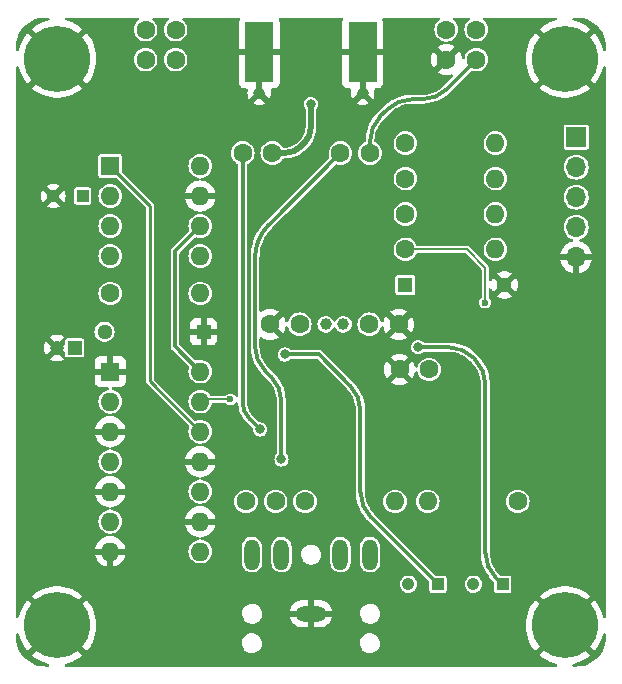
<source format=gbr>
%TF.GenerationSoftware,KiCad,Pcbnew,7.0.5-0*%
%TF.CreationDate,2023-08-23T15:17:08-05:00*%
%TF.ProjectId,4732_THT_V2,34373332-5f54-4485-945f-56322e6b6963,rev?*%
%TF.SameCoordinates,Original*%
%TF.FileFunction,Copper,L2,Bot*%
%TF.FilePolarity,Positive*%
%FSLAX46Y46*%
G04 Gerber Fmt 4.6, Leading zero omitted, Abs format (unit mm)*
G04 Created by KiCad (PCBNEW 7.0.5-0) date 2023-08-23 15:17:08*
%MOMM*%
%LPD*%
G01*
G04 APERTURE LIST*
%TA.AperFunction,ComponentPad*%
%ADD10C,5.600000*%
%TD*%
%TA.AperFunction,ComponentPad*%
%ADD11C,1.600000*%
%TD*%
%TA.AperFunction,ComponentPad*%
%ADD12O,1.600000X1.600000*%
%TD*%
%TA.AperFunction,ComponentPad*%
%ADD13R,1.600000X1.600000*%
%TD*%
%TA.AperFunction,ComponentPad*%
%ADD14R,1.295400X1.295400*%
%TD*%
%TA.AperFunction,ComponentPad*%
%ADD15C,1.295400*%
%TD*%
%TA.AperFunction,ComponentPad*%
%ADD16R,1.050000X1.050000*%
%TD*%
%TA.AperFunction,ComponentPad*%
%ADD17C,1.050000*%
%TD*%
%TA.AperFunction,SMDPad,CuDef*%
%ADD18R,2.420000X5.080000*%
%TD*%
%TA.AperFunction,SMDPad,CuDef*%
%ADD19R,0.460000X0.950000*%
%TD*%
%TA.AperFunction,ComponentPad*%
%ADD20C,0.970000*%
%TD*%
%TA.AperFunction,ComponentPad*%
%ADD21O,2.616000X1.308000*%
%TD*%
%TA.AperFunction,ComponentPad*%
%ADD22O,1.308000X2.616000*%
%TD*%
%TA.AperFunction,ComponentPad*%
%ADD23C,1.600200*%
%TD*%
%TA.AperFunction,ComponentPad*%
%ADD24R,1.700000X1.700000*%
%TD*%
%TA.AperFunction,ComponentPad*%
%ADD25O,1.700000X1.700000*%
%TD*%
%TA.AperFunction,ComponentPad*%
%ADD26C,1.000000*%
%TD*%
%TA.AperFunction,ComponentPad*%
%ADD27R,1.200000X1.200000*%
%TD*%
%TA.AperFunction,ComponentPad*%
%ADD28C,1.200000*%
%TD*%
%TA.AperFunction,ViaPad*%
%ADD29C,0.800000*%
%TD*%
%TA.AperFunction,ViaPad*%
%ADD30C,0.600000*%
%TD*%
%TA.AperFunction,Conductor*%
%ADD31C,0.500000*%
%TD*%
%TA.AperFunction,Conductor*%
%ADD32C,0.350000*%
%TD*%
%TA.AperFunction,Conductor*%
%ADD33C,0.200000*%
%TD*%
%TA.AperFunction,Conductor*%
%ADD34C,0.250000*%
%TD*%
G04 APERTURE END LIST*
D10*
%TO.P,REF\u002A\u002A,1*%
%TO.N,GND*%
X96500000Y-53500000D03*
%TD*%
D11*
%TO.P,R2,1*%
%TO.N,Net-(U2--VIN)*%
X58000000Y-73390000D03*
D12*
%TO.P,R2,2*%
%TO.N,Net-(J5-Pin_2)*%
X65620000Y-73390000D03*
%TD*%
D13*
%TO.P,U3,1*%
%TO.N,GND*%
X58000000Y-80000000D03*
D12*
%TO.P,U3,2*%
%TO.N,unconnected-(U3-Pad2)*%
X58000000Y-82540000D03*
%TO.P,U3,3*%
%TO.N,GND*%
X58000000Y-85080000D03*
%TO.P,U3,4*%
%TO.N,unconnected-(U3-Pad4)*%
X58000000Y-87620000D03*
%TO.P,U3,5*%
%TO.N,GND*%
X58000000Y-90160000D03*
%TO.P,U3,6*%
%TO.N,unconnected-(U3-Pad6)*%
X58000000Y-92700000D03*
%TO.P,U3,7,GND*%
%TO.N,GND*%
X58000000Y-95240000D03*
%TO.P,U3,8*%
%TO.N,unconnected-(U3-Pad8)*%
X65620000Y-95240000D03*
%TO.P,U3,9*%
%TO.N,GND*%
X65620000Y-92700000D03*
%TO.P,U3,10*%
%TO.N,unconnected-(U3-Pad10)*%
X65620000Y-90160000D03*
%TO.P,U3,11*%
%TO.N,GND*%
X65620000Y-87620000D03*
%TO.P,U3,12*%
%TO.N,Net-(U2-PD)*%
X65620000Y-85080000D03*
%TO.P,U3,13*%
%TO.N,Net-(U1-GPIO1)*%
X65620000Y-82540000D03*
%TO.P,U3,14,VCC*%
%TO.N,+3.3V*%
X65620000Y-80000000D03*
%TD*%
D14*
%TO.P,C3,1*%
%TO.N,GND*%
X65901000Y-76630000D03*
D15*
%TO.P,C3,2*%
%TO.N,Net-(U2-+VIN)*%
X57519000Y-76630000D03*
%TD*%
D16*
%TO.P,C11,1*%
%TO.N,Net-(U1-ROUT)*%
X91250000Y-98000000D03*
D17*
%TO.P,C11,2*%
%TO.N,Net-(C11-Pad2)*%
X88750000Y-98000000D03*
%TD*%
D11*
%TO.P,R16,1*%
%TO.N,Net-(U1-RST)*%
X83000000Y-69660000D03*
D12*
%TO.P,R16,2*%
%TO.N,Net-(J1-Pin_4)*%
X90620000Y-69660000D03*
%TD*%
D18*
%TO.P,J4,2,Ext*%
%TO.N,GND*%
X79380000Y-52980000D03*
X70620000Y-52980000D03*
D19*
X79380000Y-55970000D03*
X70620000Y-55970000D03*
D20*
X79380000Y-56420000D03*
X70620000Y-56420000D03*
%TD*%
D16*
%TO.P,C4,1*%
%TO.N,Net-(U2-VREF)*%
X55690000Y-65140000D03*
D17*
%TO.P,C4,2*%
%TO.N,GND*%
X53190000Y-65140000D03*
%TD*%
D10*
%TO.P,REF\u002A\u002A,1*%
%TO.N,GND*%
X96500000Y-101500000D03*
%TD*%
D11*
%TO.P,C1,1*%
%TO.N,Net-(U1-DCLK)*%
X74040000Y-76000000D03*
%TO.P,C1,2*%
%TO.N,GND*%
X71540000Y-76000000D03*
%TD*%
D21*
%TO.P,J2,1*%
%TO.N,GND*%
X75000000Y-100500000D03*
D22*
%TO.P,J2,2*%
%TO.N,Net-(C11-Pad2)*%
X80000000Y-95500000D03*
%TO.P,J2,3*%
%TO.N,Net-(C15-Pad2)*%
X70000000Y-95500000D03*
%TO.P,J2,10*%
%TO.N,Net-(J2-Pad10)*%
X77500000Y-95500000D03*
%TO.P,J2,11*%
%TO.N,Net-(J2-Pad11)*%
X72500000Y-95500000D03*
%TD*%
D11*
%TO.P,R5,1*%
%TO.N,Net-(J2-Pad10)*%
X92500000Y-91000000D03*
D12*
%TO.P,R5,2*%
%TO.N,Net-(C10-Pad1)*%
X84880000Y-91000000D03*
%TD*%
D11*
%TO.P,C5,1*%
%TO.N,+3.3V*%
X85000000Y-79825000D03*
%TO.P,C5,2*%
%TO.N,GND*%
X82500000Y-79825000D03*
%TD*%
%TO.P,C2,1*%
%TO.N,Net-(U1-RCLK)*%
X79940000Y-76000000D03*
%TO.P,C2,2*%
%TO.N,GND*%
X82440000Y-76000000D03*
%TD*%
D23*
%TO.P,J3,1,Pin_1*%
%TO.N,Net-(J3-Pin_1)*%
X89000000Y-53590000D03*
%TO.P,J3,2,Pin_2*%
%TO.N,GND*%
X86460000Y-53590000D03*
%TO.P,J3,3*%
%TO.N,N/C*%
X89000000Y-51050000D03*
%TO.P,J3,4*%
X86460000Y-51050000D03*
%TD*%
D16*
%TO.P,C15,1*%
%TO.N,Net-(U1-LOUT)*%
X85750000Y-98000000D03*
D17*
%TO.P,C15,2*%
%TO.N,Net-(C15-Pad2)*%
X83250000Y-98000000D03*
%TD*%
D24*
%TO.P,J1,1,Pin_1*%
%TO.N,+3.3V*%
X97460000Y-60160000D03*
D25*
%TO.P,J1,2,Pin_2*%
%TO.N,Net-(J1-Pin_2)*%
X97460000Y-62700000D03*
%TO.P,J1,3,Pin_3*%
%TO.N,Net-(J1-Pin_3)*%
X97460000Y-65240000D03*
%TO.P,J1,4,Pin_4*%
%TO.N,Net-(J1-Pin_4)*%
X97460000Y-67780000D03*
%TO.P,J1,5,Pin_5*%
%TO.N,GND*%
X97460000Y-70320000D03*
%TD*%
D10*
%TO.P,REF\u002A\u002A,1*%
%TO.N,GND*%
X53500000Y-101500000D03*
%TD*%
D26*
%TO.P,Y1,1,1*%
%TO.N,Net-(U1-DCLK)*%
X76250000Y-76000000D03*
%TO.P,Y1,2,2*%
%TO.N,Net-(U1-RCLK)*%
X77750000Y-76000000D03*
%TD*%
D27*
%TO.P,C8,1*%
%TO.N,+3.3V*%
X55000000Y-78000000D03*
D28*
%TO.P,C8,2*%
%TO.N,GND*%
X53500000Y-78000000D03*
%TD*%
D11*
%TO.P,C10,1*%
%TO.N,Net-(C10-Pad1)*%
X72000000Y-91000000D03*
%TO.P,C10,2*%
%TO.N,Net-(U2--VIN)*%
X69500000Y-91000000D03*
%TD*%
%TO.P,R4,1*%
%TO.N,+3.3V*%
X83000000Y-60660000D03*
D12*
%TO.P,R4,2*%
%TO.N,Net-(J1-Pin_2)*%
X90620000Y-60660000D03*
%TD*%
D13*
%TO.P,U2,1,PD*%
%TO.N,Net-(U2-PD)*%
X58000000Y-62600000D03*
D12*
%TO.P,U2,2,VREF*%
%TO.N,Net-(U2-VREF)*%
X58000000Y-65140000D03*
%TO.P,U2,3,+VIN*%
%TO.N,Net-(U2-+VIN)*%
X58000000Y-67680000D03*
%TO.P,U2,4,-VIN*%
%TO.N,Net-(U2--VIN)*%
X58000000Y-70220000D03*
%TO.P,U2,5,VO-*%
%TO.N,Net-(J5-Pin_2)*%
X65620000Y-70220000D03*
%TO.P,U2,6,VCC*%
%TO.N,+3.3V*%
X65620000Y-67680000D03*
%TO.P,U2,7,GND*%
%TO.N,GND*%
X65620000Y-65140000D03*
%TO.P,U2,8,VO+*%
%TO.N,Net-(J5-Pin_1)*%
X65620000Y-62600000D03*
%TD*%
D10*
%TO.P,REF\u002A\u002A,1*%
%TO.N,GND*%
X53500000Y-53500000D03*
%TD*%
D11*
%TO.P,C9,1*%
%TO.N,Net-(J3-Pin_1)*%
X80000000Y-61500000D03*
%TO.P,C9,2*%
%TO.N,Net-(U1-AMI)*%
X77500000Y-61500000D03*
%TD*%
%TO.P,R1,1*%
%TO.N,+3.3V*%
X83000000Y-63660000D03*
D12*
%TO.P,R1,2*%
%TO.N,Net-(J1-Pin_3)*%
X90620000Y-63660000D03*
%TD*%
D14*
%TO.P,C7,1*%
%TO.N,+3.3V*%
X83000000Y-72660000D03*
D15*
%TO.P,C7,2*%
%TO.N,GND*%
X91382000Y-72660000D03*
%TD*%
D11*
%TO.P,R3,1*%
%TO.N,+3.3V*%
X83000000Y-66660000D03*
D12*
%TO.P,R3,2*%
%TO.N,Net-(JP2-B)*%
X90620000Y-66660000D03*
%TD*%
D11*
%TO.P,C6,1*%
%TO.N,Net-(J4-In)*%
X71720000Y-61500000D03*
%TO.P,C6,2*%
%TO.N,Net-(U1-FMI)*%
X69220000Y-61500000D03*
%TD*%
D23*
%TO.P,J5,1,Pin_1*%
%TO.N,Net-(J5-Pin_1)*%
X63540000Y-53590000D03*
%TO.P,J5,2,Pin_2*%
%TO.N,Net-(J5-Pin_2)*%
X61000000Y-53590000D03*
%TO.P,J5,3*%
%TO.N,N/C*%
X63540000Y-51050000D03*
%TO.P,J5,4*%
X61000000Y-51050000D03*
%TD*%
D11*
%TO.P,R12,1*%
%TO.N,Net-(C10-Pad1)*%
X74500000Y-91000000D03*
D12*
%TO.P,R12,2*%
%TO.N,Net-(J2-Pad11)*%
X82120000Y-91000000D03*
%TD*%
D29*
%TO.N,GND*%
X76120000Y-86190000D03*
X95750000Y-76230000D03*
%TO.N,Net-(J4-In)*%
X75000000Y-57340000D03*
%TO.N,Net-(U1-ROUT)*%
X84070000Y-77930000D03*
D30*
%TO.N,Net-(U1-RST)*%
X89739500Y-74160000D03*
D29*
%TO.N,Net-(U1-FMI)*%
X70700000Y-84905000D03*
%TO.N,Net-(U1-AMI)*%
X72500000Y-87445000D03*
%TO.N,Net-(U1-LOUT)*%
X72785000Y-78555000D03*
D30*
%TO.N,Net-(U1-GPIO1)*%
X68184500Y-82365000D03*
%TD*%
D31*
%TO.N,GND*%
X70610000Y-53040000D02*
X70620000Y-53030000D01*
D32*
%TO.N,+3.3V*%
X65620000Y-67680000D02*
X63490000Y-69810000D01*
X63490000Y-69810000D02*
X63490000Y-77870000D01*
X63490000Y-77870000D02*
X65620000Y-80000000D01*
D31*
%TO.N,Net-(J4-In)*%
X75000000Y-57340000D02*
X75000000Y-59271573D01*
X72771573Y-61500000D02*
X71720000Y-61500000D01*
X74414213Y-60685787D02*
X74185786Y-60914214D01*
X72771573Y-61499980D02*
G75*
G03*
X74185785Y-60914213I27J1999980D01*
G01*
X74414227Y-60685801D02*
G75*
G03*
X75000000Y-59271573I-1414227J1414201D01*
G01*
D32*
%TO.N,Net-(J3-Pin_1)*%
X80878680Y-58381320D02*
X81441321Y-57818679D01*
X86528680Y-56061320D02*
X89000000Y-53590000D01*
X83562641Y-56940000D02*
X84407359Y-56940000D01*
X80000000Y-61500000D02*
X80000000Y-60502641D01*
X80878660Y-58381300D02*
G75*
G03*
X80000000Y-60502641I2121340J-2121300D01*
G01*
X83562641Y-56940029D02*
G75*
G03*
X81441321Y-57818679I-41J-2999971D01*
G01*
X84407359Y-56939971D02*
G75*
G03*
X86528680Y-56061320I41J2999971D01*
G01*
%TO.N,Net-(U1-ROUT)*%
X89770000Y-81092641D02*
X89770000Y-95347359D01*
X90648680Y-97468680D02*
X91180000Y-98000000D01*
X91180000Y-98000000D02*
X91250000Y-98000000D01*
X84070000Y-77930000D02*
X86607359Y-77930000D01*
X88728680Y-78808680D02*
X88891321Y-78971321D01*
X89769971Y-81092641D02*
G75*
G03*
X88891321Y-78971321I-2999971J41D01*
G01*
X89770029Y-95347359D02*
G75*
G03*
X90648680Y-97468680I2999971J-41D01*
G01*
X88728700Y-78808660D02*
G75*
G03*
X86607359Y-77930000I-2121300J-2121340D01*
G01*
D33*
%TO.N,Net-(U1-RST)*%
X89739500Y-71209500D02*
X88190000Y-69660000D01*
X89739500Y-74160000D02*
X89739500Y-71209500D01*
X88190000Y-69660000D02*
X83000000Y-69660000D01*
D32*
%TO.N,Net-(U1-FMI)*%
X69210000Y-61430000D02*
X69210000Y-82586573D01*
X69795787Y-84000787D02*
X70700000Y-84905000D01*
X69209978Y-82586573D02*
G75*
G03*
X69795787Y-84000787I2000122J73D01*
G01*
%TO.N,Net-(U1-AMI)*%
X70260000Y-77834718D02*
X70260000Y-70396854D01*
X71621321Y-80438680D02*
X71138680Y-79956039D01*
X72500000Y-87445000D02*
X72500000Y-82560000D01*
X71431573Y-67568427D02*
X77500000Y-61500000D01*
X72500000Y-82560000D02*
G75*
G03*
X71621321Y-80438680I-3000000J0D01*
G01*
X70260029Y-77834718D02*
G75*
G03*
X71138680Y-79956039I2999871J-82D01*
G01*
X71431596Y-67568450D02*
G75*
G03*
X70260000Y-70396854I2828404J-2828450D01*
G01*
D34*
%TO.N,Net-(U2-PD)*%
X61380000Y-80840000D02*
X65620000Y-85080000D01*
X61380000Y-65980000D02*
X61380000Y-80840000D01*
X58000000Y-62600000D02*
X61380000Y-65980000D01*
D32*
%TO.N,Net-(U1-LOUT)*%
X75672359Y-78555000D02*
X78311321Y-81193962D01*
X80068680Y-92318680D02*
X85750000Y-98000000D01*
X72785000Y-78555000D02*
X75672359Y-78555000D01*
X79190000Y-83315282D02*
X79190000Y-90197359D01*
X79190029Y-90197359D02*
G75*
G03*
X80068680Y-92318680I2999971J-41D01*
G01*
X79190012Y-83315282D02*
G75*
G03*
X78311320Y-81193963I-3000012J-18D01*
G01*
D33*
%TO.N,Net-(U1-GPIO1)*%
X65795000Y-82365000D02*
X65620000Y-82540000D01*
X68184500Y-82365000D02*
X65795000Y-82365000D01*
%TD*%
%TA.AperFunction,Conductor*%
%TO.N,GND*%
G36*
X50234012Y-102180592D02*
G01*
X50272396Y-102240318D01*
X50272907Y-102242107D01*
X50360559Y-102557801D01*
X50493326Y-102891021D01*
X50493330Y-102891030D01*
X50661350Y-103207952D01*
X50661352Y-103207956D01*
X50862654Y-103504854D01*
X50988167Y-103652621D01*
X52199994Y-102440794D01*
X52201570Y-102443365D01*
X52365130Y-102634870D01*
X52556635Y-102798430D01*
X52559204Y-102800004D01*
X51344502Y-104014706D01*
X51355299Y-104024932D01*
X51640861Y-104242013D01*
X51640867Y-104242017D01*
X51948227Y-104426949D01*
X51948234Y-104426953D01*
X52273766Y-104577561D01*
X52273785Y-104577569D01*
X52613706Y-104692101D01*
X52613723Y-104692106D01*
X52765185Y-104725446D01*
X52827414Y-104759624D01*
X52861285Y-104822020D01*
X52856046Y-104892823D01*
X52813359Y-104949554D01*
X52746778Y-104974201D01*
X52738099Y-104974500D01*
X52501903Y-104974500D01*
X52498099Y-104974385D01*
X52453724Y-104971700D01*
X52205539Y-104956688D01*
X52197980Y-104955770D01*
X52015862Y-104922396D01*
X51911562Y-104903283D01*
X51904172Y-104901461D01*
X51626167Y-104814831D01*
X51619048Y-104812131D01*
X51353525Y-104692628D01*
X51346783Y-104689089D01*
X51097588Y-104538447D01*
X51091325Y-104534124D01*
X50862100Y-104354538D01*
X50856409Y-104349496D01*
X50650502Y-104143589D01*
X50645461Y-104137899D01*
X50584721Y-104060370D01*
X50465872Y-103908671D01*
X50461552Y-103902411D01*
X50310910Y-103653216D01*
X50307371Y-103646474D01*
X50295948Y-103621093D01*
X50187864Y-103380941D01*
X50185168Y-103373832D01*
X50139997Y-103228875D01*
X50098536Y-103095822D01*
X50096719Y-103088449D01*
X50044228Y-102802012D01*
X50043312Y-102794470D01*
X50025614Y-102501900D01*
X50025500Y-102498097D01*
X50025500Y-102275816D01*
X50045502Y-102207695D01*
X50099158Y-102161202D01*
X50169432Y-102151098D01*
X50234012Y-102180592D01*
G37*
%TD.AperFunction*%
%TA.AperFunction,Conductor*%
G36*
X60387077Y-50045502D02*
G01*
X60433570Y-50099158D01*
X60443674Y-50169432D01*
X60414180Y-50234012D01*
X60398890Y-50248899D01*
X60289046Y-50339046D01*
X60164006Y-50491406D01*
X60071093Y-50665234D01*
X60071091Y-50665239D01*
X60013878Y-50853844D01*
X60013876Y-50853855D01*
X59994559Y-51049996D01*
X59994559Y-51050003D01*
X60013876Y-51246144D01*
X60013878Y-51246155D01*
X60071091Y-51434760D01*
X60071093Y-51434765D01*
X60103367Y-51495145D01*
X60164006Y-51608593D01*
X60289046Y-51760954D01*
X60441407Y-51885994D01*
X60605315Y-51973604D01*
X60615234Y-51978906D01*
X60615239Y-51978908D01*
X60803844Y-52036121D01*
X60803845Y-52036121D01*
X60803848Y-52036122D01*
X60803851Y-52036122D01*
X60803855Y-52036123D01*
X60999997Y-52055441D01*
X61000000Y-52055441D01*
X61000003Y-52055441D01*
X61196144Y-52036123D01*
X61196146Y-52036122D01*
X61196152Y-52036122D01*
X61259023Y-52017050D01*
X61384760Y-51978908D01*
X61384761Y-51978907D01*
X61384766Y-51978906D01*
X61558593Y-51885994D01*
X61710954Y-51760954D01*
X61835994Y-51608593D01*
X61928906Y-51434766D01*
X61986122Y-51246152D01*
X62001076Y-51094324D01*
X62005441Y-51050003D01*
X62005441Y-51049996D01*
X61986123Y-50853855D01*
X61986121Y-50853844D01*
X61928908Y-50665239D01*
X61928906Y-50665234D01*
X61879633Y-50573050D01*
X61835994Y-50491407D01*
X61710954Y-50339046D01*
X61601109Y-50248898D01*
X61561141Y-50190222D01*
X61559241Y-50119251D01*
X61596012Y-50058519D01*
X61659780Y-50027307D01*
X61681044Y-50025500D01*
X62858956Y-50025500D01*
X62927077Y-50045502D01*
X62973570Y-50099158D01*
X62983674Y-50169432D01*
X62954180Y-50234012D01*
X62938890Y-50248899D01*
X62829046Y-50339046D01*
X62704006Y-50491406D01*
X62611093Y-50665234D01*
X62611091Y-50665239D01*
X62553878Y-50853844D01*
X62553876Y-50853855D01*
X62534559Y-51049996D01*
X62534559Y-51050003D01*
X62553876Y-51246144D01*
X62553878Y-51246155D01*
X62611091Y-51434760D01*
X62611093Y-51434765D01*
X62643367Y-51495145D01*
X62704006Y-51608593D01*
X62829046Y-51760954D01*
X62981407Y-51885994D01*
X63145315Y-51973604D01*
X63155234Y-51978906D01*
X63155239Y-51978908D01*
X63343844Y-52036121D01*
X63343845Y-52036121D01*
X63343848Y-52036122D01*
X63343851Y-52036122D01*
X63343855Y-52036123D01*
X63539997Y-52055441D01*
X63540000Y-52055441D01*
X63540003Y-52055441D01*
X63736144Y-52036123D01*
X63736146Y-52036122D01*
X63736152Y-52036122D01*
X63799023Y-52017050D01*
X63924760Y-51978908D01*
X63924761Y-51978907D01*
X63924766Y-51978906D01*
X64098593Y-51885994D01*
X64250954Y-51760954D01*
X64375994Y-51608593D01*
X64468906Y-51434766D01*
X64526122Y-51246152D01*
X64541076Y-51094324D01*
X64545441Y-51050003D01*
X64545441Y-51049996D01*
X64526123Y-50853855D01*
X64526121Y-50853844D01*
X64468908Y-50665239D01*
X64468906Y-50665234D01*
X64419633Y-50573050D01*
X64375994Y-50491407D01*
X64250954Y-50339046D01*
X64141109Y-50248898D01*
X64101141Y-50190222D01*
X64099241Y-50119251D01*
X64136012Y-50058519D01*
X64199780Y-50027307D01*
X64221044Y-50025500D01*
X68840941Y-50025500D01*
X68909062Y-50045502D01*
X68955555Y-50099158D01*
X68965659Y-50169432D01*
X68958997Y-50195532D01*
X68908505Y-50330905D01*
X68902000Y-50391402D01*
X68902000Y-52726000D01*
X72338000Y-52726000D01*
X72338000Y-50391414D01*
X72337999Y-50391402D01*
X72331494Y-50330905D01*
X72281003Y-50195532D01*
X72275939Y-50124717D01*
X72309964Y-50062404D01*
X72372276Y-50028379D01*
X72399059Y-50025500D01*
X77600941Y-50025500D01*
X77669062Y-50045502D01*
X77715555Y-50099158D01*
X77725659Y-50169432D01*
X77718997Y-50195532D01*
X77668505Y-50330905D01*
X77662000Y-50391402D01*
X77662000Y-52726000D01*
X81098000Y-52726000D01*
X81098000Y-50391414D01*
X81097999Y-50391402D01*
X81091494Y-50330905D01*
X81041003Y-50195532D01*
X81035939Y-50124717D01*
X81069964Y-50062404D01*
X81132276Y-50028379D01*
X81159059Y-50025500D01*
X85778956Y-50025500D01*
X85847077Y-50045502D01*
X85893570Y-50099158D01*
X85903674Y-50169432D01*
X85874180Y-50234012D01*
X85858890Y-50248899D01*
X85749046Y-50339046D01*
X85624006Y-50491406D01*
X85531093Y-50665234D01*
X85531091Y-50665239D01*
X85473878Y-50853844D01*
X85473876Y-50853855D01*
X85454559Y-51049996D01*
X85454559Y-51050003D01*
X85473876Y-51246144D01*
X85473878Y-51246155D01*
X85531091Y-51434760D01*
X85531093Y-51434765D01*
X85563367Y-51495145D01*
X85624006Y-51608593D01*
X85749046Y-51760954D01*
X85901407Y-51885994D01*
X86065315Y-51973604D01*
X86075234Y-51978906D01*
X86075239Y-51978908D01*
X86234247Y-52027142D01*
X86263848Y-52036122D01*
X86302281Y-52039907D01*
X86368111Y-52066488D01*
X86409122Y-52124441D01*
X86412291Y-52195367D01*
X86376611Y-52256747D01*
X86313411Y-52289093D01*
X86300914Y-52290820D01*
X86231988Y-52296851D01*
X86231981Y-52296852D01*
X86010895Y-52356091D01*
X86010891Y-52356093D01*
X85803452Y-52452824D01*
X85732038Y-52502828D01*
X86295340Y-53066129D01*
X86173588Y-53119015D01*
X86057138Y-53213754D01*
X85970567Y-53336397D01*
X85938216Y-53427425D01*
X85372828Y-52862038D01*
X85322824Y-52933452D01*
X85226093Y-53140891D01*
X85226091Y-53140895D01*
X85166852Y-53361979D01*
X85146903Y-53589999D01*
X85166852Y-53818020D01*
X85226091Y-54039104D01*
X85226093Y-54039108D01*
X85322826Y-54246552D01*
X85372826Y-54317960D01*
X85372829Y-54317960D01*
X85936395Y-53754393D01*
X85940594Y-53774597D01*
X86009658Y-53907886D01*
X86112123Y-54017598D01*
X86240388Y-54095598D01*
X86297584Y-54111623D01*
X85732038Y-54677170D01*
X85803455Y-54727177D01*
X86010891Y-54823906D01*
X86010895Y-54823908D01*
X86231979Y-54883147D01*
X86460000Y-54903096D01*
X86688020Y-54883147D01*
X86900144Y-54826309D01*
X86971120Y-54827999D01*
X87029916Y-54867793D01*
X87057864Y-54933057D01*
X87046091Y-55003071D01*
X87021851Y-55037109D01*
X86554107Y-55504854D01*
X86264417Y-55794544D01*
X86261848Y-55796973D01*
X86046347Y-55989552D01*
X86040819Y-55993961D01*
X85806566Y-56160168D01*
X85800580Y-56163930D01*
X85549185Y-56302867D01*
X85542815Y-56305935D01*
X85277452Y-56415848D01*
X85270778Y-56418183D01*
X84994769Y-56497697D01*
X84987876Y-56499270D01*
X84704705Y-56547379D01*
X84697679Y-56548171D01*
X84408606Y-56564401D01*
X84405074Y-56564500D01*
X83529241Y-56564500D01*
X83528548Y-56564527D01*
X83396801Y-56564527D01*
X83066760Y-56597030D01*
X83066755Y-56597030D01*
X82741480Y-56661727D01*
X82424110Y-56757997D01*
X82424093Y-56758003D01*
X82117698Y-56884912D01*
X81825204Y-57041248D01*
X81825200Y-57041251D01*
X81549438Y-57225505D01*
X81549432Y-57225509D01*
X81293063Y-57435903D01*
X81293057Y-57435908D01*
X81220111Y-57508852D01*
X81175805Y-57553158D01*
X81144811Y-57584150D01*
X81144810Y-57584149D01*
X81144809Y-57584150D01*
X81144810Y-57584151D01*
X81137627Y-57591333D01*
X81137627Y-57591334D01*
X80650080Y-58078880D01*
X80649997Y-58078925D01*
X80495882Y-58233041D01*
X80495879Y-58233044D01*
X80285480Y-58489424D01*
X80101224Y-58765188D01*
X79944886Y-59057685D01*
X79817976Y-59364082D01*
X79817970Y-59364099D01*
X79721699Y-59681472D01*
X79721698Y-59681478D01*
X79657001Y-60006750D01*
X79657000Y-60006757D01*
X79624498Y-60336799D01*
X79624498Y-60336817D01*
X79624500Y-60463715D01*
X79624500Y-60490732D01*
X79604498Y-60558853D01*
X79557897Y-60601854D01*
X79441459Y-60664091D01*
X79289117Y-60789117D01*
X79164090Y-60941461D01*
X79071186Y-61115271D01*
X79013974Y-61303873D01*
X79013974Y-61303875D01*
X78994659Y-61499996D01*
X78994659Y-61500003D01*
X79013974Y-61696124D01*
X79013974Y-61696126D01*
X79071186Y-61884728D01*
X79106342Y-61950500D01*
X79164090Y-62058538D01*
X79289117Y-62210883D01*
X79441462Y-62335910D01*
X79615273Y-62428814D01*
X79803868Y-62486024D01*
X79803872Y-62486024D01*
X79803874Y-62486025D01*
X79999997Y-62505341D01*
X80000000Y-62505341D01*
X80000003Y-62505341D01*
X80196124Y-62486025D01*
X80196126Y-62486025D01*
X80196127Y-62486024D01*
X80196132Y-62486024D01*
X80384727Y-62428814D01*
X80558538Y-62335910D01*
X80710883Y-62210883D01*
X80835910Y-62058538D01*
X80928814Y-61884727D01*
X80986024Y-61696132D01*
X80990959Y-61646024D01*
X81005341Y-61500003D01*
X81005341Y-61499996D01*
X80986025Y-61303875D01*
X80986025Y-61303873D01*
X80986024Y-61303870D01*
X80986024Y-61303868D01*
X80928814Y-61115273D01*
X80835910Y-60941462D01*
X80710883Y-60789117D01*
X80558538Y-60664090D01*
X80550892Y-60660003D01*
X81994659Y-60660003D01*
X82013974Y-60856124D01*
X82013974Y-60856126D01*
X82071186Y-61044728D01*
X82129888Y-61154551D01*
X82164090Y-61218538D01*
X82289117Y-61370883D01*
X82441462Y-61495910D01*
X82615273Y-61588814D01*
X82803868Y-61646024D01*
X82803872Y-61646024D01*
X82803874Y-61646025D01*
X82999997Y-61665341D01*
X83000000Y-61665341D01*
X83000003Y-61665341D01*
X83196124Y-61646025D01*
X83196126Y-61646025D01*
X83196127Y-61646024D01*
X83196132Y-61646024D01*
X83384727Y-61588814D01*
X83558538Y-61495910D01*
X83710883Y-61370883D01*
X83835910Y-61218538D01*
X83928814Y-61044727D01*
X83986024Y-60856132D01*
X83987652Y-60839601D01*
X84005341Y-60660003D01*
X89614659Y-60660003D01*
X89633974Y-60856124D01*
X89633974Y-60856126D01*
X89691186Y-61044728D01*
X89749888Y-61154551D01*
X89784090Y-61218538D01*
X89909117Y-61370883D01*
X90061462Y-61495910D01*
X90235273Y-61588814D01*
X90423868Y-61646024D01*
X90423872Y-61646024D01*
X90423874Y-61646025D01*
X90619997Y-61665341D01*
X90620000Y-61665341D01*
X90620003Y-61665341D01*
X90816124Y-61646025D01*
X90816126Y-61646025D01*
X90816127Y-61646024D01*
X90816132Y-61646024D01*
X91004727Y-61588814D01*
X91178538Y-61495910D01*
X91330883Y-61370883D01*
X91455910Y-61218538D01*
X91548814Y-61044727D01*
X91553357Y-61029750D01*
X96409500Y-61029750D01*
X96414214Y-61053451D01*
X96421133Y-61088231D01*
X96465448Y-61154552D01*
X96531769Y-61198867D01*
X96590252Y-61210500D01*
X96590253Y-61210500D01*
X98329747Y-61210500D01*
X98329748Y-61210500D01*
X98388231Y-61198867D01*
X98454552Y-61154552D01*
X98498867Y-61088231D01*
X98510500Y-61029748D01*
X98510500Y-59290252D01*
X98498867Y-59231769D01*
X98454552Y-59165448D01*
X98388231Y-59121133D01*
X98388228Y-59121132D01*
X98329750Y-59109500D01*
X98329748Y-59109500D01*
X96590252Y-59109500D01*
X96590249Y-59109500D01*
X96531771Y-59121132D01*
X96531768Y-59121133D01*
X96465448Y-59165448D01*
X96421133Y-59231768D01*
X96421132Y-59231771D01*
X96409500Y-59290249D01*
X96409500Y-61029750D01*
X91553357Y-61029750D01*
X91606024Y-60856132D01*
X91607652Y-60839601D01*
X91625341Y-60660003D01*
X91625341Y-60659996D01*
X91606025Y-60463875D01*
X91606025Y-60463873D01*
X91606024Y-60463870D01*
X91606024Y-60463868D01*
X91548814Y-60275273D01*
X91455910Y-60101462D01*
X91330883Y-59949117D01*
X91178538Y-59824090D01*
X91178537Y-59824090D01*
X91004728Y-59731186D01*
X90844888Y-59682699D01*
X90816132Y-59673976D01*
X90816131Y-59673975D01*
X90816125Y-59673974D01*
X90620003Y-59654659D01*
X90619997Y-59654659D01*
X90423875Y-59673974D01*
X90423873Y-59673974D01*
X90235271Y-59731186D01*
X90061461Y-59824090D01*
X89909117Y-59949117D01*
X89784090Y-60101461D01*
X89691186Y-60275271D01*
X89633974Y-60463873D01*
X89633974Y-60463875D01*
X89614659Y-60659996D01*
X89614659Y-60660003D01*
X84005341Y-60660003D01*
X84005341Y-60659996D01*
X83986025Y-60463875D01*
X83986025Y-60463873D01*
X83986024Y-60463870D01*
X83986024Y-60463868D01*
X83928814Y-60275273D01*
X83835910Y-60101462D01*
X83710883Y-59949117D01*
X83558538Y-59824090D01*
X83558537Y-59824090D01*
X83384728Y-59731186D01*
X83224888Y-59682699D01*
X83196132Y-59673976D01*
X83196131Y-59673975D01*
X83196125Y-59673974D01*
X83000003Y-59654659D01*
X82999997Y-59654659D01*
X82803875Y-59673974D01*
X82803873Y-59673974D01*
X82615271Y-59731186D01*
X82441461Y-59824090D01*
X82289117Y-59949117D01*
X82164090Y-60101461D01*
X82071186Y-60275271D01*
X82013974Y-60463873D01*
X82013974Y-60463875D01*
X81994659Y-60659996D01*
X81994659Y-60660003D01*
X80550892Y-60660003D01*
X80442945Y-60602304D01*
X80392297Y-60552552D01*
X80376539Y-60484121D01*
X80391800Y-60212304D01*
X80392591Y-60205290D01*
X80410231Y-60101461D01*
X80440702Y-59922105D01*
X80442268Y-59915241D01*
X80521792Y-59639197D01*
X80524114Y-59632560D01*
X80634049Y-59367145D01*
X80637097Y-59360817D01*
X80776051Y-59109391D01*
X80779806Y-59103417D01*
X80812256Y-59057682D01*
X80946028Y-58869145D01*
X80950411Y-58863648D01*
X81142682Y-58648491D01*
X81145080Y-58645955D01*
X81705590Y-58085446D01*
X81708128Y-58083046D01*
X81923667Y-57890433D01*
X81929164Y-57886050D01*
X82163435Y-57719830D01*
X82169412Y-57716074D01*
X82420831Y-57577122D01*
X82427164Y-57574072D01*
X82692549Y-57464150D01*
X82699221Y-57461816D01*
X82740601Y-57449894D01*
X82975247Y-57382298D01*
X82982107Y-57380732D01*
X83265301Y-57332619D01*
X83272308Y-57331829D01*
X83476093Y-57320387D01*
X83561394Y-57315599D01*
X83564926Y-57315500D01*
X84440767Y-57315500D01*
X84441454Y-57315471D01*
X84573181Y-57315473D01*
X84573191Y-57315472D01*
X84573197Y-57315472D01*
X84701810Y-57302806D01*
X84903239Y-57282970D01*
X84903244Y-57282969D01*
X84903245Y-57282969D01*
X85228507Y-57218274D01*
X85228509Y-57218273D01*
X85228521Y-57218271D01*
X85545896Y-57122001D01*
X85852306Y-56995086D01*
X86144801Y-56838749D01*
X86420563Y-56654494D01*
X86676937Y-56444097D01*
X86739511Y-56381523D01*
X86739519Y-56381517D01*
X86749889Y-56371146D01*
X86749891Y-56371146D01*
X88551780Y-54569255D01*
X88614089Y-54535233D01*
X88677448Y-54537779D01*
X88803844Y-54576121D01*
X88803845Y-54576121D01*
X88803848Y-54576122D01*
X88803851Y-54576122D01*
X88803855Y-54576123D01*
X88999997Y-54595441D01*
X89000000Y-54595441D01*
X89000003Y-54595441D01*
X89196144Y-54576123D01*
X89196146Y-54576122D01*
X89196152Y-54576122D01*
X89330944Y-54535233D01*
X89384760Y-54518908D01*
X89384761Y-54518907D01*
X89384766Y-54518906D01*
X89558593Y-54425994D01*
X89710954Y-54300954D01*
X89835994Y-54148593D01*
X89928906Y-53974766D01*
X89986122Y-53786152D01*
X89987260Y-53774597D01*
X90005441Y-53590003D01*
X90005441Y-53589996D01*
X89986123Y-53393855D01*
X89986121Y-53393844D01*
X89928908Y-53205239D01*
X89928906Y-53205234D01*
X89906012Y-53162402D01*
X89835994Y-53031407D01*
X89710954Y-52879046D01*
X89558593Y-52754006D01*
X89502798Y-52724183D01*
X89384765Y-52661093D01*
X89384760Y-52661091D01*
X89196155Y-52603878D01*
X89196144Y-52603876D01*
X89000003Y-52584559D01*
X88999997Y-52584559D01*
X88803855Y-52603876D01*
X88803844Y-52603878D01*
X88615239Y-52661091D01*
X88615234Y-52661093D01*
X88441406Y-52754006D01*
X88289046Y-52879046D01*
X88164006Y-53031406D01*
X88071093Y-53205234D01*
X88071091Y-53205239D01*
X88013878Y-53393844D01*
X88013876Y-53393855D01*
X88010092Y-53432281D01*
X87983510Y-53498113D01*
X87925555Y-53539123D01*
X87854629Y-53542290D01*
X87793250Y-53506609D01*
X87760906Y-53443409D01*
X87759178Y-53430913D01*
X87753147Y-53361979D01*
X87693908Y-53140895D01*
X87693906Y-53140891D01*
X87597173Y-52933448D01*
X87547172Y-52862038D01*
X87547170Y-52862038D01*
X86983603Y-53425604D01*
X86979406Y-53405403D01*
X86910342Y-53272114D01*
X86807877Y-53162402D01*
X86679612Y-53084402D01*
X86622414Y-53068375D01*
X87187960Y-52502829D01*
X87187960Y-52502826D01*
X87116552Y-52452826D01*
X87116553Y-52452826D01*
X86909108Y-52356093D01*
X86909104Y-52356091D01*
X86688018Y-52296852D01*
X86688011Y-52296851D01*
X86619085Y-52290820D01*
X86552967Y-52264957D01*
X86511328Y-52207452D01*
X86507388Y-52136565D01*
X86542398Y-52074801D01*
X86605243Y-52041770D01*
X86617700Y-52039909D01*
X86656152Y-52036122D01*
X86656155Y-52036121D01*
X86844760Y-51978908D01*
X86844761Y-51978907D01*
X86844766Y-51978906D01*
X87018593Y-51885994D01*
X87170954Y-51760954D01*
X87295994Y-51608593D01*
X87388906Y-51434766D01*
X87446122Y-51246152D01*
X87461076Y-51094324D01*
X87465441Y-51050003D01*
X87465441Y-51049996D01*
X87446123Y-50853855D01*
X87446121Y-50853844D01*
X87388908Y-50665239D01*
X87388906Y-50665234D01*
X87339633Y-50573050D01*
X87295994Y-50491407D01*
X87170954Y-50339046D01*
X87061109Y-50248898D01*
X87021141Y-50190222D01*
X87019241Y-50119251D01*
X87056012Y-50058519D01*
X87119780Y-50027307D01*
X87141044Y-50025500D01*
X88318956Y-50025500D01*
X88387077Y-50045502D01*
X88433570Y-50099158D01*
X88443674Y-50169432D01*
X88414180Y-50234012D01*
X88398890Y-50248899D01*
X88289046Y-50339046D01*
X88164006Y-50491406D01*
X88071093Y-50665234D01*
X88071091Y-50665239D01*
X88013878Y-50853844D01*
X88013876Y-50853855D01*
X87994559Y-51049996D01*
X87994559Y-51050003D01*
X88013876Y-51246144D01*
X88013878Y-51246155D01*
X88071091Y-51434760D01*
X88071093Y-51434765D01*
X88103367Y-51495145D01*
X88164006Y-51608593D01*
X88289046Y-51760954D01*
X88441407Y-51885994D01*
X88605315Y-51973604D01*
X88615234Y-51978906D01*
X88615239Y-51978908D01*
X88803844Y-52036121D01*
X88803845Y-52036121D01*
X88803848Y-52036122D01*
X88803851Y-52036122D01*
X88803855Y-52036123D01*
X88999997Y-52055441D01*
X89000000Y-52055441D01*
X89000003Y-52055441D01*
X89196144Y-52036123D01*
X89196146Y-52036122D01*
X89196152Y-52036122D01*
X89259023Y-52017050D01*
X89384760Y-51978908D01*
X89384761Y-51978907D01*
X89384766Y-51978906D01*
X89558593Y-51885994D01*
X89710954Y-51760954D01*
X89835994Y-51608593D01*
X89928906Y-51434766D01*
X89986122Y-51246152D01*
X90001076Y-51094324D01*
X90005441Y-51050003D01*
X90005441Y-51049996D01*
X89986123Y-50853855D01*
X89986121Y-50853844D01*
X89928908Y-50665239D01*
X89928906Y-50665234D01*
X89879633Y-50573050D01*
X89835994Y-50491407D01*
X89710954Y-50339046D01*
X89601109Y-50248898D01*
X89561141Y-50190222D01*
X89559241Y-50119251D01*
X89596012Y-50058519D01*
X89659780Y-50027307D01*
X89681044Y-50025500D01*
X95738099Y-50025500D01*
X95806220Y-50045502D01*
X95852713Y-50099158D01*
X95862817Y-50169432D01*
X95833323Y-50234012D01*
X95773597Y-50272396D01*
X95765185Y-50274554D01*
X95613723Y-50307893D01*
X95613706Y-50307898D01*
X95273785Y-50422430D01*
X95273766Y-50422438D01*
X94948234Y-50573046D01*
X94948227Y-50573050D01*
X94640867Y-50757982D01*
X94640861Y-50757986D01*
X94355299Y-50975066D01*
X94344502Y-50985292D01*
X95559204Y-52199995D01*
X95556635Y-52201570D01*
X95365130Y-52365130D01*
X95201570Y-52556635D01*
X95199995Y-52559205D01*
X93988167Y-51347377D01*
X93988166Y-51347378D01*
X93862665Y-51495131D01*
X93661349Y-51792050D01*
X93493330Y-52108969D01*
X93493326Y-52108978D01*
X93360559Y-52442198D01*
X93264592Y-52787837D01*
X93206561Y-53141816D01*
X93187141Y-53499996D01*
X93187141Y-53500003D01*
X93206561Y-53858183D01*
X93264592Y-54212162D01*
X93360559Y-54557801D01*
X93493326Y-54891021D01*
X93493330Y-54891030D01*
X93661350Y-55207952D01*
X93661352Y-55207956D01*
X93862654Y-55504854D01*
X93988167Y-55652621D01*
X95199994Y-54440794D01*
X95201570Y-54443365D01*
X95365130Y-54634870D01*
X95556635Y-54798430D01*
X95559204Y-54800004D01*
X94344502Y-56014706D01*
X94355299Y-56024932D01*
X94640861Y-56242013D01*
X94640867Y-56242017D01*
X94948227Y-56426949D01*
X94948234Y-56426953D01*
X95273766Y-56577561D01*
X95273785Y-56577569D01*
X95613706Y-56692101D01*
X95613723Y-56692106D01*
X95964022Y-56769213D01*
X95964050Y-56769218D01*
X96320637Y-56807999D01*
X96320653Y-56808000D01*
X96679347Y-56808000D01*
X96679362Y-56807999D01*
X97035949Y-56769218D01*
X97035977Y-56769213D01*
X97386276Y-56692106D01*
X97386293Y-56692101D01*
X97726214Y-56577569D01*
X97726233Y-56577561D01*
X98051765Y-56426953D01*
X98051772Y-56426949D01*
X98359132Y-56242017D01*
X98359150Y-56242005D01*
X98644699Y-56024934D01*
X98644702Y-56024932D01*
X98655496Y-56014707D01*
X98655496Y-56014706D01*
X97440795Y-54800004D01*
X97443365Y-54798430D01*
X97634870Y-54634870D01*
X97798430Y-54443365D01*
X97800004Y-54440795D01*
X99011832Y-55652621D01*
X99137345Y-55504854D01*
X99338647Y-55207956D01*
X99338649Y-55207952D01*
X99506669Y-54891030D01*
X99506673Y-54891021D01*
X99639440Y-54557801D01*
X99727093Y-54242107D01*
X99764590Y-54181821D01*
X99828728Y-54151377D01*
X99899144Y-54160442D01*
X99953480Y-54206137D01*
X99974486Y-54273955D01*
X99974500Y-54275816D01*
X99974500Y-100724183D01*
X99954498Y-100792304D01*
X99900842Y-100838797D01*
X99830568Y-100848901D01*
X99765988Y-100819407D01*
X99727604Y-100759681D01*
X99727093Y-100757892D01*
X99639440Y-100442198D01*
X99506673Y-100108978D01*
X99506669Y-100108969D01*
X99338649Y-99792047D01*
X99338647Y-99792043D01*
X99137345Y-99495145D01*
X99011831Y-99347377D01*
X97800004Y-100559203D01*
X97798430Y-100556635D01*
X97634870Y-100365130D01*
X97443365Y-100201570D01*
X97440794Y-100199994D01*
X98655496Y-98985292D01*
X98644700Y-98975067D01*
X98359138Y-98757986D01*
X98359132Y-98757982D01*
X98051772Y-98573050D01*
X98051765Y-98573046D01*
X97726233Y-98422438D01*
X97726214Y-98422430D01*
X97386293Y-98307898D01*
X97386276Y-98307893D01*
X97035977Y-98230786D01*
X97035949Y-98230781D01*
X96679362Y-98192000D01*
X96320637Y-98192000D01*
X95964050Y-98230781D01*
X95964022Y-98230786D01*
X95613723Y-98307893D01*
X95613706Y-98307898D01*
X95273785Y-98422430D01*
X95273766Y-98422438D01*
X94948234Y-98573046D01*
X94948227Y-98573050D01*
X94640867Y-98757982D01*
X94640861Y-98757986D01*
X94355299Y-98975066D01*
X94344502Y-98985292D01*
X95559204Y-100199995D01*
X95556635Y-100201570D01*
X95365130Y-100365130D01*
X95201570Y-100556635D01*
X95199995Y-100559205D01*
X93988167Y-99347377D01*
X93988166Y-99347378D01*
X93862665Y-99495131D01*
X93661349Y-99792050D01*
X93493330Y-100108969D01*
X93493326Y-100108978D01*
X93360559Y-100442198D01*
X93264592Y-100787837D01*
X93206561Y-101141816D01*
X93187141Y-101499996D01*
X93187141Y-101500003D01*
X93206561Y-101858183D01*
X93264592Y-102212162D01*
X93360559Y-102557801D01*
X93493326Y-102891021D01*
X93493330Y-102891030D01*
X93661350Y-103207952D01*
X93661352Y-103207956D01*
X93862654Y-103504854D01*
X93988167Y-103652621D01*
X95199994Y-102440794D01*
X95201570Y-102443365D01*
X95365130Y-102634870D01*
X95556635Y-102798430D01*
X95559204Y-102800004D01*
X94344502Y-104014706D01*
X94355299Y-104024932D01*
X94640861Y-104242013D01*
X94640867Y-104242017D01*
X94948227Y-104426949D01*
X94948234Y-104426953D01*
X95273766Y-104577561D01*
X95273785Y-104577569D01*
X95613706Y-104692101D01*
X95613723Y-104692106D01*
X95765185Y-104725446D01*
X95827414Y-104759624D01*
X95861285Y-104822020D01*
X95856046Y-104892823D01*
X95813359Y-104949554D01*
X95746778Y-104974201D01*
X95738099Y-104974500D01*
X54261901Y-104974500D01*
X54193780Y-104954498D01*
X54147287Y-104900842D01*
X54137183Y-104830568D01*
X54166677Y-104765988D01*
X54226403Y-104727604D01*
X54234815Y-104725446D01*
X54386276Y-104692106D01*
X54386293Y-104692101D01*
X54726214Y-104577569D01*
X54726233Y-104577561D01*
X55051765Y-104426953D01*
X55051772Y-104426949D01*
X55359132Y-104242017D01*
X55359150Y-104242005D01*
X55644699Y-104024934D01*
X55644702Y-104024932D01*
X55655496Y-104014707D01*
X55655496Y-104014706D01*
X54440795Y-102800004D01*
X54443365Y-102798430D01*
X54634870Y-102634870D01*
X54798430Y-102443365D01*
X54800005Y-102440794D01*
X56011832Y-103652621D01*
X56137345Y-103504854D01*
X56338647Y-103207956D01*
X56338649Y-103207952D01*
X56473453Y-102953683D01*
X69145740Y-102953683D01*
X69155754Y-103138404D01*
X69155756Y-103138415D01*
X69205243Y-103316651D01*
X69205246Y-103316659D01*
X69291899Y-103480104D01*
X69354541Y-103553851D01*
X69411663Y-103621100D01*
X69490554Y-103681071D01*
X69558939Y-103733056D01*
X69652721Y-103776444D01*
X69726833Y-103810732D01*
X69907503Y-103850500D01*
X69907506Y-103850500D01*
X70046105Y-103850500D01*
X70046113Y-103850500D01*
X70057365Y-103849276D01*
X70183903Y-103835515D01*
X70183905Y-103835514D01*
X70183910Y-103835514D01*
X70359221Y-103776444D01*
X70517736Y-103681070D01*
X70652041Y-103553849D01*
X70755858Y-103400730D01*
X70824331Y-103228875D01*
X70854260Y-103046317D01*
X70849238Y-102953683D01*
X79145740Y-102953683D01*
X79155754Y-103138404D01*
X79155756Y-103138415D01*
X79205243Y-103316651D01*
X79205246Y-103316659D01*
X79291899Y-103480104D01*
X79354541Y-103553851D01*
X79411663Y-103621100D01*
X79490554Y-103681071D01*
X79558939Y-103733056D01*
X79652721Y-103776444D01*
X79726833Y-103810732D01*
X79907503Y-103850500D01*
X79907506Y-103850500D01*
X80046105Y-103850500D01*
X80046113Y-103850500D01*
X80057365Y-103849276D01*
X80183903Y-103835515D01*
X80183905Y-103835514D01*
X80183910Y-103835514D01*
X80359221Y-103776444D01*
X80517736Y-103681070D01*
X80652041Y-103553849D01*
X80755858Y-103400730D01*
X80824331Y-103228875D01*
X80854260Y-103046317D01*
X80844245Y-102861593D01*
X80794754Y-102683341D01*
X80754041Y-102606548D01*
X80708100Y-102519895D01*
X80588342Y-102378906D01*
X80588337Y-102378900D01*
X80441064Y-102266946D01*
X80441063Y-102266945D01*
X80441060Y-102266943D01*
X80273166Y-102189267D01*
X80092503Y-102149501D01*
X80092500Y-102149500D01*
X80092497Y-102149500D01*
X79953887Y-102149500D01*
X79953877Y-102149500D01*
X79816096Y-102164484D01*
X79816087Y-102164486D01*
X79640779Y-102223555D01*
X79640776Y-102223557D01*
X79482266Y-102318928D01*
X79482265Y-102318929D01*
X79347961Y-102446148D01*
X79244139Y-102599273D01*
X79175669Y-102771122D01*
X79175668Y-102771125D01*
X79145740Y-102953682D01*
X79145740Y-102953683D01*
X70849238Y-102953683D01*
X70844245Y-102861593D01*
X70794754Y-102683341D01*
X70754041Y-102606549D01*
X70708100Y-102519895D01*
X70588342Y-102378906D01*
X70588337Y-102378900D01*
X70441064Y-102266946D01*
X70441063Y-102266945D01*
X70441060Y-102266943D01*
X70273166Y-102189267D01*
X70092503Y-102149501D01*
X70092500Y-102149500D01*
X70092497Y-102149500D01*
X69953887Y-102149500D01*
X69953877Y-102149500D01*
X69816096Y-102164484D01*
X69816087Y-102164486D01*
X69640779Y-102223555D01*
X69640776Y-102223557D01*
X69482266Y-102318928D01*
X69482265Y-102318929D01*
X69347961Y-102446148D01*
X69244139Y-102599273D01*
X69175669Y-102771122D01*
X69175668Y-102771125D01*
X69145740Y-102953682D01*
X69145740Y-102953683D01*
X56473453Y-102953683D01*
X56506669Y-102891030D01*
X56506673Y-102891021D01*
X56639440Y-102557801D01*
X56735407Y-102212162D01*
X56793438Y-101858183D01*
X56812859Y-101500003D01*
X56812859Y-101499996D01*
X56793438Y-101141816D01*
X56735407Y-100787837D01*
X56642629Y-100453683D01*
X69145740Y-100453683D01*
X69155754Y-100638404D01*
X69155756Y-100638415D01*
X69205243Y-100816651D01*
X69205246Y-100816659D01*
X69291899Y-100980104D01*
X69354541Y-101053851D01*
X69411663Y-101121100D01*
X69519743Y-101203260D01*
X69558939Y-101233056D01*
X69652721Y-101276444D01*
X69726833Y-101310732D01*
X69907503Y-101350500D01*
X69907506Y-101350500D01*
X70046105Y-101350500D01*
X70046113Y-101350500D01*
X70057365Y-101349276D01*
X70183903Y-101335515D01*
X70183905Y-101335514D01*
X70183910Y-101335514D01*
X70359221Y-101276444D01*
X70517736Y-101181070D01*
X70652041Y-101053849D01*
X70755858Y-100900730D01*
X70776509Y-100848901D01*
X70814320Y-100754000D01*
X73211354Y-100754000D01*
X73223571Y-100819360D01*
X73301365Y-101020168D01*
X73301370Y-101020178D01*
X73414729Y-101203259D01*
X73414730Y-101203260D01*
X73559809Y-101362405D01*
X73731663Y-101492183D01*
X73924439Y-101588174D01*
X73924447Y-101588177D01*
X74131566Y-101647107D01*
X74292286Y-101662000D01*
X74746000Y-101662000D01*
X74746000Y-100900000D01*
X75254000Y-100900000D01*
X75254000Y-101662000D01*
X75707714Y-101662000D01*
X75868433Y-101647107D01*
X76075552Y-101588177D01*
X76075560Y-101588174D01*
X76268336Y-101492183D01*
X76440190Y-101362405D01*
X76585269Y-101203260D01*
X76585270Y-101203259D01*
X76698629Y-101020178D01*
X76698634Y-101020168D01*
X76776428Y-100819360D01*
X76788646Y-100754000D01*
X75661686Y-100754000D01*
X75677641Y-100738045D01*
X75735165Y-100625148D01*
X75754986Y-100500000D01*
X75747650Y-100453683D01*
X79145740Y-100453683D01*
X79155754Y-100638404D01*
X79155756Y-100638415D01*
X79205243Y-100816651D01*
X79205246Y-100816659D01*
X79291899Y-100980104D01*
X79354541Y-101053851D01*
X79411663Y-101121100D01*
X79519743Y-101203260D01*
X79558939Y-101233056D01*
X79652721Y-101276444D01*
X79726833Y-101310732D01*
X79907503Y-101350500D01*
X79907506Y-101350500D01*
X80046105Y-101350500D01*
X80046113Y-101350500D01*
X80057365Y-101349276D01*
X80183903Y-101335515D01*
X80183905Y-101335514D01*
X80183910Y-101335514D01*
X80359221Y-101276444D01*
X80517736Y-101181070D01*
X80652041Y-101053849D01*
X80755858Y-100900730D01*
X80776509Y-100848901D01*
X80824330Y-100728877D01*
X80824331Y-100728874D01*
X80839161Y-100638415D01*
X80854260Y-100546317D01*
X80844245Y-100361593D01*
X80794754Y-100183341D01*
X80750569Y-100100000D01*
X80708100Y-100019895D01*
X80588342Y-99878906D01*
X80588337Y-99878900D01*
X80441064Y-99766946D01*
X80441063Y-99766945D01*
X80441060Y-99766943D01*
X80273166Y-99689267D01*
X80092503Y-99649501D01*
X80092500Y-99649500D01*
X80092497Y-99649500D01*
X79953887Y-99649500D01*
X79953877Y-99649500D01*
X79816096Y-99664484D01*
X79816087Y-99664486D01*
X79640779Y-99723555D01*
X79640776Y-99723557D01*
X79482266Y-99818928D01*
X79482265Y-99818929D01*
X79347961Y-99946148D01*
X79244139Y-100099273D01*
X79175669Y-100271122D01*
X79175668Y-100271125D01*
X79145740Y-100453682D01*
X79145740Y-100453683D01*
X75747650Y-100453683D01*
X75735165Y-100374852D01*
X75677641Y-100261955D01*
X75661686Y-100246000D01*
X76788646Y-100246000D01*
X76776428Y-100180639D01*
X76698634Y-99979831D01*
X76698629Y-99979821D01*
X76585270Y-99796740D01*
X76585269Y-99796739D01*
X76440190Y-99637594D01*
X76268336Y-99507816D01*
X76075560Y-99411825D01*
X76075552Y-99411822D01*
X75868433Y-99352892D01*
X75707714Y-99338000D01*
X75254000Y-99338000D01*
X75254000Y-100100000D01*
X74746000Y-100100000D01*
X74746000Y-99338000D01*
X74292286Y-99338000D01*
X74131566Y-99352892D01*
X73924447Y-99411822D01*
X73924439Y-99411825D01*
X73731663Y-99507816D01*
X73559809Y-99637594D01*
X73414730Y-99796739D01*
X73414729Y-99796740D01*
X73301370Y-99979821D01*
X73301365Y-99979831D01*
X73223571Y-100180639D01*
X73211354Y-100246000D01*
X74338314Y-100246000D01*
X74322359Y-100261955D01*
X74264835Y-100374852D01*
X74245014Y-100500000D01*
X74264835Y-100625148D01*
X74322359Y-100738045D01*
X74338314Y-100754000D01*
X73211354Y-100754000D01*
X70814320Y-100754000D01*
X70824330Y-100728877D01*
X70824331Y-100728874D01*
X70839161Y-100638415D01*
X70854260Y-100546317D01*
X70844245Y-100361593D01*
X70794754Y-100183341D01*
X70750569Y-100100000D01*
X70708100Y-100019895D01*
X70588342Y-99878906D01*
X70588337Y-99878900D01*
X70441064Y-99766946D01*
X70441063Y-99766945D01*
X70441060Y-99766943D01*
X70273166Y-99689267D01*
X70092503Y-99649501D01*
X70092500Y-99649500D01*
X70092497Y-99649500D01*
X69953887Y-99649500D01*
X69953877Y-99649500D01*
X69816096Y-99664484D01*
X69816087Y-99664486D01*
X69640779Y-99723555D01*
X69640776Y-99723557D01*
X69482266Y-99818928D01*
X69482265Y-99818929D01*
X69347961Y-99946148D01*
X69244139Y-100099273D01*
X69175669Y-100271122D01*
X69175668Y-100271125D01*
X69145740Y-100453682D01*
X69145740Y-100453683D01*
X56642629Y-100453683D01*
X56639440Y-100442198D01*
X56506673Y-100108978D01*
X56506669Y-100108969D01*
X56338649Y-99792047D01*
X56338647Y-99792043D01*
X56137345Y-99495145D01*
X56011831Y-99347377D01*
X54800004Y-100559204D01*
X54798430Y-100556635D01*
X54634870Y-100365130D01*
X54443365Y-100201570D01*
X54440794Y-100199994D01*
X55655496Y-98985292D01*
X55644700Y-98975067D01*
X55359138Y-98757986D01*
X55359132Y-98757982D01*
X55051772Y-98573050D01*
X55051765Y-98573046D01*
X54726233Y-98422438D01*
X54726214Y-98422430D01*
X54386293Y-98307898D01*
X54386276Y-98307893D01*
X54035977Y-98230786D01*
X54035949Y-98230781D01*
X53679362Y-98192000D01*
X53320637Y-98192000D01*
X52964050Y-98230781D01*
X52964022Y-98230786D01*
X52613723Y-98307893D01*
X52613706Y-98307898D01*
X52273785Y-98422430D01*
X52273766Y-98422438D01*
X51948234Y-98573046D01*
X51948227Y-98573050D01*
X51640867Y-98757982D01*
X51640861Y-98757986D01*
X51355299Y-98975066D01*
X51344502Y-98985292D01*
X52559204Y-100199995D01*
X52556635Y-100201570D01*
X52365130Y-100365130D01*
X52201570Y-100556635D01*
X52199995Y-100559205D01*
X50988167Y-99347377D01*
X50988166Y-99347378D01*
X50862665Y-99495131D01*
X50661349Y-99792050D01*
X50493330Y-100108969D01*
X50493326Y-100108978D01*
X50360559Y-100442198D01*
X50272907Y-100757892D01*
X50235410Y-100818178D01*
X50171272Y-100848622D01*
X50100856Y-100839557D01*
X50046520Y-100793862D01*
X50025514Y-100726044D01*
X50025500Y-100724183D01*
X50025500Y-98000000D01*
X82519909Y-98000000D01*
X82538214Y-98162461D01*
X82538215Y-98162463D01*
X82592211Y-98316775D01*
X82592212Y-98316778D01*
X82679190Y-98455202D01*
X82679191Y-98455204D01*
X82794795Y-98570808D01*
X82794797Y-98570809D01*
X82933221Y-98657787D01*
X82933222Y-98657787D01*
X82933225Y-98657789D01*
X83087539Y-98711786D01*
X83250000Y-98730091D01*
X83412461Y-98711786D01*
X83566775Y-98657789D01*
X83705204Y-98570808D01*
X83820808Y-98455204D01*
X83907789Y-98316775D01*
X83961786Y-98162461D01*
X83980091Y-98000000D01*
X83961786Y-97837539D01*
X83907789Y-97683225D01*
X83907787Y-97683222D01*
X83907787Y-97683221D01*
X83820809Y-97544797D01*
X83820808Y-97544795D01*
X83705204Y-97429191D01*
X83705202Y-97429190D01*
X83566778Y-97342212D01*
X83566775Y-97342211D01*
X83533158Y-97330448D01*
X83412461Y-97288214D01*
X83250000Y-97269909D01*
X83087539Y-97288214D01*
X83087536Y-97288214D01*
X83087536Y-97288215D01*
X82933224Y-97342211D01*
X82933221Y-97342212D01*
X82794797Y-97429190D01*
X82794795Y-97429191D01*
X82679191Y-97544795D01*
X82679190Y-97544797D01*
X82592212Y-97683221D01*
X82592211Y-97683224D01*
X82589878Y-97689891D01*
X82538214Y-97837539D01*
X82519909Y-98000000D01*
X50025500Y-98000000D01*
X50025500Y-80848597D01*
X56692000Y-80848597D01*
X56698505Y-80909093D01*
X56749555Y-81045964D01*
X56749555Y-81045965D01*
X56837095Y-81162904D01*
X56954034Y-81250444D01*
X57090906Y-81301494D01*
X57151402Y-81307999D01*
X57151415Y-81308000D01*
X57765320Y-81308000D01*
X57833441Y-81328002D01*
X57879934Y-81381658D01*
X57890038Y-81451932D01*
X57860544Y-81516512D01*
X57801898Y-81554573D01*
X57695940Y-81586715D01*
X57615271Y-81611186D01*
X57441461Y-81704090D01*
X57289117Y-81829117D01*
X57164090Y-81981461D01*
X57071186Y-82155271D01*
X57013974Y-82343873D01*
X57013974Y-82343875D01*
X56994659Y-82539996D01*
X56994659Y-82540003D01*
X57013974Y-82736124D01*
X57013974Y-82736126D01*
X57071186Y-82924728D01*
X57122876Y-83021433D01*
X57164090Y-83098538D01*
X57289117Y-83250883D01*
X57441462Y-83375910D01*
X57615273Y-83468814D01*
X57803868Y-83526024D01*
X57803873Y-83526024D01*
X57803875Y-83526025D01*
X57843359Y-83529914D01*
X57909192Y-83556496D01*
X57950202Y-83614450D01*
X57953370Y-83685376D01*
X57917689Y-83746755D01*
X57854488Y-83779100D01*
X57841992Y-83780828D01*
X57771997Y-83786951D01*
X57550931Y-83846186D01*
X57550926Y-83846188D01*
X57343501Y-83942912D01*
X57156025Y-84074184D01*
X57156019Y-84074189D01*
X56994189Y-84236019D01*
X56994184Y-84236025D01*
X56862912Y-84423501D01*
X56766188Y-84630926D01*
X56766186Y-84630931D01*
X56713917Y-84826000D01*
X57688314Y-84826000D01*
X57672359Y-84841955D01*
X57614835Y-84954852D01*
X57595014Y-85080000D01*
X57614835Y-85205148D01*
X57672359Y-85318045D01*
X57688314Y-85334000D01*
X56713918Y-85334000D01*
X56766186Y-85529068D01*
X56766188Y-85529073D01*
X56862912Y-85736498D01*
X56994184Y-85923974D01*
X56994189Y-85923980D01*
X57156019Y-86085810D01*
X57156025Y-86085815D01*
X57343501Y-86217087D01*
X57550926Y-86313811D01*
X57550931Y-86313813D01*
X57771999Y-86373048D01*
X57771996Y-86373048D01*
X57841990Y-86379171D01*
X57908109Y-86405034D01*
X57949749Y-86462537D01*
X57953690Y-86533424D01*
X57918682Y-86595189D01*
X57855838Y-86628222D01*
X57843362Y-86630085D01*
X57803874Y-86633974D01*
X57803873Y-86633974D01*
X57615271Y-86691186D01*
X57441461Y-86784090D01*
X57289117Y-86909117D01*
X57164090Y-87061461D01*
X57071186Y-87235271D01*
X57013974Y-87423873D01*
X57013974Y-87423875D01*
X56994659Y-87619996D01*
X56994659Y-87620003D01*
X57013974Y-87816124D01*
X57013974Y-87816126D01*
X57071186Y-88004728D01*
X57164090Y-88178537D01*
X57164090Y-88178538D01*
X57289117Y-88330883D01*
X57441462Y-88455910D01*
X57615273Y-88548814D01*
X57803868Y-88606024D01*
X57803873Y-88606024D01*
X57803875Y-88606025D01*
X57843359Y-88609914D01*
X57909192Y-88636496D01*
X57950202Y-88694450D01*
X57953370Y-88765376D01*
X57917689Y-88826755D01*
X57854488Y-88859100D01*
X57841992Y-88860828D01*
X57771997Y-88866951D01*
X57550931Y-88926186D01*
X57550926Y-88926188D01*
X57343501Y-89022912D01*
X57156025Y-89154184D01*
X57156019Y-89154189D01*
X56994189Y-89316019D01*
X56994184Y-89316025D01*
X56862912Y-89503501D01*
X56766188Y-89710926D01*
X56766186Y-89710931D01*
X56713917Y-89906000D01*
X57688314Y-89906000D01*
X57672359Y-89921955D01*
X57614835Y-90034852D01*
X57595014Y-90160000D01*
X57614835Y-90285148D01*
X57672359Y-90398045D01*
X57688314Y-90414000D01*
X56713918Y-90414000D01*
X56766186Y-90609068D01*
X56766188Y-90609073D01*
X56862912Y-90816498D01*
X56994184Y-91003974D01*
X56994189Y-91003980D01*
X57156019Y-91165810D01*
X57156025Y-91165815D01*
X57343501Y-91297087D01*
X57550926Y-91393811D01*
X57550931Y-91393813D01*
X57771999Y-91453048D01*
X57771996Y-91453048D01*
X57841990Y-91459171D01*
X57908109Y-91485034D01*
X57949749Y-91542537D01*
X57953690Y-91613424D01*
X57918682Y-91675189D01*
X57855838Y-91708222D01*
X57843362Y-91710085D01*
X57803874Y-91713974D01*
X57803873Y-91713974D01*
X57615271Y-91771186D01*
X57441461Y-91864090D01*
X57289117Y-91989117D01*
X57164090Y-92141461D01*
X57071186Y-92315271D01*
X57013974Y-92503873D01*
X57013974Y-92503875D01*
X56994659Y-92699996D01*
X56994659Y-92700003D01*
X57013974Y-92896124D01*
X57013974Y-92896126D01*
X57071186Y-93084728D01*
X57164090Y-93258538D01*
X57289117Y-93410883D01*
X57441462Y-93535910D01*
X57615273Y-93628814D01*
X57803868Y-93686024D01*
X57803873Y-93686024D01*
X57803875Y-93686025D01*
X57843359Y-93689914D01*
X57909192Y-93716496D01*
X57950202Y-93774450D01*
X57953370Y-93845376D01*
X57917689Y-93906755D01*
X57854488Y-93939100D01*
X57841992Y-93940828D01*
X57771997Y-93946951D01*
X57550931Y-94006186D01*
X57550926Y-94006188D01*
X57343501Y-94102912D01*
X57156025Y-94234184D01*
X57156019Y-94234189D01*
X56994189Y-94396019D01*
X56994184Y-94396025D01*
X56862912Y-94583501D01*
X56766188Y-94790926D01*
X56766186Y-94790931D01*
X56713917Y-94986000D01*
X57688314Y-94986000D01*
X57672359Y-95001955D01*
X57614835Y-95114852D01*
X57595014Y-95240000D01*
X57614835Y-95365148D01*
X57672359Y-95478045D01*
X57688314Y-95494000D01*
X56713918Y-95494000D01*
X56766186Y-95689068D01*
X56766188Y-95689073D01*
X56862912Y-95896498D01*
X56994184Y-96083974D01*
X56994189Y-96083980D01*
X57156019Y-96245810D01*
X57156025Y-96245815D01*
X57343501Y-96377087D01*
X57550926Y-96473811D01*
X57550931Y-96473813D01*
X57746000Y-96526081D01*
X57746000Y-95551686D01*
X57761955Y-95567641D01*
X57874852Y-95625165D01*
X57968519Y-95640000D01*
X58031481Y-95640000D01*
X58125148Y-95625165D01*
X58238045Y-95567641D01*
X58254000Y-95551686D01*
X58254000Y-96526081D01*
X58449068Y-96473813D01*
X58449073Y-96473811D01*
X58656498Y-96377087D01*
X58843974Y-96245815D01*
X58843980Y-96245810D01*
X59005810Y-96083980D01*
X59005815Y-96083974D01*
X59137087Y-95896498D01*
X59233811Y-95689073D01*
X59233813Y-95689068D01*
X59286082Y-95494000D01*
X58311686Y-95494000D01*
X58327641Y-95478045D01*
X58385165Y-95365148D01*
X58404986Y-95240000D01*
X58385165Y-95114852D01*
X58327641Y-95001955D01*
X58311686Y-94986000D01*
X59286082Y-94986000D01*
X59233813Y-94790931D01*
X59233811Y-94790926D01*
X59137087Y-94583501D01*
X59005815Y-94396025D01*
X59005810Y-94396019D01*
X58843980Y-94234189D01*
X58843974Y-94234184D01*
X58656498Y-94102912D01*
X58449073Y-94006188D01*
X58449068Y-94006186D01*
X58228002Y-93946951D01*
X58158007Y-93940828D01*
X58091889Y-93914964D01*
X58050250Y-93857461D01*
X58046309Y-93786574D01*
X58081318Y-93724809D01*
X58144163Y-93691777D01*
X58156640Y-93689914D01*
X58196123Y-93686025D01*
X58196126Y-93686025D01*
X58196127Y-93686024D01*
X58196132Y-93686024D01*
X58384727Y-93628814D01*
X58558538Y-93535910D01*
X58710883Y-93410883D01*
X58835910Y-93258538D01*
X58928814Y-93084727D01*
X58986024Y-92896132D01*
X59005341Y-92700000D01*
X58993015Y-92574852D01*
X58986025Y-92503875D01*
X58986025Y-92503873D01*
X58986024Y-92503870D01*
X58986024Y-92503868D01*
X58928814Y-92315273D01*
X58835910Y-92141462D01*
X58710883Y-91989117D01*
X58558538Y-91864090D01*
X58558537Y-91864089D01*
X58384728Y-91771186D01*
X58196125Y-91713974D01*
X58156637Y-91710085D01*
X58090805Y-91683502D01*
X58049796Y-91625547D01*
X58046630Y-91554621D01*
X58082312Y-91493242D01*
X58145513Y-91460898D01*
X58158009Y-91459171D01*
X58228002Y-91453048D01*
X58449068Y-91393813D01*
X58449073Y-91393811D01*
X58656498Y-91297087D01*
X58843974Y-91165815D01*
X58843980Y-91165810D01*
X59005810Y-91003980D01*
X59005815Y-91003974D01*
X59137087Y-90816498D01*
X59233811Y-90609073D01*
X59233813Y-90609068D01*
X59286082Y-90414000D01*
X58311686Y-90414000D01*
X58327641Y-90398045D01*
X58385165Y-90285148D01*
X58404986Y-90160000D01*
X58385165Y-90034852D01*
X58327641Y-89921955D01*
X58311686Y-89906000D01*
X59286082Y-89906000D01*
X59233813Y-89710931D01*
X59233811Y-89710926D01*
X59137087Y-89503501D01*
X59005815Y-89316025D01*
X59005810Y-89316019D01*
X58843980Y-89154189D01*
X58843974Y-89154184D01*
X58656498Y-89022912D01*
X58449073Y-88926188D01*
X58449068Y-88926186D01*
X58228002Y-88866951D01*
X58158007Y-88860828D01*
X58091889Y-88834964D01*
X58050250Y-88777461D01*
X58046309Y-88706574D01*
X58081318Y-88644809D01*
X58144163Y-88611777D01*
X58156640Y-88609914D01*
X58196123Y-88606025D01*
X58196126Y-88606025D01*
X58196127Y-88606024D01*
X58196132Y-88606024D01*
X58384727Y-88548814D01*
X58558538Y-88455910D01*
X58710883Y-88330883D01*
X58835910Y-88178538D01*
X58928814Y-88004727D01*
X58986024Y-87816132D01*
X59005341Y-87620000D01*
X58993015Y-87494852D01*
X58986025Y-87423875D01*
X58986025Y-87423873D01*
X58986024Y-87423870D01*
X58986024Y-87423868D01*
X58928814Y-87235273D01*
X58835910Y-87061462D01*
X58710883Y-86909117D01*
X58558538Y-86784090D01*
X58558537Y-86784089D01*
X58384728Y-86691186D01*
X58196125Y-86633974D01*
X58156637Y-86630085D01*
X58090805Y-86603502D01*
X58049796Y-86545547D01*
X58046630Y-86474621D01*
X58082312Y-86413242D01*
X58145513Y-86380898D01*
X58158009Y-86379171D01*
X58228002Y-86373048D01*
X58449068Y-86313813D01*
X58449073Y-86313811D01*
X58656498Y-86217087D01*
X58843974Y-86085815D01*
X58843980Y-86085810D01*
X59005810Y-85923980D01*
X59005815Y-85923974D01*
X59137087Y-85736498D01*
X59233811Y-85529073D01*
X59233813Y-85529068D01*
X59286082Y-85334000D01*
X58311686Y-85334000D01*
X58327641Y-85318045D01*
X58385165Y-85205148D01*
X58404986Y-85080000D01*
X58385165Y-84954852D01*
X58327641Y-84841955D01*
X58311686Y-84826000D01*
X59286082Y-84826000D01*
X59233813Y-84630931D01*
X59233811Y-84630926D01*
X59137087Y-84423501D01*
X59005815Y-84236025D01*
X59005810Y-84236019D01*
X58843980Y-84074189D01*
X58843974Y-84074184D01*
X58656498Y-83942912D01*
X58449073Y-83846188D01*
X58449068Y-83846186D01*
X58228002Y-83786951D01*
X58158007Y-83780828D01*
X58091889Y-83754964D01*
X58050250Y-83697461D01*
X58046309Y-83626574D01*
X58081318Y-83564809D01*
X58144163Y-83531777D01*
X58156640Y-83529914D01*
X58196123Y-83526025D01*
X58196126Y-83526025D01*
X58196127Y-83526024D01*
X58196132Y-83526024D01*
X58384727Y-83468814D01*
X58558538Y-83375910D01*
X58710883Y-83250883D01*
X58835910Y-83098538D01*
X58928814Y-82924727D01*
X58986024Y-82736132D01*
X58987912Y-82716964D01*
X59005341Y-82540003D01*
X59005341Y-82539996D01*
X58986025Y-82343875D01*
X58986025Y-82343873D01*
X58986024Y-82343870D01*
X58986024Y-82343868D01*
X58928814Y-82155273D01*
X58835910Y-81981462D01*
X58710883Y-81829117D01*
X58558538Y-81704090D01*
X58544493Y-81696583D01*
X58384728Y-81611186D01*
X58333272Y-81595577D01*
X58198101Y-81554573D01*
X58138723Y-81515659D01*
X58109807Y-81450818D01*
X58120538Y-81380637D01*
X58167508Y-81327398D01*
X58234680Y-81308000D01*
X58848585Y-81308000D01*
X58848597Y-81307999D01*
X58909093Y-81301494D01*
X59045964Y-81250444D01*
X59045965Y-81250444D01*
X59162904Y-81162904D01*
X59250444Y-81045965D01*
X59250444Y-81045964D01*
X59301494Y-80909093D01*
X59307999Y-80848597D01*
X59308000Y-80848585D01*
X59308000Y-80254000D01*
X58311686Y-80254000D01*
X58327641Y-80238045D01*
X58385165Y-80125148D01*
X58404986Y-80000000D01*
X58385165Y-79874852D01*
X58327641Y-79761955D01*
X58311686Y-79746000D01*
X59308000Y-79746000D01*
X59308000Y-79151414D01*
X59307999Y-79151402D01*
X59301494Y-79090906D01*
X59250444Y-78954035D01*
X59250444Y-78954034D01*
X59162904Y-78837095D01*
X59045965Y-78749555D01*
X58909093Y-78698505D01*
X58848597Y-78692000D01*
X58254000Y-78692000D01*
X58254000Y-79688314D01*
X58238045Y-79672359D01*
X58125148Y-79614835D01*
X58031481Y-79600000D01*
X57968519Y-79600000D01*
X57874852Y-79614835D01*
X57761955Y-79672359D01*
X57746000Y-79688314D01*
X57746000Y-78692000D01*
X57151402Y-78692000D01*
X57090906Y-78698505D01*
X56954035Y-78749555D01*
X56954034Y-78749555D01*
X56837095Y-78837095D01*
X56749555Y-78954034D01*
X56749555Y-78954035D01*
X56698505Y-79090906D01*
X56692000Y-79151402D01*
X56692000Y-79746000D01*
X57688314Y-79746000D01*
X57672359Y-79761955D01*
X57614835Y-79874852D01*
X57595014Y-80000000D01*
X57614835Y-80125148D01*
X57672359Y-80238045D01*
X57688314Y-80254000D01*
X56692000Y-80254000D01*
X56692000Y-80848597D01*
X50025500Y-80848597D01*
X50025500Y-78942214D01*
X52916994Y-78942214D01*
X53004002Y-78996087D01*
X53004011Y-78996092D01*
X53195474Y-79070266D01*
X53195477Y-79070267D01*
X53397331Y-79108000D01*
X53602669Y-79108000D01*
X53804522Y-79070267D01*
X53804525Y-79070266D01*
X53995988Y-78996092D01*
X53995997Y-78996087D01*
X54083004Y-78942214D01*
X53500000Y-78359210D01*
X53499999Y-78359210D01*
X52916994Y-78942214D01*
X50025500Y-78942214D01*
X50025500Y-78000004D01*
X52387253Y-78000004D01*
X52406199Y-78204461D01*
X52406199Y-78204465D01*
X52462391Y-78401962D01*
X52462394Y-78401970D01*
X52553925Y-78585789D01*
X52554386Y-78586400D01*
X52554387Y-78586400D01*
X53140789Y-77999999D01*
X53112630Y-77971840D01*
X53196105Y-77971840D01*
X53206454Y-78083521D01*
X53256448Y-78183922D01*
X53339334Y-78259484D01*
X53443920Y-78300000D01*
X53527802Y-78300000D01*
X53610250Y-78284588D01*
X53705610Y-78225543D01*
X53773201Y-78136038D01*
X53803895Y-78028160D01*
X53801285Y-77999999D01*
X53859210Y-77999999D01*
X54162595Y-78303384D01*
X54196620Y-78365697D01*
X54199500Y-78392480D01*
X54199500Y-78619750D01*
X54207936Y-78662163D01*
X54211133Y-78678231D01*
X54255448Y-78744552D01*
X54321769Y-78788867D01*
X54380252Y-78800500D01*
X54380253Y-78800500D01*
X55619747Y-78800500D01*
X55619748Y-78800500D01*
X55678231Y-78788867D01*
X55744552Y-78744552D01*
X55788867Y-78678231D01*
X55800500Y-78619748D01*
X55800500Y-77380252D01*
X55788867Y-77321769D01*
X55744552Y-77255448D01*
X55678231Y-77211133D01*
X55678228Y-77211132D01*
X55619750Y-77199500D01*
X55619748Y-77199500D01*
X54380252Y-77199500D01*
X54380249Y-77199500D01*
X54321771Y-77211132D01*
X54321768Y-77211133D01*
X54255448Y-77255448D01*
X54211133Y-77321768D01*
X54211132Y-77321771D01*
X54199500Y-77380249D01*
X54199500Y-77607519D01*
X54179498Y-77675640D01*
X54162595Y-77696614D01*
X53859210Y-77999999D01*
X53801285Y-77999999D01*
X53793546Y-77916479D01*
X53743552Y-77816078D01*
X53660666Y-77740516D01*
X53556080Y-77700000D01*
X53472198Y-77700000D01*
X53389750Y-77715412D01*
X53294390Y-77774457D01*
X53226799Y-77863962D01*
X53196105Y-77971840D01*
X53112630Y-77971840D01*
X52554387Y-77413597D01*
X52554386Y-77413597D01*
X52553926Y-77414208D01*
X52462394Y-77598029D01*
X52462391Y-77598037D01*
X52406199Y-77795534D01*
X52406199Y-77795538D01*
X52387253Y-77999995D01*
X52387253Y-78000004D01*
X50025500Y-78000004D01*
X50025500Y-77057784D01*
X52916994Y-77057784D01*
X53499999Y-77640789D01*
X53500000Y-77640789D01*
X54083003Y-77057784D01*
X53995995Y-77003910D01*
X53995988Y-77003907D01*
X53804525Y-76929733D01*
X53804522Y-76929732D01*
X53602669Y-76892000D01*
X53397331Y-76892000D01*
X53195477Y-76929732D01*
X53195474Y-76929733D01*
X53004012Y-77003907D01*
X53004000Y-77003913D01*
X52916994Y-77057784D01*
X50025500Y-77057784D01*
X50025500Y-76630000D01*
X56666128Y-76630000D01*
X56684764Y-76807321D01*
X56712279Y-76892000D01*
X56739863Y-76976894D01*
X56739866Y-76976899D01*
X56829010Y-77131303D01*
X56829015Y-77131310D01*
X56948314Y-77263805D01*
X56948317Y-77263807D01*
X57092564Y-77368609D01*
X57255448Y-77441129D01*
X57429851Y-77478200D01*
X57429855Y-77478200D01*
X57608145Y-77478200D01*
X57608149Y-77478200D01*
X57782552Y-77441129D01*
X57945436Y-77368609D01*
X58089683Y-77263807D01*
X58208988Y-77131306D01*
X58298137Y-76976894D01*
X58353235Y-76807322D01*
X58371872Y-76630000D01*
X58353235Y-76452678D01*
X58298137Y-76283106D01*
X58208988Y-76128694D01*
X58208985Y-76128691D01*
X58208984Y-76128689D01*
X58089685Y-75996194D01*
X57945436Y-75891391D01*
X57782552Y-75818871D01*
X57608149Y-75781800D01*
X57429851Y-75781800D01*
X57296900Y-75810060D01*
X57255447Y-75818871D01*
X57092563Y-75891391D01*
X56948314Y-75996194D01*
X56829015Y-76128689D01*
X56829010Y-76128696D01*
X56739866Y-76283100D01*
X56739863Y-76283107D01*
X56684764Y-76452678D01*
X56666128Y-76630000D01*
X50025500Y-76630000D01*
X50025500Y-73390003D01*
X56994659Y-73390003D01*
X57013974Y-73586124D01*
X57013974Y-73586126D01*
X57071186Y-73774728D01*
X57130997Y-73886626D01*
X57164090Y-73948538D01*
X57289117Y-74100883D01*
X57441462Y-74225910D01*
X57615273Y-74318814D01*
X57803868Y-74376024D01*
X57803872Y-74376024D01*
X57803874Y-74376025D01*
X57999997Y-74395341D01*
X58000000Y-74395341D01*
X58000003Y-74395341D01*
X58196124Y-74376025D01*
X58196126Y-74376025D01*
X58196127Y-74376024D01*
X58196132Y-74376024D01*
X58384727Y-74318814D01*
X58558538Y-74225910D01*
X58710883Y-74100883D01*
X58835910Y-73948538D01*
X58928814Y-73774727D01*
X58986024Y-73586132D01*
X58994845Y-73496567D01*
X59005341Y-73390003D01*
X59005341Y-73389996D01*
X58986025Y-73193875D01*
X58986025Y-73193873D01*
X58986024Y-73193870D01*
X58986024Y-73193868D01*
X58928814Y-73005273D01*
X58835910Y-72831462D01*
X58710883Y-72679117D01*
X58558538Y-72554090D01*
X58526234Y-72536823D01*
X58384728Y-72461186D01*
X58196125Y-72403974D01*
X58000003Y-72384659D01*
X57999997Y-72384659D01*
X57803875Y-72403974D01*
X57803873Y-72403974D01*
X57615271Y-72461186D01*
X57441461Y-72554090D01*
X57289117Y-72679117D01*
X57164090Y-72831461D01*
X57071186Y-73005271D01*
X57013974Y-73193873D01*
X57013974Y-73193875D01*
X56994659Y-73389996D01*
X56994659Y-73390003D01*
X50025500Y-73390003D01*
X50025500Y-70220003D01*
X56994659Y-70220003D01*
X57013974Y-70416124D01*
X57013974Y-70416126D01*
X57071186Y-70604728D01*
X57093260Y-70646025D01*
X57164090Y-70778538D01*
X57289117Y-70930883D01*
X57441462Y-71055910D01*
X57615273Y-71148814D01*
X57803868Y-71206024D01*
X57803872Y-71206024D01*
X57803874Y-71206025D01*
X57999997Y-71225341D01*
X58000000Y-71225341D01*
X58000003Y-71225341D01*
X58196124Y-71206025D01*
X58196126Y-71206025D01*
X58196127Y-71206024D01*
X58196132Y-71206024D01*
X58384727Y-71148814D01*
X58558538Y-71055910D01*
X58710883Y-70930883D01*
X58835910Y-70778538D01*
X58928814Y-70604727D01*
X58986024Y-70416132D01*
X58994094Y-70334193D01*
X59005341Y-70220003D01*
X59005341Y-70219996D01*
X58986025Y-70023875D01*
X58986025Y-70023873D01*
X58986024Y-70023870D01*
X58986024Y-70023868D01*
X58928814Y-69835273D01*
X58835910Y-69661462D01*
X58710883Y-69509117D01*
X58558538Y-69384090D01*
X58533444Y-69370677D01*
X58384728Y-69291186D01*
X58196125Y-69233974D01*
X58000003Y-69214659D01*
X57999997Y-69214659D01*
X57803875Y-69233974D01*
X57803873Y-69233974D01*
X57615271Y-69291186D01*
X57441461Y-69384090D01*
X57289117Y-69509117D01*
X57164090Y-69661461D01*
X57071186Y-69835271D01*
X57013974Y-70023873D01*
X57013974Y-70023875D01*
X56994659Y-70219996D01*
X56994659Y-70220003D01*
X50025500Y-70220003D01*
X50025500Y-67680003D01*
X56994659Y-67680003D01*
X57013974Y-67876124D01*
X57013974Y-67876126D01*
X57071186Y-68064728D01*
X57075731Y-68073231D01*
X57164090Y-68238538D01*
X57289117Y-68390883D01*
X57441462Y-68515910D01*
X57615273Y-68608814D01*
X57803868Y-68666024D01*
X57803872Y-68666024D01*
X57803874Y-68666025D01*
X57999997Y-68685341D01*
X58000000Y-68685341D01*
X58000003Y-68685341D01*
X58196124Y-68666025D01*
X58196126Y-68666025D01*
X58196127Y-68666024D01*
X58196132Y-68666024D01*
X58384727Y-68608814D01*
X58558538Y-68515910D01*
X58710883Y-68390883D01*
X58835910Y-68238538D01*
X58928814Y-68064727D01*
X58986024Y-67876132D01*
X58990113Y-67834619D01*
X59005341Y-67680003D01*
X59005341Y-67679996D01*
X58986025Y-67483875D01*
X58986025Y-67483873D01*
X58986024Y-67483870D01*
X58986024Y-67483868D01*
X58928814Y-67295273D01*
X58835910Y-67121462D01*
X58710883Y-66969117D01*
X58558538Y-66844090D01*
X58484972Y-66804768D01*
X58384728Y-66751186D01*
X58196125Y-66693974D01*
X58000003Y-66674659D01*
X57999997Y-66674659D01*
X57803875Y-66693974D01*
X57803873Y-66693974D01*
X57615271Y-66751186D01*
X57441461Y-66844090D01*
X57289117Y-66969117D01*
X57164090Y-67121461D01*
X57071186Y-67295271D01*
X57013974Y-67483873D01*
X57013974Y-67483875D01*
X56994659Y-67679996D01*
X56994659Y-67680003D01*
X50025500Y-67680003D01*
X50025500Y-66028430D01*
X52660778Y-66028430D01*
X52792777Y-66098985D01*
X52987503Y-66158054D01*
X53189997Y-66177998D01*
X53190003Y-66177998D01*
X53392496Y-66158054D01*
X53587222Y-66098985D01*
X53719219Y-66028430D01*
X53375538Y-65684748D01*
X54964500Y-65684748D01*
X54976133Y-65743231D01*
X55020448Y-65809552D01*
X55086769Y-65853867D01*
X55145252Y-65865500D01*
X55145253Y-65865500D01*
X56234747Y-65865500D01*
X56234748Y-65865500D01*
X56293231Y-65853867D01*
X56359552Y-65809552D01*
X56403867Y-65743231D01*
X56415500Y-65684748D01*
X56415500Y-65140003D01*
X56994659Y-65140003D01*
X57013974Y-65336124D01*
X57013974Y-65336126D01*
X57071186Y-65524728D01*
X57134914Y-65643954D01*
X57164090Y-65698538D01*
X57289117Y-65850883D01*
X57441462Y-65975910D01*
X57615273Y-66068814D01*
X57803868Y-66126024D01*
X57803872Y-66126024D01*
X57803874Y-66126025D01*
X57999997Y-66145341D01*
X58000000Y-66145341D01*
X58000003Y-66145341D01*
X58196124Y-66126025D01*
X58196126Y-66126025D01*
X58196127Y-66126024D01*
X58196132Y-66126024D01*
X58384727Y-66068814D01*
X58558538Y-65975910D01*
X58710883Y-65850883D01*
X58835910Y-65698538D01*
X58928814Y-65524727D01*
X58986024Y-65336132D01*
X58986226Y-65334079D01*
X59005341Y-65140003D01*
X59005341Y-65139996D01*
X58986025Y-64943875D01*
X58986025Y-64943873D01*
X58986024Y-64943870D01*
X58986024Y-64943868D01*
X58928814Y-64755273D01*
X58835910Y-64581462D01*
X58710883Y-64429117D01*
X58558538Y-64304090D01*
X58558537Y-64304090D01*
X58384728Y-64211186D01*
X58196125Y-64153974D01*
X58000003Y-64134659D01*
X57999997Y-64134659D01*
X57803875Y-64153974D01*
X57803873Y-64153974D01*
X57615271Y-64211186D01*
X57441461Y-64304090D01*
X57289117Y-64429117D01*
X57164090Y-64581461D01*
X57071186Y-64755271D01*
X57013974Y-64943873D01*
X57013974Y-64943875D01*
X56994659Y-65139996D01*
X56994659Y-65140003D01*
X56415500Y-65140003D01*
X56415500Y-64595252D01*
X56403867Y-64536769D01*
X56359552Y-64470448D01*
X56293231Y-64426133D01*
X56293228Y-64426132D01*
X56234750Y-64414500D01*
X56234748Y-64414500D01*
X55145252Y-64414500D01*
X55145249Y-64414500D01*
X55086771Y-64426132D01*
X55086768Y-64426133D01*
X55020448Y-64470448D01*
X54976133Y-64536768D01*
X54976132Y-64536771D01*
X54964500Y-64595249D01*
X54964500Y-64595252D01*
X54964500Y-65684748D01*
X53375538Y-65684748D01*
X53190000Y-65499210D01*
X53189999Y-65499210D01*
X52660778Y-66028430D01*
X50025500Y-66028430D01*
X50025500Y-65140003D01*
X52152002Y-65140003D01*
X52171945Y-65342496D01*
X52231015Y-65537225D01*
X52301567Y-65669219D01*
X52301568Y-65669220D01*
X52801486Y-65169302D01*
X52836372Y-65169302D01*
X52865047Y-65282538D01*
X52928936Y-65380327D01*
X53021115Y-65452072D01*
X53131595Y-65490000D01*
X53219005Y-65490000D01*
X53305216Y-65475614D01*
X53407947Y-65420019D01*
X53487060Y-65334079D01*
X53533982Y-65227108D01*
X53541200Y-65139999D01*
X53549210Y-65139999D01*
X54078430Y-65669219D01*
X54148985Y-65537222D01*
X54208054Y-65342496D01*
X54227998Y-65140003D01*
X54227998Y-65139996D01*
X54208054Y-64937503D01*
X54148985Y-64742777D01*
X54078430Y-64610778D01*
X53549210Y-65139999D01*
X53541200Y-65139999D01*
X53543628Y-65110698D01*
X53514953Y-64997462D01*
X53451064Y-64899673D01*
X53358885Y-64827928D01*
X53248405Y-64790000D01*
X53160995Y-64790000D01*
X53074784Y-64804386D01*
X52972053Y-64859981D01*
X52892940Y-64945921D01*
X52846018Y-65052892D01*
X52836372Y-65169302D01*
X52801486Y-65169302D01*
X52830789Y-65139999D01*
X52830789Y-65139998D01*
X52301568Y-64610778D01*
X52301567Y-64610779D01*
X52231015Y-64742774D01*
X52171945Y-64937503D01*
X52152002Y-65139996D01*
X52152002Y-65140003D01*
X50025500Y-65140003D01*
X50025500Y-64251568D01*
X52660778Y-64251568D01*
X53189999Y-64780789D01*
X53190000Y-64780789D01*
X53719220Y-64251568D01*
X53719219Y-64251567D01*
X53587225Y-64181015D01*
X53392496Y-64121945D01*
X53190003Y-64102002D01*
X53189997Y-64102002D01*
X52987503Y-64121945D01*
X52792774Y-64181015D01*
X52660779Y-64251567D01*
X52660778Y-64251568D01*
X50025500Y-64251568D01*
X50025500Y-63419750D01*
X56999500Y-63419750D01*
X57002714Y-63435910D01*
X57011133Y-63478231D01*
X57055448Y-63544552D01*
X57121769Y-63588867D01*
X57180252Y-63600500D01*
X58487984Y-63600500D01*
X58556105Y-63620502D01*
X58577078Y-63637404D01*
X61017596Y-66077922D01*
X61051620Y-66140232D01*
X61054500Y-66167015D01*
X61054500Y-80823039D01*
X61054260Y-80828526D01*
X61053614Y-80835909D01*
X61050736Y-80868804D01*
X61050736Y-80868806D01*
X61061203Y-80907872D01*
X61062391Y-80913234D01*
X61065139Y-80928813D01*
X61069412Y-80953047D01*
X61071503Y-80958791D01*
X61077866Y-80974152D01*
X61080445Y-80979683D01*
X61103634Y-81012800D01*
X61106587Y-81017436D01*
X61126806Y-81052455D01*
X61157787Y-81078451D01*
X61161829Y-81082155D01*
X62945174Y-82865500D01*
X64657278Y-84577604D01*
X64691304Y-84639916D01*
X64688758Y-84703274D01*
X64633975Y-84883870D01*
X64633974Y-84883875D01*
X64614659Y-85079996D01*
X64614659Y-85080003D01*
X64633974Y-85276124D01*
X64633974Y-85276126D01*
X64691186Y-85464728D01*
X64784090Y-85638537D01*
X64784090Y-85638538D01*
X64909117Y-85790883D01*
X65061462Y-85915910D01*
X65235273Y-86008814D01*
X65423868Y-86066024D01*
X65423873Y-86066024D01*
X65423875Y-86066025D01*
X65463359Y-86069914D01*
X65529192Y-86096496D01*
X65570202Y-86154450D01*
X65573370Y-86225376D01*
X65537689Y-86286755D01*
X65474488Y-86319100D01*
X65461992Y-86320828D01*
X65391997Y-86326951D01*
X65170931Y-86386186D01*
X65170926Y-86386188D01*
X64963501Y-86482912D01*
X64776025Y-86614184D01*
X64776019Y-86614189D01*
X64614189Y-86776019D01*
X64614184Y-86776025D01*
X64482912Y-86963501D01*
X64386188Y-87170926D01*
X64386186Y-87170931D01*
X64333917Y-87366000D01*
X65308314Y-87366000D01*
X65292359Y-87381955D01*
X65234835Y-87494852D01*
X65215014Y-87620000D01*
X65234835Y-87745148D01*
X65292359Y-87858045D01*
X65308314Y-87874000D01*
X64333918Y-87874000D01*
X64386186Y-88069068D01*
X64386188Y-88069073D01*
X64482912Y-88276498D01*
X64614184Y-88463974D01*
X64614189Y-88463980D01*
X64776019Y-88625810D01*
X64776025Y-88625815D01*
X64963501Y-88757087D01*
X65170926Y-88853811D01*
X65170931Y-88853813D01*
X65391999Y-88913048D01*
X65391996Y-88913048D01*
X65461990Y-88919171D01*
X65528109Y-88945034D01*
X65569749Y-89002537D01*
X65573690Y-89073424D01*
X65538682Y-89135189D01*
X65475838Y-89168222D01*
X65463362Y-89170085D01*
X65423874Y-89173974D01*
X65423873Y-89173974D01*
X65235271Y-89231186D01*
X65061461Y-89324090D01*
X64909117Y-89449117D01*
X64784090Y-89601461D01*
X64691186Y-89775271D01*
X64633974Y-89963873D01*
X64633974Y-89963875D01*
X64614659Y-90159996D01*
X64614659Y-90160003D01*
X64633974Y-90356124D01*
X64633974Y-90356126D01*
X64691186Y-90544728D01*
X64770567Y-90693239D01*
X64784090Y-90718538D01*
X64909117Y-90870883D01*
X65061462Y-90995910D01*
X65235273Y-91088814D01*
X65423868Y-91146024D01*
X65423873Y-91146024D01*
X65423875Y-91146025D01*
X65463359Y-91149914D01*
X65529192Y-91176496D01*
X65570202Y-91234450D01*
X65573370Y-91305376D01*
X65537689Y-91366755D01*
X65474488Y-91399100D01*
X65461992Y-91400828D01*
X65391997Y-91406951D01*
X65170931Y-91466186D01*
X65170926Y-91466188D01*
X64963501Y-91562912D01*
X64776025Y-91694184D01*
X64776019Y-91694189D01*
X64614189Y-91856019D01*
X64614184Y-91856025D01*
X64482912Y-92043501D01*
X64386188Y-92250926D01*
X64386186Y-92250931D01*
X64333917Y-92446000D01*
X65308314Y-92446000D01*
X65292359Y-92461955D01*
X65234835Y-92574852D01*
X65215014Y-92700000D01*
X65234835Y-92825148D01*
X65292359Y-92938045D01*
X65308314Y-92954000D01*
X64333918Y-92954000D01*
X64386186Y-93149068D01*
X64386188Y-93149073D01*
X64482912Y-93356498D01*
X64614184Y-93543974D01*
X64614189Y-93543980D01*
X64776019Y-93705810D01*
X64776025Y-93705815D01*
X64963501Y-93837087D01*
X65170926Y-93933811D01*
X65170931Y-93933813D01*
X65391999Y-93993048D01*
X65391996Y-93993048D01*
X65461990Y-93999171D01*
X65528109Y-94025034D01*
X65569749Y-94082537D01*
X65573690Y-94153424D01*
X65538682Y-94215189D01*
X65475838Y-94248222D01*
X65463362Y-94250085D01*
X65423874Y-94253974D01*
X65423873Y-94253974D01*
X65235271Y-94311186D01*
X65061461Y-94404090D01*
X64909117Y-94529117D01*
X64784090Y-94681461D01*
X64691186Y-94855271D01*
X64633974Y-95043873D01*
X64633974Y-95043875D01*
X64614659Y-95239996D01*
X64614659Y-95240003D01*
X64633974Y-95436124D01*
X64633974Y-95436126D01*
X64691186Y-95624728D01*
X64746854Y-95728874D01*
X64784090Y-95798538D01*
X64909117Y-95950883D01*
X65061462Y-96075910D01*
X65235273Y-96168814D01*
X65423868Y-96226024D01*
X65423872Y-96226024D01*
X65423874Y-96226025D01*
X65619997Y-96245341D01*
X65620000Y-96245341D01*
X65620003Y-96245341D01*
X65816124Y-96226025D01*
X65816126Y-96226025D01*
X65816127Y-96226024D01*
X65816132Y-96226024D01*
X65900804Y-96200339D01*
X69145500Y-96200339D01*
X69160556Y-96338774D01*
X69160556Y-96338775D01*
X69219902Y-96514908D01*
X69219903Y-96514909D01*
X69219904Y-96514911D01*
X69269376Y-96597135D01*
X69315728Y-96674172D01*
X69315730Y-96674174D01*
X69427626Y-96792302D01*
X69443546Y-96809108D01*
X69526615Y-96865430D01*
X69597383Y-96913412D01*
X69597384Y-96913412D01*
X69597385Y-96913413D01*
X69770049Y-96982209D01*
X69953465Y-97012278D01*
X69953466Y-97012277D01*
X69953467Y-97012278D01*
X70027702Y-97008253D01*
X70139058Y-97002216D01*
X70139063Y-97002214D01*
X70139066Y-97002214D01*
X70228602Y-96977354D01*
X70318148Y-96952492D01*
X70482362Y-96865431D01*
X70624021Y-96745105D01*
X70736502Y-96597139D01*
X70814545Y-96428452D01*
X70854500Y-96246933D01*
X70854500Y-96200339D01*
X71645500Y-96200339D01*
X71660556Y-96338774D01*
X71660556Y-96338775D01*
X71719902Y-96514908D01*
X71719903Y-96514909D01*
X71719904Y-96514911D01*
X71769376Y-96597135D01*
X71815728Y-96674172D01*
X71815730Y-96674174D01*
X71927626Y-96792302D01*
X71943546Y-96809108D01*
X72026615Y-96865430D01*
X72097383Y-96913412D01*
X72097384Y-96913412D01*
X72097385Y-96913413D01*
X72270049Y-96982209D01*
X72453465Y-97012278D01*
X72453466Y-97012277D01*
X72453467Y-97012278D01*
X72527702Y-97008253D01*
X72639058Y-97002216D01*
X72639063Y-97002214D01*
X72639066Y-97002214D01*
X72728602Y-96977354D01*
X72818148Y-96952492D01*
X72982362Y-96865431D01*
X73124021Y-96745105D01*
X73236502Y-96597139D01*
X73314545Y-96428452D01*
X73354500Y-96246933D01*
X73354500Y-95453683D01*
X74145740Y-95453683D01*
X74155754Y-95638404D01*
X74155756Y-95638415D01*
X74205243Y-95816651D01*
X74205246Y-95816659D01*
X74291899Y-95980104D01*
X74354541Y-96053851D01*
X74411663Y-96121100D01*
X74549690Y-96226025D01*
X74558939Y-96233056D01*
X74652721Y-96276444D01*
X74726833Y-96310732D01*
X74907503Y-96350500D01*
X74907506Y-96350500D01*
X75046105Y-96350500D01*
X75046113Y-96350500D01*
X75057365Y-96349276D01*
X75183903Y-96335515D01*
X75183905Y-96335514D01*
X75183910Y-96335514D01*
X75359221Y-96276444D01*
X75485710Y-96200339D01*
X76645500Y-96200339D01*
X76660556Y-96338774D01*
X76660556Y-96338775D01*
X76719902Y-96514908D01*
X76719903Y-96514909D01*
X76719904Y-96514911D01*
X76769376Y-96597135D01*
X76815728Y-96674172D01*
X76815730Y-96674174D01*
X76927626Y-96792302D01*
X76943546Y-96809108D01*
X77026615Y-96865430D01*
X77097383Y-96913412D01*
X77097384Y-96913412D01*
X77097385Y-96913413D01*
X77270049Y-96982209D01*
X77453465Y-97012278D01*
X77453466Y-97012277D01*
X77453467Y-97012278D01*
X77527702Y-97008253D01*
X77639058Y-97002216D01*
X77639063Y-97002214D01*
X77639066Y-97002214D01*
X77728602Y-96977354D01*
X77818148Y-96952492D01*
X77982362Y-96865431D01*
X78124021Y-96745105D01*
X78236502Y-96597139D01*
X78314545Y-96428452D01*
X78354500Y-96246933D01*
X78354500Y-96200339D01*
X79145500Y-96200339D01*
X79160556Y-96338774D01*
X79160556Y-96338775D01*
X79219902Y-96514908D01*
X79219903Y-96514909D01*
X79219904Y-96514911D01*
X79269376Y-96597135D01*
X79315728Y-96674172D01*
X79315730Y-96674174D01*
X79427626Y-96792302D01*
X79443546Y-96809108D01*
X79526615Y-96865430D01*
X79597383Y-96913412D01*
X79597384Y-96913412D01*
X79597385Y-96913413D01*
X79770049Y-96982209D01*
X79953465Y-97012278D01*
X79953466Y-97012277D01*
X79953467Y-97012278D01*
X80027702Y-97008253D01*
X80139058Y-97002216D01*
X80139063Y-97002214D01*
X80139066Y-97002214D01*
X80228602Y-96977354D01*
X80318148Y-96952492D01*
X80482362Y-96865431D01*
X80624021Y-96745105D01*
X80736502Y-96597139D01*
X80814545Y-96428452D01*
X80854500Y-96246933D01*
X80854500Y-94799668D01*
X80839443Y-94661225D01*
X80835492Y-94649500D01*
X80780097Y-94485091D01*
X80780096Y-94485090D01*
X80780096Y-94485089D01*
X80684273Y-94325829D01*
X80556454Y-94190892D01*
X80481516Y-94140083D01*
X80402616Y-94086587D01*
X80229950Y-94017790D01*
X80046535Y-93987722D01*
X80046532Y-93987721D01*
X79860944Y-93997783D01*
X79860933Y-93997785D01*
X79681859Y-94047505D01*
X79681854Y-94047507D01*
X79517637Y-94134569D01*
X79375980Y-94254894D01*
X79263495Y-94402864D01*
X79185454Y-94571547D01*
X79185454Y-94571548D01*
X79145501Y-94753060D01*
X79145500Y-94753070D01*
X79145500Y-96200339D01*
X78354500Y-96200339D01*
X78354500Y-94799668D01*
X78339443Y-94661225D01*
X78335492Y-94649500D01*
X78280097Y-94485091D01*
X78280096Y-94485090D01*
X78280096Y-94485089D01*
X78184273Y-94325829D01*
X78056454Y-94190892D01*
X77981516Y-94140083D01*
X77902616Y-94086587D01*
X77729950Y-94017790D01*
X77546535Y-93987722D01*
X77546532Y-93987721D01*
X77360944Y-93997783D01*
X77360933Y-93997785D01*
X77181859Y-94047505D01*
X77181854Y-94047507D01*
X77017637Y-94134569D01*
X76875980Y-94254894D01*
X76763495Y-94402864D01*
X76685454Y-94571547D01*
X76685454Y-94571548D01*
X76645501Y-94753060D01*
X76645500Y-94753070D01*
X76645500Y-96200339D01*
X75485710Y-96200339D01*
X75517736Y-96181070D01*
X75652041Y-96053849D01*
X75755858Y-95900730D01*
X75757545Y-95896498D01*
X75824330Y-95728877D01*
X75824331Y-95728874D01*
X75830857Y-95689068D01*
X75854260Y-95546317D01*
X75852464Y-95513198D01*
X75845322Y-95381456D01*
X75844245Y-95361593D01*
X75840639Y-95348606D01*
X75794756Y-95183348D01*
X75794755Y-95183347D01*
X75794754Y-95183341D01*
X75754041Y-95106549D01*
X75708100Y-95019895D01*
X75588342Y-94878906D01*
X75588337Y-94878900D01*
X75441064Y-94766946D01*
X75441063Y-94766945D01*
X75441060Y-94766943D01*
X75273166Y-94689267D01*
X75092503Y-94649501D01*
X75092500Y-94649500D01*
X75092497Y-94649500D01*
X74953887Y-94649500D01*
X74953877Y-94649500D01*
X74816096Y-94664484D01*
X74816087Y-94664486D01*
X74640779Y-94723555D01*
X74640776Y-94723557D01*
X74482266Y-94818928D01*
X74482265Y-94818929D01*
X74347961Y-94946148D01*
X74244139Y-95099273D01*
X74175669Y-95271122D01*
X74175668Y-95271125D01*
X74145740Y-95453682D01*
X74145740Y-95453683D01*
X73354500Y-95453683D01*
X73354500Y-94799668D01*
X73339443Y-94661225D01*
X73335492Y-94649500D01*
X73280097Y-94485091D01*
X73280096Y-94485090D01*
X73280096Y-94485089D01*
X73184273Y-94325829D01*
X73056454Y-94190892D01*
X72981516Y-94140083D01*
X72902616Y-94086587D01*
X72729950Y-94017790D01*
X72546535Y-93987722D01*
X72546532Y-93987721D01*
X72360944Y-93997783D01*
X72360933Y-93997785D01*
X72181859Y-94047505D01*
X72181854Y-94047507D01*
X72017637Y-94134569D01*
X71875980Y-94254894D01*
X71763495Y-94402864D01*
X71685454Y-94571547D01*
X71685454Y-94571548D01*
X71645501Y-94753060D01*
X71645500Y-94753070D01*
X71645500Y-96200339D01*
X70854500Y-96200339D01*
X70854500Y-94799668D01*
X70839443Y-94661225D01*
X70835492Y-94649500D01*
X70780097Y-94485091D01*
X70780096Y-94485090D01*
X70780096Y-94485089D01*
X70684273Y-94325829D01*
X70556454Y-94190892D01*
X70481516Y-94140083D01*
X70402616Y-94086587D01*
X70229950Y-94017790D01*
X70046535Y-93987722D01*
X70046532Y-93987721D01*
X69860944Y-93997783D01*
X69860933Y-93997785D01*
X69681859Y-94047505D01*
X69681854Y-94047507D01*
X69517637Y-94134569D01*
X69375980Y-94254894D01*
X69263495Y-94402864D01*
X69185454Y-94571547D01*
X69185454Y-94571548D01*
X69145501Y-94753060D01*
X69145500Y-94753070D01*
X69145500Y-96200339D01*
X65900804Y-96200339D01*
X66004727Y-96168814D01*
X66178538Y-96075910D01*
X66330883Y-95950883D01*
X66455910Y-95798538D01*
X66548814Y-95624727D01*
X66606024Y-95436132D01*
X66613365Y-95361595D01*
X66625341Y-95240003D01*
X66625341Y-95239996D01*
X66606025Y-95043875D01*
X66606025Y-95043873D01*
X66606024Y-95043870D01*
X66606024Y-95043868D01*
X66548814Y-94855273D01*
X66455910Y-94681462D01*
X66330883Y-94529117D01*
X66178538Y-94404090D01*
X66176239Y-94402861D01*
X66004728Y-94311186D01*
X65870674Y-94270521D01*
X65816132Y-94253976D01*
X65816131Y-94253975D01*
X65816125Y-94253974D01*
X65776637Y-94250085D01*
X65710805Y-94223502D01*
X65669796Y-94165547D01*
X65666630Y-94094621D01*
X65702312Y-94033242D01*
X65765513Y-94000898D01*
X65778009Y-93999171D01*
X65848002Y-93993048D01*
X66069068Y-93933813D01*
X66069073Y-93933811D01*
X66276498Y-93837087D01*
X66463974Y-93705815D01*
X66463980Y-93705810D01*
X66625810Y-93543980D01*
X66625815Y-93543974D01*
X66757087Y-93356498D01*
X66853811Y-93149073D01*
X66853813Y-93149068D01*
X66906082Y-92954000D01*
X65931686Y-92954000D01*
X65947641Y-92938045D01*
X66005165Y-92825148D01*
X66024986Y-92700000D01*
X66005165Y-92574852D01*
X65947641Y-92461955D01*
X65931686Y-92446000D01*
X66906082Y-92446000D01*
X66853813Y-92250931D01*
X66853811Y-92250926D01*
X66757087Y-92043501D01*
X66625815Y-91856025D01*
X66625810Y-91856019D01*
X66463980Y-91694189D01*
X66463974Y-91694184D01*
X66276498Y-91562912D01*
X66069073Y-91466188D01*
X66069068Y-91466186D01*
X65848002Y-91406951D01*
X65778007Y-91400828D01*
X65711889Y-91374964D01*
X65670250Y-91317461D01*
X65666309Y-91246574D01*
X65701318Y-91184809D01*
X65764163Y-91151777D01*
X65776640Y-91149914D01*
X65816123Y-91146025D01*
X65816126Y-91146025D01*
X65816127Y-91146024D01*
X65816132Y-91146024D01*
X66004727Y-91088814D01*
X66170881Y-91000003D01*
X68494659Y-91000003D01*
X68513974Y-91196124D01*
X68513974Y-91196126D01*
X68571186Y-91384728D01*
X68655537Y-91542537D01*
X68664090Y-91558538D01*
X68789117Y-91710883D01*
X68941462Y-91835910D01*
X69115273Y-91928814D01*
X69303868Y-91986024D01*
X69303872Y-91986024D01*
X69303874Y-91986025D01*
X69499997Y-92005341D01*
X69500000Y-92005341D01*
X69500003Y-92005341D01*
X69696124Y-91986025D01*
X69696126Y-91986025D01*
X69696127Y-91986024D01*
X69696132Y-91986024D01*
X69884727Y-91928814D01*
X70058538Y-91835910D01*
X70210883Y-91710883D01*
X70335910Y-91558538D01*
X70428814Y-91384727D01*
X70486024Y-91196132D01*
X70489010Y-91165815D01*
X70505341Y-91000003D01*
X70994659Y-91000003D01*
X71013974Y-91196124D01*
X71013974Y-91196126D01*
X71071186Y-91384728D01*
X71155537Y-91542537D01*
X71164090Y-91558538D01*
X71289117Y-91710883D01*
X71441462Y-91835910D01*
X71615273Y-91928814D01*
X71803868Y-91986024D01*
X71803872Y-91986024D01*
X71803874Y-91986025D01*
X71999997Y-92005341D01*
X72000000Y-92005341D01*
X72000003Y-92005341D01*
X72196124Y-91986025D01*
X72196126Y-91986025D01*
X72196127Y-91986024D01*
X72196132Y-91986024D01*
X72384727Y-91928814D01*
X72558538Y-91835910D01*
X72710883Y-91710883D01*
X72835910Y-91558538D01*
X72928814Y-91384727D01*
X72986024Y-91196132D01*
X72989010Y-91165815D01*
X73005341Y-91000003D01*
X73494659Y-91000003D01*
X73513974Y-91196124D01*
X73513974Y-91196126D01*
X73571186Y-91384728D01*
X73655537Y-91542537D01*
X73664090Y-91558538D01*
X73789117Y-91710883D01*
X73941462Y-91835910D01*
X74115273Y-91928814D01*
X74303868Y-91986024D01*
X74303872Y-91986024D01*
X74303874Y-91986025D01*
X74499997Y-92005341D01*
X74500000Y-92005341D01*
X74500003Y-92005341D01*
X74696124Y-91986025D01*
X74696126Y-91986025D01*
X74696127Y-91986024D01*
X74696132Y-91986024D01*
X74884727Y-91928814D01*
X75058538Y-91835910D01*
X75210883Y-91710883D01*
X75335910Y-91558538D01*
X75428814Y-91384727D01*
X75486024Y-91196132D01*
X75489010Y-91165815D01*
X75505341Y-91000003D01*
X75505341Y-90999996D01*
X75486025Y-90803875D01*
X75486025Y-90803873D01*
X75486024Y-90803870D01*
X75486024Y-90803868D01*
X75428814Y-90615273D01*
X75335910Y-90441462D01*
X75210883Y-90289117D01*
X75058538Y-90164090D01*
X75019783Y-90143375D01*
X74884728Y-90071186D01*
X74696125Y-90013974D01*
X74500003Y-89994659D01*
X74499997Y-89994659D01*
X74303875Y-90013974D01*
X74303873Y-90013974D01*
X74115271Y-90071186D01*
X73941461Y-90164090D01*
X73789117Y-90289117D01*
X73664090Y-90441461D01*
X73571186Y-90615271D01*
X73513974Y-90803873D01*
X73513974Y-90803875D01*
X73494659Y-90999996D01*
X73494659Y-91000003D01*
X73005341Y-91000003D01*
X73005341Y-90999996D01*
X72986025Y-90803875D01*
X72986025Y-90803873D01*
X72986024Y-90803870D01*
X72986024Y-90803868D01*
X72928814Y-90615273D01*
X72835910Y-90441462D01*
X72710883Y-90289117D01*
X72558538Y-90164090D01*
X72519783Y-90143375D01*
X72384728Y-90071186D01*
X72196125Y-90013974D01*
X72000003Y-89994659D01*
X71999997Y-89994659D01*
X71803875Y-90013974D01*
X71803873Y-90013974D01*
X71615271Y-90071186D01*
X71441461Y-90164090D01*
X71289117Y-90289117D01*
X71164090Y-90441461D01*
X71071186Y-90615271D01*
X71013974Y-90803873D01*
X71013974Y-90803875D01*
X70994659Y-90999996D01*
X70994659Y-91000003D01*
X70505341Y-91000003D01*
X70505341Y-90999996D01*
X70486025Y-90803875D01*
X70486025Y-90803873D01*
X70486024Y-90803870D01*
X70486024Y-90803868D01*
X70428814Y-90615273D01*
X70335910Y-90441462D01*
X70210883Y-90289117D01*
X70058538Y-90164090D01*
X70019783Y-90143375D01*
X69884728Y-90071186D01*
X69696125Y-90013974D01*
X69500003Y-89994659D01*
X69499997Y-89994659D01*
X69303875Y-90013974D01*
X69303873Y-90013974D01*
X69115271Y-90071186D01*
X68941461Y-90164090D01*
X68789117Y-90289117D01*
X68664090Y-90441461D01*
X68571186Y-90615271D01*
X68513974Y-90803873D01*
X68513974Y-90803875D01*
X68494659Y-90999996D01*
X68494659Y-91000003D01*
X66170881Y-91000003D01*
X66178538Y-90995910D01*
X66330883Y-90870883D01*
X66455910Y-90718538D01*
X66548814Y-90544727D01*
X66606024Y-90356132D01*
X66606025Y-90356124D01*
X66625341Y-90160003D01*
X66625341Y-90159996D01*
X66606025Y-89963875D01*
X66606025Y-89963873D01*
X66606024Y-89963870D01*
X66606024Y-89963868D01*
X66548814Y-89775273D01*
X66455910Y-89601462D01*
X66330883Y-89449117D01*
X66178538Y-89324090D01*
X66178537Y-89324089D01*
X66004728Y-89231186D01*
X65816125Y-89173974D01*
X65776637Y-89170085D01*
X65710805Y-89143502D01*
X65669796Y-89085547D01*
X65666630Y-89014621D01*
X65702312Y-88953242D01*
X65765513Y-88920898D01*
X65778009Y-88919171D01*
X65848002Y-88913048D01*
X66069068Y-88853813D01*
X66069073Y-88853811D01*
X66276498Y-88757087D01*
X66463974Y-88625815D01*
X66463980Y-88625810D01*
X66625810Y-88463980D01*
X66625815Y-88463974D01*
X66757087Y-88276498D01*
X66853811Y-88069073D01*
X66853813Y-88069068D01*
X66906082Y-87874000D01*
X65931686Y-87874000D01*
X65947641Y-87858045D01*
X66005165Y-87745148D01*
X66024986Y-87620000D01*
X66005165Y-87494852D01*
X65947641Y-87381955D01*
X65931686Y-87366000D01*
X66906082Y-87366000D01*
X66853813Y-87170931D01*
X66853811Y-87170926D01*
X66757087Y-86963501D01*
X66625815Y-86776025D01*
X66625810Y-86776019D01*
X66463980Y-86614189D01*
X66463974Y-86614184D01*
X66276498Y-86482912D01*
X66069073Y-86386188D01*
X66069068Y-86386186D01*
X65848002Y-86326951D01*
X65778007Y-86320828D01*
X65711889Y-86294964D01*
X65670250Y-86237461D01*
X65666309Y-86166574D01*
X65701318Y-86104809D01*
X65764163Y-86071777D01*
X65776640Y-86069914D01*
X65816123Y-86066025D01*
X65816126Y-86066025D01*
X65816127Y-86066024D01*
X65816132Y-86066024D01*
X66004727Y-86008814D01*
X66178538Y-85915910D01*
X66330883Y-85790883D01*
X66455910Y-85638538D01*
X66548814Y-85464727D01*
X66606024Y-85276132D01*
X66625341Y-85080000D01*
X66613015Y-84954852D01*
X66606025Y-84883875D01*
X66606025Y-84883873D01*
X66606024Y-84883870D01*
X66606024Y-84883868D01*
X66548814Y-84695273D01*
X66455910Y-84521462D01*
X66330883Y-84369117D01*
X66178538Y-84244090D01*
X66178537Y-84244089D01*
X66004728Y-84151186D01*
X65816125Y-84093974D01*
X65620003Y-84074659D01*
X65619997Y-84074659D01*
X65423875Y-84093974D01*
X65423870Y-84093975D01*
X65243274Y-84148758D01*
X65172280Y-84149391D01*
X65117604Y-84117278D01*
X63540329Y-82540003D01*
X64614659Y-82540003D01*
X64633974Y-82736124D01*
X64633974Y-82736126D01*
X64691186Y-82924728D01*
X64742876Y-83021433D01*
X64784090Y-83098538D01*
X64909117Y-83250883D01*
X65061462Y-83375910D01*
X65235273Y-83468814D01*
X65423868Y-83526024D01*
X65423872Y-83526024D01*
X65423874Y-83526025D01*
X65619997Y-83545341D01*
X65620000Y-83545341D01*
X65620003Y-83545341D01*
X65816124Y-83526025D01*
X65816126Y-83526025D01*
X65816127Y-83526024D01*
X65816132Y-83526024D01*
X66004727Y-83468814D01*
X66178538Y-83375910D01*
X66330883Y-83250883D01*
X66455910Y-83098538D01*
X66548814Y-82924727D01*
X66548816Y-82924722D01*
X66600324Y-82754924D01*
X66639239Y-82695543D01*
X66704080Y-82666627D01*
X66720898Y-82665500D01*
X67725086Y-82665500D01*
X67793207Y-82685502D01*
X67820311Y-82708988D01*
X67853373Y-82747144D01*
X67865479Y-82754924D01*
X67974447Y-82824953D01*
X68112539Y-82865500D01*
X68256461Y-82865500D01*
X68394553Y-82824953D01*
X68515628Y-82747143D01*
X68609877Y-82638373D01*
X68609878Y-82638370D01*
X68613257Y-82634471D01*
X68672983Y-82596087D01*
X68743979Y-82596087D01*
X68803706Y-82634470D01*
X68833199Y-82699050D01*
X68834482Y-82716964D01*
X68834482Y-82719990D01*
X68864364Y-82985125D01*
X68923736Y-83245229D01*
X68925715Y-83250883D01*
X69011866Y-83497074D01*
X69011868Y-83497078D01*
X69127631Y-83737458D01*
X69127632Y-83737459D01*
X69269584Y-83963371D01*
X69417929Y-84149391D01*
X69435942Y-84171978D01*
X69478775Y-84214811D01*
X69478778Y-84214815D01*
X69485960Y-84221997D01*
X69485961Y-84221998D01*
X70059065Y-84795102D01*
X70093089Y-84857413D01*
X70094892Y-84900634D01*
X70094318Y-84904996D01*
X70094318Y-84905001D01*
X70114955Y-85061760D01*
X70174349Y-85205148D01*
X70175464Y-85207841D01*
X70271718Y-85333282D01*
X70397159Y-85429536D01*
X70543238Y-85490044D01*
X70700000Y-85510682D01*
X70856762Y-85490044D01*
X71002841Y-85429536D01*
X71128282Y-85333282D01*
X71224536Y-85207841D01*
X71285044Y-85061762D01*
X71305682Y-84905000D01*
X71305681Y-84904996D01*
X71291213Y-84795100D01*
X71285044Y-84748238D01*
X71224536Y-84602159D01*
X71128282Y-84476718D01*
X71002841Y-84380464D01*
X70856762Y-84319956D01*
X70856760Y-84319955D01*
X70700001Y-84299318D01*
X70699998Y-84299318D01*
X70695636Y-84299892D01*
X70691956Y-84299318D01*
X70691743Y-84299318D01*
X70691743Y-84299284D01*
X70625488Y-84288949D01*
X70590102Y-84264064D01*
X70062764Y-83736726D01*
X70059944Y-83733716D01*
X69923913Y-83578600D01*
X69918910Y-83572080D01*
X69805434Y-83402251D01*
X69801312Y-83395111D01*
X69791843Y-83375910D01*
X69710978Y-83211938D01*
X69707825Y-83204325D01*
X69642173Y-83010925D01*
X69640038Y-83002958D01*
X69630079Y-82952901D01*
X69600187Y-82802644D01*
X69599113Y-82794486D01*
X69585635Y-82588952D01*
X69585500Y-82584829D01*
X69585500Y-77868174D01*
X69884500Y-77868174D01*
X69884527Y-77868849D01*
X69884524Y-77985770D01*
X69884524Y-78000536D01*
X69917025Y-78330596D01*
X69917026Y-78330602D01*
X69917027Y-78330610D01*
X69981718Y-78655869D01*
X69981722Y-78655885D01*
X70077991Y-78973257D01*
X70077993Y-78973262D01*
X70204905Y-79279666D01*
X70204908Y-79279673D01*
X70361240Y-79572155D01*
X70361254Y-79572178D01*
X70488059Y-79761955D01*
X70545504Y-79847927D01*
X70729065Y-80071597D01*
X70755901Y-80104297D01*
X70755906Y-80104303D01*
X70828853Y-80177249D01*
X71317625Y-80666021D01*
X71317626Y-80666023D01*
X71317627Y-80666023D01*
X71354549Y-80702946D01*
X71356977Y-80705514D01*
X71541593Y-80912099D01*
X71549556Y-80921009D01*
X71553964Y-80926537D01*
X71720180Y-81160798D01*
X71723942Y-81166784D01*
X71862879Y-81418173D01*
X71865947Y-81424543D01*
X71975866Y-81689909D01*
X71978201Y-81696583D01*
X72057717Y-81972592D01*
X72059291Y-81979485D01*
X72107404Y-82262658D01*
X72108196Y-82269684D01*
X72124401Y-82558237D01*
X72124500Y-82561771D01*
X72124500Y-86914080D01*
X72104498Y-86982201D01*
X72075208Y-87014040D01*
X72071718Y-87016717D01*
X71975465Y-87142157D01*
X71975463Y-87142160D01*
X71914955Y-87288239D01*
X71894318Y-87444999D01*
X71894318Y-87445000D01*
X71914955Y-87601760D01*
X71974349Y-87745148D01*
X71975464Y-87747841D01*
X72071718Y-87873282D01*
X72197159Y-87969536D01*
X72343238Y-88030044D01*
X72421619Y-88040363D01*
X72499999Y-88050682D01*
X72499999Y-88050681D01*
X72500000Y-88050682D01*
X72656762Y-88030044D01*
X72802841Y-87969536D01*
X72928282Y-87873282D01*
X73024536Y-87747841D01*
X73085044Y-87601762D01*
X73105682Y-87445000D01*
X73085044Y-87288238D01*
X73024536Y-87142159D01*
X72928282Y-87016718D01*
X72924792Y-87014040D01*
X72922592Y-87011027D01*
X72922443Y-87010878D01*
X72922466Y-87010854D01*
X72882927Y-86956700D01*
X72875500Y-86914080D01*
X72875500Y-82394181D01*
X72875500Y-82394172D01*
X72842992Y-82064114D01*
X72778290Y-81738831D01*
X72722396Y-81554575D01*
X72682022Y-81421479D01*
X72682015Y-81421458D01*
X72681938Y-81421272D01*
X72555096Y-81115048D01*
X72398755Y-80822554D01*
X72214497Y-80546792D01*
X72205544Y-80535883D01*
X72004102Y-80290425D01*
X72004094Y-80290416D01*
X71985157Y-80271479D01*
X71948869Y-80235191D01*
X71948867Y-80235188D01*
X71697597Y-79983918D01*
X71405441Y-79691762D01*
X71403031Y-79689212D01*
X71210441Y-79473705D01*
X71206033Y-79468177D01*
X71078983Y-79289117D01*
X71039823Y-79233926D01*
X71036065Y-79227943D01*
X70935738Y-79046414D01*
X70897119Y-78976537D01*
X70894055Y-78970172D01*
X70880700Y-78937930D01*
X70802905Y-78750110D01*
X70784143Y-78704812D01*
X70781808Y-78698139D01*
X70771441Y-78662152D01*
X70740573Y-78555000D01*
X72179318Y-78555000D01*
X72199955Y-78711760D01*
X72246061Y-78823068D01*
X72260464Y-78857841D01*
X72356718Y-78983282D01*
X72482159Y-79079536D01*
X72628238Y-79140044D01*
X72706619Y-79150363D01*
X72784999Y-79160682D01*
X72784999Y-79160681D01*
X72785000Y-79160682D01*
X72941762Y-79140044D01*
X73087841Y-79079536D01*
X73213282Y-78983282D01*
X73215955Y-78979798D01*
X73218963Y-78977601D01*
X73219122Y-78977443D01*
X73219146Y-78977467D01*
X73273291Y-78937930D01*
X73315919Y-78930500D01*
X75464632Y-78930500D01*
X75532753Y-78950502D01*
X75553726Y-78967404D01*
X78042955Y-81456634D01*
X78044558Y-81458237D01*
X78046969Y-81460787D01*
X78239562Y-81676298D01*
X78243964Y-81681817D01*
X78402356Y-81905047D01*
X78410180Y-81916074D01*
X78413942Y-81922061D01*
X78552883Y-82173452D01*
X78555951Y-82179822D01*
X78665876Y-82445201D01*
X78668207Y-82451861D01*
X78747725Y-82727868D01*
X78749298Y-82734761D01*
X78797414Y-83017942D01*
X78798205Y-83024968D01*
X78814401Y-83313309D01*
X78814500Y-83316842D01*
X78814500Y-90230767D01*
X78814527Y-90231456D01*
X78814527Y-90363198D01*
X78847030Y-90693240D01*
X78847030Y-90693245D01*
X78911725Y-91018507D01*
X78911731Y-91018528D01*
X79007999Y-91335896D01*
X79008001Y-91335901D01*
X79134912Y-91642302D01*
X79249145Y-91856025D01*
X79291251Y-91934801D01*
X79475506Y-92210563D01*
X79681814Y-92461955D01*
X79685899Y-92466932D01*
X79685905Y-92466939D01*
X79756159Y-92537195D01*
X79756184Y-92537222D01*
X84987595Y-97768632D01*
X85021621Y-97830944D01*
X85024500Y-97857727D01*
X85024500Y-98544750D01*
X85030129Y-98573050D01*
X85036133Y-98603231D01*
X85080448Y-98669552D01*
X85146769Y-98713867D01*
X85205252Y-98725500D01*
X85205253Y-98725500D01*
X86294747Y-98725500D01*
X86294748Y-98725500D01*
X86353231Y-98713867D01*
X86419552Y-98669552D01*
X86463867Y-98603231D01*
X86475500Y-98544748D01*
X86475500Y-98000000D01*
X88019909Y-98000000D01*
X88038214Y-98162461D01*
X88038215Y-98162463D01*
X88092211Y-98316775D01*
X88092212Y-98316778D01*
X88179190Y-98455202D01*
X88179191Y-98455204D01*
X88294795Y-98570808D01*
X88294797Y-98570809D01*
X88433221Y-98657787D01*
X88433222Y-98657787D01*
X88433225Y-98657789D01*
X88587539Y-98711786D01*
X88750000Y-98730091D01*
X88912461Y-98711786D01*
X89066775Y-98657789D01*
X89205204Y-98570808D01*
X89320808Y-98455204D01*
X89407789Y-98316775D01*
X89461786Y-98162461D01*
X89480091Y-98000000D01*
X89461786Y-97837539D01*
X89407789Y-97683225D01*
X89407787Y-97683222D01*
X89407787Y-97683221D01*
X89320809Y-97544797D01*
X89320808Y-97544795D01*
X89205204Y-97429191D01*
X89205202Y-97429190D01*
X89066778Y-97342212D01*
X89066775Y-97342211D01*
X89033158Y-97330448D01*
X88912461Y-97288214D01*
X88750000Y-97269909D01*
X88749999Y-97269909D01*
X88726368Y-97272571D01*
X88587539Y-97288214D01*
X88587536Y-97288214D01*
X88587536Y-97288215D01*
X88433224Y-97342211D01*
X88433221Y-97342212D01*
X88294797Y-97429190D01*
X88294795Y-97429191D01*
X88179191Y-97544795D01*
X88179190Y-97544797D01*
X88092212Y-97683221D01*
X88092211Y-97683224D01*
X88089878Y-97689891D01*
X88038214Y-97837539D01*
X88019909Y-98000000D01*
X86475500Y-98000000D01*
X86475500Y-97455252D01*
X86463867Y-97396769D01*
X86419552Y-97330448D01*
X86353231Y-97286133D01*
X86353228Y-97286132D01*
X86294750Y-97274500D01*
X86294748Y-97274500D01*
X85607727Y-97274500D01*
X85539606Y-97254498D01*
X85518632Y-97237595D01*
X82945521Y-94664484D01*
X80335428Y-92054390D01*
X80333031Y-92051854D01*
X80140432Y-91836331D01*
X80136052Y-91830838D01*
X80002281Y-91642302D01*
X79969831Y-91596566D01*
X79966069Y-91590579D01*
X79827132Y-91339185D01*
X79824070Y-91332828D01*
X79714150Y-91067450D01*
X79711816Y-91060778D01*
X79694307Y-91000003D01*
X81114659Y-91000003D01*
X81133974Y-91196124D01*
X81133974Y-91196126D01*
X81191186Y-91384728D01*
X81275537Y-91542537D01*
X81284090Y-91558538D01*
X81409117Y-91710883D01*
X81561462Y-91835910D01*
X81735273Y-91928814D01*
X81923868Y-91986024D01*
X81923872Y-91986024D01*
X81923874Y-91986025D01*
X82119997Y-92005341D01*
X82120000Y-92005341D01*
X82120003Y-92005341D01*
X82316124Y-91986025D01*
X82316126Y-91986025D01*
X82316127Y-91986024D01*
X82316132Y-91986024D01*
X82504727Y-91928814D01*
X82678538Y-91835910D01*
X82830883Y-91710883D01*
X82955910Y-91558538D01*
X83048814Y-91384727D01*
X83106024Y-91196132D01*
X83109010Y-91165815D01*
X83125341Y-91000003D01*
X83874659Y-91000003D01*
X83893974Y-91196124D01*
X83893974Y-91196126D01*
X83951186Y-91384728D01*
X84035537Y-91542537D01*
X84044090Y-91558538D01*
X84169117Y-91710883D01*
X84321462Y-91835910D01*
X84495273Y-91928814D01*
X84683868Y-91986024D01*
X84683872Y-91986024D01*
X84683874Y-91986025D01*
X84879997Y-92005341D01*
X84880000Y-92005341D01*
X84880003Y-92005341D01*
X85076124Y-91986025D01*
X85076126Y-91986025D01*
X85076127Y-91986024D01*
X85076132Y-91986024D01*
X85264727Y-91928814D01*
X85438538Y-91835910D01*
X85590883Y-91710883D01*
X85715910Y-91558538D01*
X85808814Y-91384727D01*
X85866024Y-91196132D01*
X85869010Y-91165815D01*
X85885341Y-91000003D01*
X85885341Y-90999996D01*
X85866025Y-90803875D01*
X85866025Y-90803873D01*
X85866024Y-90803870D01*
X85866024Y-90803868D01*
X85808814Y-90615273D01*
X85715910Y-90441462D01*
X85590883Y-90289117D01*
X85438538Y-90164090D01*
X85399783Y-90143375D01*
X85264728Y-90071186D01*
X85076125Y-90013974D01*
X84880003Y-89994659D01*
X84879997Y-89994659D01*
X84683875Y-90013974D01*
X84683873Y-90013974D01*
X84495271Y-90071186D01*
X84321461Y-90164090D01*
X84169117Y-90289117D01*
X84044090Y-90441461D01*
X83951186Y-90615271D01*
X83893974Y-90803873D01*
X83893974Y-90803875D01*
X83874659Y-90999996D01*
X83874659Y-91000003D01*
X83125341Y-91000003D01*
X83125341Y-90999996D01*
X83106025Y-90803875D01*
X83106025Y-90803873D01*
X83106024Y-90803870D01*
X83106024Y-90803868D01*
X83048814Y-90615273D01*
X82955910Y-90441462D01*
X82830883Y-90289117D01*
X82678538Y-90164090D01*
X82639783Y-90143375D01*
X82504728Y-90071186D01*
X82316125Y-90013974D01*
X82120003Y-89994659D01*
X82119997Y-89994659D01*
X81923875Y-90013974D01*
X81923873Y-90013974D01*
X81735271Y-90071186D01*
X81561461Y-90164090D01*
X81409117Y-90289117D01*
X81284090Y-90441461D01*
X81191186Y-90615271D01*
X81133974Y-90803873D01*
X81133974Y-90803875D01*
X81114659Y-90999996D01*
X81114659Y-91000003D01*
X79694307Y-91000003D01*
X79681337Y-90954981D01*
X79632299Y-90784756D01*
X79630731Y-90777888D01*
X79582619Y-90494700D01*
X79581829Y-90487689D01*
X79567443Y-90231456D01*
X79565599Y-90198606D01*
X79565500Y-90195074D01*
X79565500Y-83367482D01*
X79565511Y-83367441D01*
X79565511Y-83315280D01*
X79565512Y-83315280D01*
X79565511Y-83149452D01*
X79533001Y-82819393D01*
X79468297Y-82494111D01*
X79372020Y-82176736D01*
X79245100Y-81870327D01*
X79088757Y-81577834D01*
X78904498Y-81302073D01*
X78788555Y-81160798D01*
X78706944Y-81061355D01*
X78694096Y-81045700D01*
X78638869Y-80990474D01*
X78638867Y-80990470D01*
X78636369Y-80987972D01*
X78636365Y-80987965D01*
X78558194Y-80909798D01*
X78558194Y-80909797D01*
X78558191Y-80909795D01*
X77473396Y-79825000D01*
X81187004Y-79825000D01*
X81206951Y-80053002D01*
X81266186Y-80274068D01*
X81266188Y-80274073D01*
X81362913Y-80481501D01*
X81412899Y-80552888D01*
X82101272Y-79864516D01*
X82114835Y-79950148D01*
X82172359Y-80063045D01*
X82261955Y-80152641D01*
X82374852Y-80210165D01*
X82460482Y-80223727D01*
X81772110Y-80912098D01*
X81772110Y-80912100D01*
X81843498Y-80962086D01*
X82050926Y-81058811D01*
X82050931Y-81058813D01*
X82271999Y-81118048D01*
X82271995Y-81118048D01*
X82500000Y-81137995D01*
X82728002Y-81118048D01*
X82949068Y-81058813D01*
X82949073Y-81058811D01*
X83156497Y-80962088D01*
X83227888Y-80912099D01*
X83227888Y-80912097D01*
X82539518Y-80223727D01*
X82625148Y-80210165D01*
X82738045Y-80152641D01*
X82827641Y-80063045D01*
X82885165Y-79950148D01*
X82898727Y-79864516D01*
X83587098Y-80552888D01*
X83587099Y-80552888D01*
X83637088Y-80481497D01*
X83733811Y-80274073D01*
X83733813Y-80274068D01*
X83787003Y-80075562D01*
X83823955Y-80014939D01*
X83887815Y-79983918D01*
X83958310Y-79992346D01*
X84013057Y-80037549D01*
X84029284Y-80071597D01*
X84071183Y-80209722D01*
X84071185Y-80209726D01*
X84114315Y-80290416D01*
X84164090Y-80383538D01*
X84289117Y-80535883D01*
X84441462Y-80660910D01*
X84615273Y-80753814D01*
X84803868Y-80811024D01*
X84803872Y-80811024D01*
X84803874Y-80811025D01*
X84999997Y-80830341D01*
X85000000Y-80830341D01*
X85000003Y-80830341D01*
X85196124Y-80811025D01*
X85196126Y-80811025D01*
X85196127Y-80811024D01*
X85196132Y-80811024D01*
X85384727Y-80753814D01*
X85558538Y-80660910D01*
X85710883Y-80535883D01*
X85835910Y-80383538D01*
X85928814Y-80209727D01*
X85986024Y-80021132D01*
X85988105Y-80000003D01*
X86005341Y-79825003D01*
X86005341Y-79824996D01*
X85986025Y-79628875D01*
X85986025Y-79628873D01*
X85986024Y-79628870D01*
X85986024Y-79628868D01*
X85928814Y-79440273D01*
X85835910Y-79266462D01*
X85710883Y-79114117D01*
X85558538Y-78989090D01*
X85486345Y-78950502D01*
X85384728Y-78896186D01*
X85196125Y-78838974D01*
X85000003Y-78819659D01*
X84999997Y-78819659D01*
X84803875Y-78838974D01*
X84803873Y-78838974D01*
X84615271Y-78896186D01*
X84441461Y-78989090D01*
X84289117Y-79114117D01*
X84164090Y-79266461D01*
X84071185Y-79440273D01*
X84071183Y-79440278D01*
X84029284Y-79578402D01*
X83990369Y-79637783D01*
X83925528Y-79666699D01*
X83855347Y-79655968D01*
X83802108Y-79608998D01*
X83787003Y-79574437D01*
X83733813Y-79375931D01*
X83733811Y-79375926D01*
X83637086Y-79168498D01*
X83587100Y-79097110D01*
X83587097Y-79097110D01*
X82898726Y-79785480D01*
X82885165Y-79699852D01*
X82827641Y-79586955D01*
X82738045Y-79497359D01*
X82625148Y-79439835D01*
X82539517Y-79426272D01*
X83227888Y-78737899D01*
X83227888Y-78737898D01*
X83156501Y-78687913D01*
X82949073Y-78591188D01*
X82949068Y-78591186D01*
X82728000Y-78531951D01*
X82728004Y-78531951D01*
X82500000Y-78512004D01*
X82271997Y-78531951D01*
X82050931Y-78591186D01*
X82050926Y-78591188D01*
X81843500Y-78687913D01*
X81772109Y-78737900D01*
X82460481Y-79426272D01*
X82374852Y-79439835D01*
X82261955Y-79497359D01*
X82172359Y-79586955D01*
X82114835Y-79699852D01*
X82101272Y-79785481D01*
X81412900Y-79097109D01*
X81362913Y-79168500D01*
X81266188Y-79375926D01*
X81266186Y-79375931D01*
X81206951Y-79596997D01*
X81187004Y-79825000D01*
X77473396Y-79825000D01*
X75974655Y-78326258D01*
X75958268Y-78306080D01*
X75952442Y-78297163D01*
X75936285Y-78284588D01*
X75924470Y-78275392D01*
X75918627Y-78270230D01*
X75915877Y-78267480D01*
X75913125Y-78265515D01*
X75897923Y-78254661D01*
X75895836Y-78253105D01*
X75853547Y-78220190D01*
X75846636Y-78216450D01*
X75839559Y-78212990D01*
X75788186Y-78197695D01*
X75785708Y-78196901D01*
X75735019Y-78179500D01*
X75735018Y-78179500D01*
X75735015Y-78179499D01*
X75727273Y-78178207D01*
X75719446Y-78177231D01*
X75675062Y-78179067D01*
X75665903Y-78179446D01*
X75663310Y-78179500D01*
X73315919Y-78179500D01*
X73247798Y-78159498D01*
X73215956Y-78130202D01*
X73213282Y-78126718D01*
X73087841Y-78030464D01*
X73014305Y-78000004D01*
X72941760Y-77969955D01*
X72785000Y-77949318D01*
X72628239Y-77969955D01*
X72482160Y-78030463D01*
X72482157Y-78030465D01*
X72356718Y-78126718D01*
X72260465Y-78252157D01*
X72260463Y-78252160D01*
X72199955Y-78398239D01*
X72179318Y-78554999D01*
X72179318Y-78555000D01*
X70740573Y-78555000D01*
X70702292Y-78422115D01*
X70700726Y-78415255D01*
X70652616Y-78132062D01*
X70651826Y-78125053D01*
X70640876Y-77930000D01*
X83464318Y-77930000D01*
X83484955Y-78086760D01*
X83538675Y-78216450D01*
X83545464Y-78232841D01*
X83641718Y-78358282D01*
X83767159Y-78454536D01*
X83913238Y-78515044D01*
X83991619Y-78525363D01*
X84069999Y-78535682D01*
X84069999Y-78535681D01*
X84070000Y-78535682D01*
X84226762Y-78515044D01*
X84372841Y-78454536D01*
X84498282Y-78358282D01*
X84500955Y-78354798D01*
X84503963Y-78352601D01*
X84504122Y-78352443D01*
X84504146Y-78352467D01*
X84558291Y-78312930D01*
X84600919Y-78305500D01*
X86553375Y-78305500D01*
X86605595Y-78305500D01*
X86609127Y-78305599D01*
X86897693Y-78321800D01*
X86904704Y-78322590D01*
X87187890Y-78370702D01*
X87194762Y-78372270D01*
X87470796Y-78451790D01*
X87477445Y-78454117D01*
X87742847Y-78564046D01*
X87749189Y-78567100D01*
X88000599Y-78706046D01*
X88006582Y-78709806D01*
X88073502Y-78757287D01*
X88240845Y-78876021D01*
X88246365Y-78880424D01*
X88461501Y-79072677D01*
X88464051Y-79075088D01*
X88620002Y-79231039D01*
X88624562Y-79235599D01*
X88626961Y-79238137D01*
X88819554Y-79453653D01*
X88823957Y-79459175D01*
X88904119Y-79572155D01*
X88990163Y-79693426D01*
X88993925Y-79699412D01*
X89132870Y-79950818D01*
X89135933Y-79957179D01*
X89175623Y-80053002D01*
X89245848Y-80222548D01*
X89248183Y-80229221D01*
X89327697Y-80505230D01*
X89329270Y-80512123D01*
X89377379Y-80795294D01*
X89378171Y-80802320D01*
X89394401Y-81091393D01*
X89394500Y-81094925D01*
X89394500Y-95380767D01*
X89394527Y-95381456D01*
X89394527Y-95513198D01*
X89427030Y-95843240D01*
X89427030Y-95843245D01*
X89491725Y-96168507D01*
X89491731Y-96168528D01*
X89587999Y-96485896D01*
X89588001Y-96485901D01*
X89714912Y-96792302D01*
X89827108Y-97002214D01*
X89871251Y-97084801D01*
X90035384Y-97330448D01*
X90055504Y-97360560D01*
X90055510Y-97360568D01*
X90265899Y-97616932D01*
X90265905Y-97616939D01*
X90336159Y-97687195D01*
X90336171Y-97687208D01*
X90338853Y-97689890D01*
X90338854Y-97689891D01*
X90487596Y-97838633D01*
X90521620Y-97900943D01*
X90524500Y-97927727D01*
X90524500Y-98544750D01*
X90530129Y-98573050D01*
X90536133Y-98603231D01*
X90580448Y-98669552D01*
X90646769Y-98713867D01*
X90705252Y-98725500D01*
X90705253Y-98725500D01*
X91794747Y-98725500D01*
X91794748Y-98725500D01*
X91853231Y-98713867D01*
X91919552Y-98669552D01*
X91963867Y-98603231D01*
X91975500Y-98544748D01*
X91975500Y-97455252D01*
X91963867Y-97396769D01*
X91919552Y-97330448D01*
X91853231Y-97286133D01*
X91853228Y-97286132D01*
X91794750Y-97274500D01*
X91794748Y-97274500D01*
X91037728Y-97274500D01*
X90969607Y-97254498D01*
X90948633Y-97237595D01*
X90915428Y-97204390D01*
X90913031Y-97201854D01*
X90720432Y-96986331D01*
X90716052Y-96980838D01*
X90582281Y-96792302D01*
X90549831Y-96746566D01*
X90546069Y-96740579D01*
X90407132Y-96489185D01*
X90404070Y-96482828D01*
X90294150Y-96217450D01*
X90291816Y-96210778D01*
X90261337Y-96104981D01*
X90212299Y-95934756D01*
X90210731Y-95927888D01*
X90162619Y-95644700D01*
X90161829Y-95637689D01*
X90150513Y-95436132D01*
X90145599Y-95348606D01*
X90145500Y-95345074D01*
X90145500Y-91000003D01*
X91494659Y-91000003D01*
X91513974Y-91196124D01*
X91513974Y-91196126D01*
X91571186Y-91384728D01*
X91655537Y-91542537D01*
X91664090Y-91558538D01*
X91789117Y-91710883D01*
X91941462Y-91835910D01*
X92115273Y-91928814D01*
X92303868Y-91986024D01*
X92303872Y-91986024D01*
X92303874Y-91986025D01*
X92499997Y-92005341D01*
X92500000Y-92005341D01*
X92500003Y-92005341D01*
X92696124Y-91986025D01*
X92696126Y-91986025D01*
X92696127Y-91986024D01*
X92696132Y-91986024D01*
X92884727Y-91928814D01*
X93058538Y-91835910D01*
X93210883Y-91710883D01*
X93335910Y-91558538D01*
X93428814Y-91384727D01*
X93486024Y-91196132D01*
X93489010Y-91165815D01*
X93505341Y-91000003D01*
X93505341Y-90999996D01*
X93486025Y-90803875D01*
X93486025Y-90803873D01*
X93486024Y-90803870D01*
X93486024Y-90803868D01*
X93428814Y-90615273D01*
X93335910Y-90441462D01*
X93210883Y-90289117D01*
X93058538Y-90164090D01*
X93019783Y-90143375D01*
X92884728Y-90071186D01*
X92696125Y-90013974D01*
X92500003Y-89994659D01*
X92499997Y-89994659D01*
X92303875Y-90013974D01*
X92303873Y-90013974D01*
X92115271Y-90071186D01*
X91941461Y-90164090D01*
X91789117Y-90289117D01*
X91664090Y-90441461D01*
X91571186Y-90615271D01*
X91513974Y-90803873D01*
X91513974Y-90803875D01*
X91494659Y-90999996D01*
X91494659Y-91000003D01*
X90145500Y-91000003D01*
X90145500Y-81059243D01*
X90145471Y-81058549D01*
X90145471Y-81045698D01*
X90145473Y-80926819D01*
X90145472Y-80926808D01*
X90145472Y-80926802D01*
X90124208Y-80710882D01*
X90112970Y-80596762D01*
X90105367Y-80558538D01*
X90052039Y-80290419D01*
X90048272Y-80271479D01*
X89952001Y-79954105D01*
X89825086Y-79647695D01*
X89668749Y-79355200D01*
X89484495Y-79079438D01*
X89274098Y-78823064D01*
X89208331Y-78757295D01*
X89208324Y-78757287D01*
X89188935Y-78737898D01*
X89147976Y-78696939D01*
X89143037Y-78692000D01*
X89113202Y-78662163D01*
X89113190Y-78662152D01*
X89031791Y-78580752D01*
X89031744Y-78580666D01*
X88876958Y-78425882D01*
X88876955Y-78425879D01*
X88787663Y-78352601D01*
X88620580Y-78215483D01*
X88344816Y-78031227D01*
X88344813Y-78031225D01*
X88344811Y-78031224D01*
X88052314Y-77874886D01*
X87745917Y-77747976D01*
X87745900Y-77747970D01*
X87428527Y-77651699D01*
X87428521Y-77651698D01*
X87103249Y-77587001D01*
X87103242Y-77587000D01*
X86773191Y-77554498D01*
X86773182Y-77554498D01*
X86623936Y-77554499D01*
X86607353Y-77554500D01*
X84600919Y-77554500D01*
X84532798Y-77534498D01*
X84500956Y-77505202D01*
X84498282Y-77501718D01*
X84372841Y-77405464D01*
X84327766Y-77386793D01*
X84226760Y-77344955D01*
X84070000Y-77324318D01*
X83913239Y-77344955D01*
X83767160Y-77405463D01*
X83767157Y-77405465D01*
X83641718Y-77501718D01*
X83545465Y-77627157D01*
X83545463Y-77627160D01*
X83484955Y-77773239D01*
X83464318Y-77929999D01*
X83464318Y-77930000D01*
X70640876Y-77930000D01*
X70635598Y-77835972D01*
X70635500Y-77832446D01*
X70635500Y-77816078D01*
X70635501Y-77780740D01*
X70635500Y-77780736D01*
X70635500Y-77205478D01*
X70655502Y-77137358D01*
X70709158Y-77090865D01*
X70779432Y-77080761D01*
X70833771Y-77102266D01*
X70883501Y-77137087D01*
X71090926Y-77233811D01*
X71090931Y-77233813D01*
X71311999Y-77293048D01*
X71311995Y-77293048D01*
X71540000Y-77312995D01*
X71768002Y-77293048D01*
X71989068Y-77233813D01*
X71989073Y-77233811D01*
X72196497Y-77137088D01*
X72267888Y-77087099D01*
X72267888Y-77087097D01*
X71579518Y-76398727D01*
X71665148Y-76385165D01*
X71778045Y-76327641D01*
X71867641Y-76238045D01*
X71925165Y-76125148D01*
X71938727Y-76039518D01*
X72627097Y-76727888D01*
X72627099Y-76727888D01*
X72677088Y-76656497D01*
X72773811Y-76449073D01*
X72773813Y-76449068D01*
X72827003Y-76250562D01*
X72863955Y-76189939D01*
X72927815Y-76158918D01*
X72998310Y-76167346D01*
X73053057Y-76212549D01*
X73069284Y-76246597D01*
X73111183Y-76384722D01*
X73111185Y-76384726D01*
X73155658Y-76467928D01*
X73204090Y-76558538D01*
X73329117Y-76710883D01*
X73481462Y-76835910D01*
X73655273Y-76928814D01*
X73843868Y-76986024D01*
X73843872Y-76986024D01*
X73843874Y-76986025D01*
X74039997Y-77005341D01*
X74040000Y-77005341D01*
X74040003Y-77005341D01*
X74236124Y-76986025D01*
X74236126Y-76986025D01*
X74236127Y-76986024D01*
X74236132Y-76986024D01*
X74424727Y-76928814D01*
X74598538Y-76835910D01*
X74750883Y-76710883D01*
X74875910Y-76558538D01*
X74968814Y-76384727D01*
X75026024Y-76196132D01*
X75032666Y-76128694D01*
X75045341Y-76000003D01*
X75045341Y-76000002D01*
X75544355Y-76000002D01*
X75564859Y-76168871D01*
X75625179Y-76327925D01*
X75625181Y-76327929D01*
X75721816Y-76467928D01*
X75721818Y-76467930D01*
X75824093Y-76558538D01*
X75849148Y-76580734D01*
X75999775Y-76659790D01*
X75999776Y-76659790D01*
X75999778Y-76659791D01*
X76156461Y-76698409D01*
X76164944Y-76700500D01*
X76164947Y-76700500D01*
X76335053Y-76700500D01*
X76335056Y-76700500D01*
X76500225Y-76659790D01*
X76650852Y-76580734D01*
X76778183Y-76467929D01*
X76874818Y-76327930D01*
X76882187Y-76308498D01*
X76925044Y-76251897D01*
X76991700Y-76227451D01*
X77060990Y-76242922D01*
X77110917Y-76293398D01*
X77117813Y-76308499D01*
X77125181Y-76327928D01*
X77125181Y-76327929D01*
X77221816Y-76467928D01*
X77221818Y-76467930D01*
X77324093Y-76558538D01*
X77349148Y-76580734D01*
X77499775Y-76659790D01*
X77499776Y-76659790D01*
X77499778Y-76659791D01*
X77656461Y-76698409D01*
X77664944Y-76700500D01*
X77664947Y-76700500D01*
X77835053Y-76700500D01*
X77835056Y-76700500D01*
X78000225Y-76659790D01*
X78150852Y-76580734D01*
X78278183Y-76467929D01*
X78374818Y-76327930D01*
X78435140Y-76168872D01*
X78455645Y-76000003D01*
X78934659Y-76000003D01*
X78953974Y-76196124D01*
X78953974Y-76196126D01*
X79011186Y-76384728D01*
X79055658Y-76467928D01*
X79104090Y-76558538D01*
X79229117Y-76710883D01*
X79381462Y-76835910D01*
X79555273Y-76928814D01*
X79743868Y-76986024D01*
X79743872Y-76986024D01*
X79743874Y-76986025D01*
X79939997Y-77005341D01*
X79940000Y-77005341D01*
X79940003Y-77005341D01*
X80136124Y-76986025D01*
X80136126Y-76986025D01*
X80136127Y-76986024D01*
X80136132Y-76986024D01*
X80324727Y-76928814D01*
X80498538Y-76835910D01*
X80650883Y-76710883D01*
X80775910Y-76558538D01*
X80868814Y-76384727D01*
X80910716Y-76246594D01*
X80949629Y-76187216D01*
X81014470Y-76158301D01*
X81084651Y-76169031D01*
X81137890Y-76216000D01*
X81152996Y-76250561D01*
X81206187Y-76449071D01*
X81206188Y-76449073D01*
X81302913Y-76656501D01*
X81352899Y-76727888D01*
X82041272Y-76039516D01*
X82054835Y-76125148D01*
X82112359Y-76238045D01*
X82201955Y-76327641D01*
X82314852Y-76385165D01*
X82400482Y-76398727D01*
X81712110Y-77087098D01*
X81712110Y-77087100D01*
X81783498Y-77137086D01*
X81990926Y-77233811D01*
X81990931Y-77233813D01*
X82211999Y-77293048D01*
X82211995Y-77293048D01*
X82440000Y-77312995D01*
X82668002Y-77293048D01*
X82889068Y-77233813D01*
X82889073Y-77233811D01*
X83096497Y-77137088D01*
X83167888Y-77087099D01*
X83167888Y-77087097D01*
X82479518Y-76398727D01*
X82565148Y-76385165D01*
X82678045Y-76327641D01*
X82767641Y-76238045D01*
X82825165Y-76125148D01*
X82838727Y-76039518D01*
X83527097Y-76727888D01*
X83527099Y-76727888D01*
X83577088Y-76656497D01*
X83673811Y-76449073D01*
X83673813Y-76449068D01*
X83733048Y-76228002D01*
X83752995Y-76000000D01*
X83733048Y-75771997D01*
X83673813Y-75550931D01*
X83673811Y-75550926D01*
X83577086Y-75343498D01*
X83527100Y-75272110D01*
X83527098Y-75272110D01*
X82838727Y-75960481D01*
X82825165Y-75874852D01*
X82767641Y-75761955D01*
X82678045Y-75672359D01*
X82565148Y-75614835D01*
X82479517Y-75601272D01*
X83167888Y-74912899D01*
X83167888Y-74912898D01*
X83096501Y-74862913D01*
X82889073Y-74766188D01*
X82889068Y-74766186D01*
X82668000Y-74706951D01*
X82668004Y-74706951D01*
X82440000Y-74687004D01*
X82211997Y-74706951D01*
X81990931Y-74766186D01*
X81990926Y-74766188D01*
X81783500Y-74862913D01*
X81712109Y-74912900D01*
X82400481Y-75601272D01*
X82314852Y-75614835D01*
X82201955Y-75672359D01*
X82112359Y-75761955D01*
X82054835Y-75874852D01*
X82041272Y-75960481D01*
X81352900Y-75272109D01*
X81302913Y-75343500D01*
X81206188Y-75550926D01*
X81206183Y-75550938D01*
X81152995Y-75749438D01*
X81116044Y-75810060D01*
X81052183Y-75841082D01*
X80981689Y-75832653D01*
X80926942Y-75787449D01*
X80910716Y-75753406D01*
X80868814Y-75615273D01*
X80775910Y-75441462D01*
X80650883Y-75289117D01*
X80498538Y-75164090D01*
X80498537Y-75164090D01*
X80324728Y-75071186D01*
X80136125Y-75013974D01*
X79940003Y-74994659D01*
X79939997Y-74994659D01*
X79743875Y-75013974D01*
X79743873Y-75013974D01*
X79555271Y-75071186D01*
X79381461Y-75164090D01*
X79229117Y-75289117D01*
X79104090Y-75441461D01*
X79011186Y-75615271D01*
X78953974Y-75803873D01*
X78953974Y-75803875D01*
X78934659Y-75999996D01*
X78934659Y-76000003D01*
X78455645Y-76000003D01*
X78455645Y-76000000D01*
X78450298Y-75955967D01*
X78435140Y-75831128D01*
X78374820Y-75672074D01*
X78374818Y-75672070D01*
X78278183Y-75532071D01*
X78278181Y-75532069D01*
X78150857Y-75419270D01*
X78150851Y-75419265D01*
X78000225Y-75340210D01*
X78000221Y-75340208D01*
X77835059Y-75299500D01*
X77835056Y-75299500D01*
X77664944Y-75299500D01*
X77664940Y-75299500D01*
X77499778Y-75340208D01*
X77499774Y-75340210D01*
X77349148Y-75419265D01*
X77349142Y-75419270D01*
X77221818Y-75532069D01*
X77221816Y-75532071D01*
X77125181Y-75672070D01*
X77125179Y-75672074D01*
X77117812Y-75691502D01*
X77074954Y-75748103D01*
X77008299Y-75772548D01*
X76939009Y-75757076D01*
X76889083Y-75706600D01*
X76882188Y-75691502D01*
X76874820Y-75672074D01*
X76874818Y-75672070D01*
X76778183Y-75532071D01*
X76778181Y-75532069D01*
X76650857Y-75419270D01*
X76650851Y-75419265D01*
X76500225Y-75340210D01*
X76500221Y-75340208D01*
X76335059Y-75299500D01*
X76335056Y-75299500D01*
X76164944Y-75299500D01*
X76164940Y-75299500D01*
X75999778Y-75340208D01*
X75999774Y-75340210D01*
X75849148Y-75419265D01*
X75849142Y-75419270D01*
X75721818Y-75532069D01*
X75721816Y-75532071D01*
X75625181Y-75672070D01*
X75625179Y-75672074D01*
X75564859Y-75831128D01*
X75544355Y-75999997D01*
X75544355Y-76000002D01*
X75045341Y-76000002D01*
X75045341Y-75999996D01*
X75026025Y-75803875D01*
X75026025Y-75803873D01*
X75026024Y-75803870D01*
X75026024Y-75803868D01*
X74968814Y-75615273D01*
X74875910Y-75441462D01*
X74750883Y-75289117D01*
X74598538Y-75164090D01*
X74598537Y-75164090D01*
X74424728Y-75071186D01*
X74236125Y-75013974D01*
X74040003Y-74994659D01*
X74039997Y-74994659D01*
X73843875Y-75013974D01*
X73843873Y-75013974D01*
X73655271Y-75071186D01*
X73481461Y-75164090D01*
X73329117Y-75289117D01*
X73204090Y-75441461D01*
X73111185Y-75615273D01*
X73111183Y-75615278D01*
X73069284Y-75753402D01*
X73030369Y-75812783D01*
X72965528Y-75841699D01*
X72895347Y-75830968D01*
X72842108Y-75783998D01*
X72827003Y-75749437D01*
X72773813Y-75550931D01*
X72773811Y-75550926D01*
X72677086Y-75343498D01*
X72627100Y-75272110D01*
X72627098Y-75272110D01*
X71938727Y-75960481D01*
X71925165Y-75874852D01*
X71867641Y-75761955D01*
X71778045Y-75672359D01*
X71665148Y-75614835D01*
X71579516Y-75601272D01*
X72267888Y-74912899D01*
X72267888Y-74912898D01*
X72196501Y-74862913D01*
X71989073Y-74766188D01*
X71989068Y-74766186D01*
X71768000Y-74706951D01*
X71768004Y-74706951D01*
X71540000Y-74687004D01*
X71311997Y-74706951D01*
X71090931Y-74766186D01*
X71090926Y-74766188D01*
X70883502Y-74862911D01*
X70833770Y-74897734D01*
X70766495Y-74920421D01*
X70697635Y-74903135D01*
X70649052Y-74851365D01*
X70635500Y-74794520D01*
X70635500Y-73327448D01*
X82151800Y-73327448D01*
X82163433Y-73385931D01*
X82207748Y-73452252D01*
X82274069Y-73496567D01*
X82332552Y-73508200D01*
X82332553Y-73508200D01*
X83667447Y-73508200D01*
X83667448Y-73508200D01*
X83725931Y-73496567D01*
X83792252Y-73452252D01*
X83836567Y-73385931D01*
X83848200Y-73327448D01*
X83848200Y-71992552D01*
X83836567Y-71934069D01*
X83792252Y-71867748D01*
X83725931Y-71823433D01*
X83725928Y-71823432D01*
X83667450Y-71811800D01*
X83667448Y-71811800D01*
X82332552Y-71811800D01*
X82332549Y-71811800D01*
X82274071Y-71823432D01*
X82274068Y-71823433D01*
X82207748Y-71867748D01*
X82163433Y-71934068D01*
X82163432Y-71934071D01*
X82151800Y-71992549D01*
X82151800Y-71992551D01*
X82151800Y-71992552D01*
X82151800Y-73327448D01*
X70635500Y-73327448D01*
X70635500Y-70398393D01*
X70635576Y-70395301D01*
X70644191Y-70219996D01*
X70652804Y-70044691D01*
X70653411Y-70038535D01*
X70656498Y-70017727D01*
X70704698Y-69692807D01*
X70705900Y-69686766D01*
X70712604Y-69660003D01*
X81994659Y-69660003D01*
X82013974Y-69856124D01*
X82013974Y-69856126D01*
X82071186Y-70044728D01*
X82157282Y-70205801D01*
X82164090Y-70218538D01*
X82289117Y-70370883D01*
X82441462Y-70495910D01*
X82615273Y-70588814D01*
X82803868Y-70646024D01*
X82803872Y-70646024D01*
X82803874Y-70646025D01*
X82999997Y-70665341D01*
X83000000Y-70665341D01*
X83000003Y-70665341D01*
X83196124Y-70646025D01*
X83196126Y-70646025D01*
X83196127Y-70646024D01*
X83196132Y-70646024D01*
X83384727Y-70588814D01*
X83558538Y-70495910D01*
X83710883Y-70370883D01*
X83835910Y-70218538D01*
X83928814Y-70044727D01*
X83928815Y-70044723D01*
X83931184Y-70039006D01*
X83933714Y-70040054D01*
X83966125Y-69990567D01*
X84030958Y-69961632D01*
X84047812Y-69960500D01*
X88013339Y-69960500D01*
X88081460Y-69980502D01*
X88102434Y-69997405D01*
X89402095Y-71297066D01*
X89436121Y-71359378D01*
X89439000Y-71386161D01*
X89439000Y-73695514D01*
X89418998Y-73763635D01*
X89408225Y-73778026D01*
X89314123Y-73886626D01*
X89254335Y-74017543D01*
X89233853Y-74160000D01*
X89254335Y-74302456D01*
X89314123Y-74433373D01*
X89408373Y-74542144D01*
X89468909Y-74581047D01*
X89529447Y-74619953D01*
X89667539Y-74660500D01*
X89811461Y-74660500D01*
X89949553Y-74619953D01*
X90070628Y-74542143D01*
X90164877Y-74433373D01*
X90224665Y-74302457D01*
X90245147Y-74160000D01*
X90224665Y-74017543D01*
X90164877Y-73886627D01*
X90103419Y-73815700D01*
X90070775Y-73778026D01*
X90041282Y-73713445D01*
X90040000Y-73695514D01*
X90040000Y-73069702D01*
X90060002Y-73001581D01*
X90113658Y-72955088D01*
X90183932Y-72944984D01*
X90248512Y-72974478D01*
X90286896Y-73034204D01*
X90287190Y-73035221D01*
X90299722Y-73079268D01*
X90299728Y-73079284D01*
X90395191Y-73270997D01*
X90395196Y-73271006D01*
X90402331Y-73280455D01*
X90988778Y-72694009D01*
X91002901Y-72783177D01*
X91059519Y-72894296D01*
X91147704Y-72982481D01*
X91258823Y-73039099D01*
X91347987Y-73053221D01*
X90764345Y-73636863D01*
X90864649Y-73698969D01*
X90864658Y-73698974D01*
X91064368Y-73776342D01*
X91064367Y-73776342D01*
X91274911Y-73815700D01*
X91489089Y-73815700D01*
X91699632Y-73776342D01*
X91899341Y-73698974D01*
X91899350Y-73698969D01*
X91999652Y-73636864D01*
X91999653Y-73636863D01*
X91416011Y-73053221D01*
X91505177Y-73039099D01*
X91616296Y-72982481D01*
X91704481Y-72894296D01*
X91761099Y-72783177D01*
X91775221Y-72694010D01*
X92361666Y-73280456D01*
X92361667Y-73280455D01*
X92368805Y-73271004D01*
X92368808Y-73270998D01*
X92464271Y-73079284D01*
X92464277Y-73079268D01*
X92522888Y-72873272D01*
X92542650Y-72660000D01*
X92522888Y-72446727D01*
X92464277Y-72240731D01*
X92464273Y-72240719D01*
X92368805Y-72048997D01*
X92368801Y-72048991D01*
X92361666Y-72039542D01*
X91775221Y-72625987D01*
X91761099Y-72536823D01*
X91704481Y-72425704D01*
X91616296Y-72337519D01*
X91505177Y-72280901D01*
X91416010Y-72266778D01*
X91999652Y-71683135D01*
X91899352Y-71621031D01*
X91899342Y-71621026D01*
X91699631Y-71543657D01*
X91699632Y-71543657D01*
X91489089Y-71504300D01*
X91274911Y-71504300D01*
X91064367Y-71543657D01*
X90864659Y-71621025D01*
X90864652Y-71621028D01*
X90764345Y-71683135D01*
X91347988Y-72266778D01*
X91258823Y-72280901D01*
X91147704Y-72337519D01*
X91059519Y-72425704D01*
X91002901Y-72536823D01*
X90988778Y-72625988D01*
X90402332Y-72039542D01*
X90402331Y-72039543D01*
X90395196Y-72048994D01*
X90299726Y-72240719D01*
X90299723Y-72240728D01*
X90287190Y-72284779D01*
X90249309Y-72344825D01*
X90184978Y-72374860D01*
X90114622Y-72365346D01*
X90060578Y-72319306D01*
X90040004Y-72251355D01*
X90040000Y-72250297D01*
X90040000Y-71272406D01*
X90040605Y-71263690D01*
X90042271Y-71251741D01*
X90042273Y-71251736D01*
X90040067Y-71204010D01*
X90040000Y-71201101D01*
X90040000Y-71181661D01*
X90040000Y-71181656D01*
X90039520Y-71179092D01*
X90038513Y-71170426D01*
X90037085Y-71139509D01*
X90037084Y-71139506D01*
X90034381Y-71133384D01*
X90025790Y-71105640D01*
X90024561Y-71099069D01*
X90024561Y-71099067D01*
X90008279Y-71072770D01*
X90004206Y-71065044D01*
X89991707Y-71036737D01*
X89991702Y-71036730D01*
X89986975Y-71032003D01*
X89968944Y-71009240D01*
X89965421Y-71003551D01*
X89965418Y-71003547D01*
X89957096Y-70997262D01*
X89940722Y-70984898D01*
X89934145Y-70979174D01*
X88614974Y-69660003D01*
X89614659Y-69660003D01*
X89633974Y-69856124D01*
X89633974Y-69856126D01*
X89691186Y-70044728D01*
X89777282Y-70205801D01*
X89784090Y-70218538D01*
X89909117Y-70370883D01*
X90061462Y-70495910D01*
X90235273Y-70588814D01*
X90423868Y-70646024D01*
X90423872Y-70646024D01*
X90423874Y-70646025D01*
X90619997Y-70665341D01*
X90620000Y-70665341D01*
X90620003Y-70665341D01*
X90816124Y-70646025D01*
X90816126Y-70646025D01*
X90816127Y-70646024D01*
X90816132Y-70646024D01*
X91004727Y-70588814D01*
X91032442Y-70574000D01*
X96123455Y-70574000D01*
X96171176Y-70762449D01*
X96171179Y-70762456D01*
X96261580Y-70968548D01*
X96384674Y-71156958D01*
X96537097Y-71322534D01*
X96714698Y-71460767D01*
X96714699Y-71460768D01*
X96912628Y-71567882D01*
X96912630Y-71567883D01*
X97125483Y-71640955D01*
X97125492Y-71640957D01*
X97206000Y-71654391D01*
X97206000Y-70753674D01*
X97317685Y-70804680D01*
X97424237Y-70820000D01*
X97495763Y-70820000D01*
X97602315Y-70804680D01*
X97714000Y-70753674D01*
X97714000Y-71654390D01*
X97794507Y-71640957D01*
X97794516Y-71640955D01*
X98007369Y-71567883D01*
X98007371Y-71567882D01*
X98205300Y-71460768D01*
X98205301Y-71460767D01*
X98382902Y-71322534D01*
X98535325Y-71156958D01*
X98658419Y-70968548D01*
X98748820Y-70762456D01*
X98748823Y-70762449D01*
X98796544Y-70574000D01*
X97891116Y-70574000D01*
X97919493Y-70529844D01*
X97960000Y-70391889D01*
X97960000Y-70248111D01*
X97919493Y-70110156D01*
X97891116Y-70066000D01*
X98796544Y-70066000D01*
X98796544Y-70065999D01*
X98748823Y-69877550D01*
X98748820Y-69877543D01*
X98658419Y-69671451D01*
X98535325Y-69483041D01*
X98382902Y-69317465D01*
X98205301Y-69179232D01*
X98205300Y-69179231D01*
X98007371Y-69072117D01*
X98007368Y-69072116D01*
X97818769Y-69007370D01*
X97760834Y-68966333D01*
X97734282Y-68900488D01*
X97747544Y-68830741D01*
X97796408Y-68779236D01*
X97823105Y-68767623D01*
X97863954Y-68755232D01*
X98046450Y-68657685D01*
X98206410Y-68526410D01*
X98337685Y-68366450D01*
X98435232Y-68183954D01*
X98495300Y-67985934D01*
X98506115Y-67876135D01*
X98515583Y-67780003D01*
X98515583Y-67779996D01*
X98495301Y-67574072D01*
X98495300Y-67574070D01*
X98495300Y-67574066D01*
X98435232Y-67376046D01*
X98337685Y-67193550D01*
X98206410Y-67033590D01*
X98046450Y-66902315D01*
X98046448Y-66902314D01*
X98046447Y-66902313D01*
X97863954Y-66804768D01*
X97863953Y-66804768D01*
X97665934Y-66744700D01*
X97665933Y-66744699D01*
X97665927Y-66744698D01*
X97460003Y-66724417D01*
X97459997Y-66724417D01*
X97254072Y-66744698D01*
X97056045Y-66804768D01*
X96873552Y-66902313D01*
X96713590Y-67033590D01*
X96582313Y-67193552D01*
X96484768Y-67376045D01*
X96424698Y-67574072D01*
X96404417Y-67779996D01*
X96404417Y-67780003D01*
X96424698Y-67985927D01*
X96424699Y-67985933D01*
X96424700Y-67985934D01*
X96484768Y-68183954D01*
X96582315Y-68366450D01*
X96713590Y-68526410D01*
X96873550Y-68657685D01*
X97056046Y-68755232D01*
X97096893Y-68767622D01*
X97156274Y-68806536D01*
X97185190Y-68871377D01*
X97174461Y-68941558D01*
X97127492Y-68994798D01*
X97101231Y-69007370D01*
X96912628Y-69072118D01*
X96714699Y-69179231D01*
X96714698Y-69179232D01*
X96537097Y-69317465D01*
X96384674Y-69483041D01*
X96261580Y-69671451D01*
X96171179Y-69877543D01*
X96171176Y-69877550D01*
X96123455Y-70065999D01*
X96123456Y-70066000D01*
X97028884Y-70066000D01*
X97000507Y-70110156D01*
X96960000Y-70248111D01*
X96960000Y-70391889D01*
X97000507Y-70529844D01*
X97028884Y-70574000D01*
X96123455Y-70574000D01*
X91032442Y-70574000D01*
X91178538Y-70495910D01*
X91330883Y-70370883D01*
X91455910Y-70218538D01*
X91548814Y-70044727D01*
X91606024Y-69856132D01*
X91608074Y-69835320D01*
X91625341Y-69660003D01*
X91625341Y-69659996D01*
X91606025Y-69463875D01*
X91606025Y-69463873D01*
X91606024Y-69463870D01*
X91606024Y-69463868D01*
X91548814Y-69275273D01*
X91455910Y-69101462D01*
X91330883Y-68949117D01*
X91178538Y-68824090D01*
X91145697Y-68806536D01*
X91004728Y-68731186D01*
X90816125Y-68673974D01*
X90620003Y-68654659D01*
X90619997Y-68654659D01*
X90423875Y-68673974D01*
X90423873Y-68673974D01*
X90235271Y-68731186D01*
X90061461Y-68824090D01*
X89909117Y-68949117D01*
X89784090Y-69101461D01*
X89691186Y-69275271D01*
X89633974Y-69463873D01*
X89633974Y-69463875D01*
X89614659Y-69659996D01*
X89614659Y-69660003D01*
X88614974Y-69660003D01*
X88446961Y-69491990D01*
X88441233Y-69485407D01*
X88433957Y-69475771D01*
X88398640Y-69443575D01*
X88396556Y-69441585D01*
X88382797Y-69427826D01*
X88382796Y-69427825D01*
X88382795Y-69427824D01*
X88380642Y-69426349D01*
X88373799Y-69420929D01*
X88350934Y-69400084D01*
X88350931Y-69400083D01*
X88344685Y-69397663D01*
X88318998Y-69384123D01*
X88313480Y-69380343D01*
X88313479Y-69380342D01*
X88283367Y-69373259D01*
X88275027Y-69370677D01*
X88246174Y-69359500D01*
X88246173Y-69359500D01*
X88239480Y-69359500D01*
X88210633Y-69356153D01*
X88204119Y-69354621D01*
X88204118Y-69354621D01*
X88173478Y-69358895D01*
X88164764Y-69359500D01*
X84047812Y-69359500D01*
X83979691Y-69339498D01*
X83933198Y-69285842D01*
X83931341Y-69280928D01*
X83931184Y-69280994D01*
X83928814Y-69275273D01*
X83835909Y-69101461D01*
X83818187Y-69079867D01*
X83710883Y-68949117D01*
X83558538Y-68824090D01*
X83525697Y-68806536D01*
X83384728Y-68731186D01*
X83196125Y-68673974D01*
X83000003Y-68654659D01*
X82999997Y-68654659D01*
X82803875Y-68673974D01*
X82803873Y-68673974D01*
X82615271Y-68731186D01*
X82441461Y-68824090D01*
X82289117Y-68949117D01*
X82164090Y-69101461D01*
X82071186Y-69275271D01*
X82013974Y-69463873D01*
X82013974Y-69463875D01*
X81994659Y-69659996D01*
X81994659Y-69660003D01*
X70712604Y-69660003D01*
X70790831Y-69347720D01*
X70792621Y-69341821D01*
X70910372Y-69012736D01*
X70912725Y-69007053D01*
X71062176Y-68691072D01*
X71065079Y-68685643D01*
X71244775Y-68385845D01*
X71248185Y-68380742D01*
X71456414Y-68099984D01*
X71460309Y-68095237D01*
X71696557Y-67834582D01*
X71698616Y-67832420D01*
X71735265Y-67795772D01*
X71735264Y-67795772D01*
X72871033Y-66660003D01*
X81994659Y-66660003D01*
X82013974Y-66856124D01*
X82013974Y-66856126D01*
X82071186Y-67044728D01*
X82150734Y-67193550D01*
X82164090Y-67218538D01*
X82289117Y-67370883D01*
X82441462Y-67495910D01*
X82615273Y-67588814D01*
X82803868Y-67646024D01*
X82803872Y-67646024D01*
X82803874Y-67646025D01*
X82999997Y-67665341D01*
X83000000Y-67665341D01*
X83000003Y-67665341D01*
X83196124Y-67646025D01*
X83196126Y-67646025D01*
X83196127Y-67646024D01*
X83196132Y-67646024D01*
X83384727Y-67588814D01*
X83558538Y-67495910D01*
X83710883Y-67370883D01*
X83835910Y-67218538D01*
X83928814Y-67044727D01*
X83986024Y-66856132D01*
X84002378Y-66690085D01*
X84005341Y-66660003D01*
X89614659Y-66660003D01*
X89633974Y-66856124D01*
X89633974Y-66856126D01*
X89691186Y-67044728D01*
X89770734Y-67193550D01*
X89784090Y-67218538D01*
X89909117Y-67370883D01*
X90061462Y-67495910D01*
X90235273Y-67588814D01*
X90423868Y-67646024D01*
X90423872Y-67646024D01*
X90423874Y-67646025D01*
X90619997Y-67665341D01*
X90620000Y-67665341D01*
X90620003Y-67665341D01*
X90816124Y-67646025D01*
X90816126Y-67646025D01*
X90816127Y-67646024D01*
X90816132Y-67646024D01*
X91004727Y-67588814D01*
X91178538Y-67495910D01*
X91330883Y-67370883D01*
X91455910Y-67218538D01*
X91548814Y-67044727D01*
X91606024Y-66856132D01*
X91622378Y-66690085D01*
X91625341Y-66660003D01*
X91625341Y-66659996D01*
X91606025Y-66463875D01*
X91606025Y-66463873D01*
X91606024Y-66463870D01*
X91606024Y-66463868D01*
X91548814Y-66275273D01*
X91455910Y-66101462D01*
X91330883Y-65949117D01*
X91178538Y-65824090D01*
X91151339Y-65809552D01*
X91004728Y-65731186D01*
X90816125Y-65673974D01*
X90620003Y-65654659D01*
X90619997Y-65654659D01*
X90423875Y-65673974D01*
X90423873Y-65673974D01*
X90235271Y-65731186D01*
X90061461Y-65824090D01*
X89909117Y-65949117D01*
X89784090Y-66101461D01*
X89691186Y-66275271D01*
X89633974Y-66463873D01*
X89633974Y-66463875D01*
X89614659Y-66659996D01*
X89614659Y-66660003D01*
X84005341Y-66660003D01*
X84005341Y-66659996D01*
X83986025Y-66463875D01*
X83986025Y-66463873D01*
X83986024Y-66463870D01*
X83986024Y-66463868D01*
X83928814Y-66275273D01*
X83835910Y-66101462D01*
X83710883Y-65949117D01*
X83558538Y-65824090D01*
X83531339Y-65809552D01*
X83384728Y-65731186D01*
X83196125Y-65673974D01*
X83000003Y-65654659D01*
X82999997Y-65654659D01*
X82803875Y-65673974D01*
X82803873Y-65673974D01*
X82615271Y-65731186D01*
X82441461Y-65824090D01*
X82289117Y-65949117D01*
X82164090Y-66101461D01*
X82071186Y-66275271D01*
X82013974Y-66463873D01*
X82013974Y-66463875D01*
X81994659Y-66659996D01*
X81994659Y-66660003D01*
X72871033Y-66660003D01*
X74291033Y-65240003D01*
X96404417Y-65240003D01*
X96424698Y-65445927D01*
X96424699Y-65445933D01*
X96424700Y-65445934D01*
X96453234Y-65540000D01*
X96484768Y-65643954D01*
X96581053Y-65824090D01*
X96582315Y-65826450D01*
X96713590Y-65986410D01*
X96873550Y-66117685D01*
X97056046Y-66215232D01*
X97254066Y-66275300D01*
X97254070Y-66275300D01*
X97254072Y-66275301D01*
X97459997Y-66295583D01*
X97460000Y-66295583D01*
X97460003Y-66295583D01*
X97665927Y-66275301D01*
X97665928Y-66275300D01*
X97665934Y-66275300D01*
X97863954Y-66215232D01*
X98046450Y-66117685D01*
X98206410Y-65986410D01*
X98337685Y-65826450D01*
X98435232Y-65643954D01*
X98495300Y-65445934D01*
X98497853Y-65420019D01*
X98515583Y-65240003D01*
X98515583Y-65239996D01*
X98495301Y-65034072D01*
X98495300Y-65034070D01*
X98495300Y-65034066D01*
X98435232Y-64836046D01*
X98337685Y-64653550D01*
X98206410Y-64493590D01*
X98046450Y-64362315D01*
X98046448Y-64362314D01*
X98046447Y-64362313D01*
X97863954Y-64264768D01*
X97711552Y-64218538D01*
X97665934Y-64204700D01*
X97665933Y-64204699D01*
X97665927Y-64204698D01*
X97460003Y-64184417D01*
X97459997Y-64184417D01*
X97254072Y-64204698D01*
X97056045Y-64264768D01*
X96873552Y-64362313D01*
X96713590Y-64493590D01*
X96582313Y-64653552D01*
X96484768Y-64836045D01*
X96424698Y-65034072D01*
X96404417Y-65239996D01*
X96404417Y-65240003D01*
X74291033Y-65240003D01*
X75871033Y-63660003D01*
X81994659Y-63660003D01*
X82013974Y-63856124D01*
X82013974Y-63856126D01*
X82071186Y-64044728D01*
X82145852Y-64184417D01*
X82164090Y-64218538D01*
X82289117Y-64370883D01*
X82441462Y-64495910D01*
X82592826Y-64576816D01*
X82601516Y-64581461D01*
X82615273Y-64588814D01*
X82803868Y-64646024D01*
X82803872Y-64646024D01*
X82803874Y-64646025D01*
X82999997Y-64665341D01*
X83000000Y-64665341D01*
X83000003Y-64665341D01*
X83196124Y-64646025D01*
X83196126Y-64646025D01*
X83196127Y-64646024D01*
X83196132Y-64646024D01*
X83384727Y-64588814D01*
X83558538Y-64495910D01*
X83710883Y-64370883D01*
X83835910Y-64218538D01*
X83928814Y-64044727D01*
X83986024Y-63856132D01*
X83986928Y-63846951D01*
X84005341Y-63660003D01*
X89614659Y-63660003D01*
X89633974Y-63856124D01*
X89633974Y-63856126D01*
X89691186Y-64044728D01*
X89765852Y-64184417D01*
X89784090Y-64218538D01*
X89909117Y-64370883D01*
X90061462Y-64495910D01*
X90212826Y-64576816D01*
X90221516Y-64581461D01*
X90235273Y-64588814D01*
X90423868Y-64646024D01*
X90423872Y-64646024D01*
X90423874Y-64646025D01*
X90619997Y-64665341D01*
X90620000Y-64665341D01*
X90620003Y-64665341D01*
X90816124Y-64646025D01*
X90816126Y-64646025D01*
X90816127Y-64646024D01*
X90816132Y-64646024D01*
X91004727Y-64588814D01*
X91178538Y-64495910D01*
X91330883Y-64370883D01*
X91455910Y-64218538D01*
X91548814Y-64044727D01*
X91606024Y-63856132D01*
X91606928Y-63846951D01*
X91625341Y-63660003D01*
X91625341Y-63659996D01*
X91606025Y-63463875D01*
X91606025Y-63463873D01*
X91606024Y-63463870D01*
X91606024Y-63463868D01*
X91548814Y-63275273D01*
X91455910Y-63101462D01*
X91330883Y-62949117D01*
X91178538Y-62824090D01*
X91178537Y-62824090D01*
X91004728Y-62731186D01*
X90901931Y-62700003D01*
X96404417Y-62700003D01*
X96424698Y-62905927D01*
X96484768Y-63103954D01*
X96576340Y-63275273D01*
X96582315Y-63286450D01*
X96713590Y-63446410D01*
X96873550Y-63577685D01*
X97056046Y-63675232D01*
X97254066Y-63735300D01*
X97254070Y-63735300D01*
X97254072Y-63735301D01*
X97459997Y-63755583D01*
X97460000Y-63755583D01*
X97460003Y-63755583D01*
X97665927Y-63735301D01*
X97665928Y-63735300D01*
X97665934Y-63735300D01*
X97863954Y-63675232D01*
X98046450Y-63577685D01*
X98206410Y-63446410D01*
X98337685Y-63286450D01*
X98435232Y-63103954D01*
X98495300Y-62905934D01*
X98506116Y-62796126D01*
X98515583Y-62700003D01*
X98515583Y-62699996D01*
X98495301Y-62494072D01*
X98495300Y-62494070D01*
X98495300Y-62494066D01*
X98435232Y-62296046D01*
X98337685Y-62113550D01*
X98206410Y-61953590D01*
X98046450Y-61822315D01*
X98046448Y-61822314D01*
X98046447Y-61822313D01*
X97863954Y-61724768D01*
X97854074Y-61721771D01*
X97665934Y-61664700D01*
X97665933Y-61664699D01*
X97665927Y-61664698D01*
X97460003Y-61644417D01*
X97459997Y-61644417D01*
X97254072Y-61664698D01*
X97056045Y-61724768D01*
X96873552Y-61822313D01*
X96713590Y-61953590D01*
X96582313Y-62113552D01*
X96484768Y-62296045D01*
X96424698Y-62494072D01*
X96404417Y-62699996D01*
X96404417Y-62700003D01*
X90901931Y-62700003D01*
X90816125Y-62673974D01*
X90620003Y-62654659D01*
X90619997Y-62654659D01*
X90423875Y-62673974D01*
X90423873Y-62673974D01*
X90235271Y-62731186D01*
X90061461Y-62824090D01*
X89909117Y-62949117D01*
X89784090Y-63101461D01*
X89691186Y-63275271D01*
X89633974Y-63463873D01*
X89633974Y-63463875D01*
X89614659Y-63659996D01*
X89614659Y-63660003D01*
X84005341Y-63660003D01*
X84005341Y-63659996D01*
X83986025Y-63463875D01*
X83986025Y-63463873D01*
X83986024Y-63463870D01*
X83986024Y-63463868D01*
X83928814Y-63275273D01*
X83835910Y-63101462D01*
X83710883Y-62949117D01*
X83558538Y-62824090D01*
X83558537Y-62824090D01*
X83384728Y-62731186D01*
X83196125Y-62673974D01*
X83000003Y-62654659D01*
X82999997Y-62654659D01*
X82803875Y-62673974D01*
X82803873Y-62673974D01*
X82615271Y-62731186D01*
X82441461Y-62824090D01*
X82289117Y-62949117D01*
X82164090Y-63101461D01*
X82071186Y-63275271D01*
X82013974Y-63463873D01*
X82013974Y-63463875D01*
X81994659Y-63659996D01*
X81994659Y-63660003D01*
X75871033Y-63660003D01*
X77051860Y-62479176D01*
X77114170Y-62445152D01*
X77177527Y-62447698D01*
X77303868Y-62486024D01*
X77303872Y-62486024D01*
X77303875Y-62486025D01*
X77499997Y-62505341D01*
X77500000Y-62505341D01*
X77500003Y-62505341D01*
X77696124Y-62486025D01*
X77696126Y-62486025D01*
X77696127Y-62486024D01*
X77696132Y-62486024D01*
X77884727Y-62428814D01*
X78058538Y-62335910D01*
X78210883Y-62210883D01*
X78335910Y-62058538D01*
X78428814Y-61884727D01*
X78486024Y-61696132D01*
X78490959Y-61646024D01*
X78505341Y-61500003D01*
X78505341Y-61499996D01*
X78486025Y-61303875D01*
X78486025Y-61303873D01*
X78486024Y-61303870D01*
X78486024Y-61303868D01*
X78428814Y-61115273D01*
X78335910Y-60941462D01*
X78210883Y-60789117D01*
X78058538Y-60664090D01*
X77942103Y-60601854D01*
X77884728Y-60571186D01*
X77696125Y-60513974D01*
X77500003Y-60494659D01*
X77499997Y-60494659D01*
X77303875Y-60513974D01*
X77303873Y-60513974D01*
X77115271Y-60571186D01*
X76941461Y-60664090D01*
X76789117Y-60789117D01*
X76664090Y-60941461D01*
X76571186Y-61115271D01*
X76513974Y-61303873D01*
X76513974Y-61303875D01*
X76494659Y-61499996D01*
X76494659Y-61500003D01*
X76513974Y-61696124D01*
X76513976Y-61696135D01*
X76552300Y-61822469D01*
X76552934Y-61893463D01*
X76520821Y-61948140D01*
X71142505Y-67326455D01*
X71141949Y-67327058D01*
X71031009Y-67437996D01*
X71030989Y-67438018D01*
X70785394Y-67730702D01*
X70566246Y-68043675D01*
X70566243Y-68043680D01*
X70375207Y-68374556D01*
X70375198Y-68374573D01*
X70213734Y-68720826D01*
X70213731Y-68720833D01*
X70213731Y-68720834D01*
X70085871Y-69072117D01*
X70083050Y-69079867D01*
X70083042Y-69079890D01*
X69984162Y-69448901D01*
X69984158Y-69448917D01*
X69984158Y-69448921D01*
X69949969Y-69642804D01*
X69917805Y-69825202D01*
X69884503Y-70205801D01*
X69884502Y-70205816D01*
X69884500Y-70334193D01*
X69884500Y-77868174D01*
X69585500Y-77868174D01*
X69585500Y-62514612D01*
X69605502Y-62446491D01*
X69652102Y-62403491D01*
X69778538Y-62335910D01*
X69930883Y-62210883D01*
X70055910Y-62058538D01*
X70148814Y-61884727D01*
X70206024Y-61696132D01*
X70210959Y-61646024D01*
X70225341Y-61500003D01*
X70714659Y-61500003D01*
X70733974Y-61696124D01*
X70733974Y-61696126D01*
X70791186Y-61884728D01*
X70826342Y-61950500D01*
X70884090Y-62058538D01*
X71009117Y-62210883D01*
X71161462Y-62335910D01*
X71335273Y-62428814D01*
X71523868Y-62486024D01*
X71523872Y-62486024D01*
X71523874Y-62486025D01*
X71719997Y-62505341D01*
X71720000Y-62505341D01*
X71720003Y-62505341D01*
X71916124Y-62486025D01*
X71916126Y-62486025D01*
X71916127Y-62486024D01*
X71916132Y-62486024D01*
X72104727Y-62428814D01*
X72278538Y-62335910D01*
X72430883Y-62210883D01*
X72555910Y-62058538D01*
X72578057Y-62017103D01*
X72627809Y-61966456D01*
X72689179Y-61950500D01*
X72807488Y-61950500D01*
X72808004Y-61950480D01*
X72909184Y-61950482D01*
X73182687Y-61919669D01*
X73182696Y-61919667D01*
X73451009Y-61858430D01*
X73451013Y-61858428D01*
X73451020Y-61858427D01*
X73710809Y-61767526D01*
X73958787Y-61648110D01*
X74191835Y-61501680D01*
X74407023Y-61330077D01*
X74447813Y-61289287D01*
X74447831Y-61289272D01*
X74456322Y-61280780D01*
X74456324Y-61280780D01*
X74683648Y-61053454D01*
X74683653Y-61053451D01*
X74695851Y-61041254D01*
X74695906Y-61041223D01*
X74732780Y-61004348D01*
X74732781Y-61004349D01*
X74830091Y-60907038D01*
X75001695Y-60691848D01*
X75148127Y-60458798D01*
X75267545Y-60210818D01*
X75358446Y-59951026D01*
X75366618Y-59915224D01*
X75419687Y-59682699D01*
X75419687Y-59682698D01*
X75419689Y-59682690D01*
X75450502Y-59409185D01*
X75450500Y-59271567D01*
X75450500Y-57782097D01*
X75470502Y-57713976D01*
X75476531Y-57705401D01*
X75524536Y-57642841D01*
X75585044Y-57496762D01*
X75605682Y-57340000D01*
X75604710Y-57332620D01*
X75597635Y-57278875D01*
X78880334Y-57278875D01*
X78998150Y-57341848D01*
X78998163Y-57341853D01*
X79185344Y-57398633D01*
X79379997Y-57417805D01*
X79380003Y-57417805D01*
X79574655Y-57398633D01*
X79761843Y-57341851D01*
X79879664Y-57278875D01*
X79879665Y-57278874D01*
X79380001Y-56779210D01*
X79380000Y-56779210D01*
X78880334Y-57278875D01*
X75597635Y-57278875D01*
X75590609Y-57225509D01*
X75585044Y-57183238D01*
X75524536Y-57037159D01*
X75428282Y-56911718D01*
X75302841Y-56815464D01*
X75284822Y-56808000D01*
X75156760Y-56754955D01*
X75000000Y-56734318D01*
X74843239Y-56754955D01*
X74697160Y-56815463D01*
X74697157Y-56815465D01*
X74571718Y-56911718D01*
X74475465Y-57037157D01*
X74475463Y-57037160D01*
X74414955Y-57183239D01*
X74394318Y-57339999D01*
X74394318Y-57340000D01*
X74414955Y-57496760D01*
X74454129Y-57591333D01*
X74475464Y-57642841D01*
X74523462Y-57705393D01*
X74549063Y-57771613D01*
X74549500Y-57782097D01*
X74549500Y-59269522D01*
X74549365Y-59273636D01*
X74536515Y-59469714D01*
X74535440Y-59477885D01*
X74497514Y-59668564D01*
X74495379Y-59676532D01*
X74432886Y-59860637D01*
X74429729Y-59868258D01*
X74343742Y-60042628D01*
X74339617Y-60049773D01*
X74231604Y-60211429D01*
X74226582Y-60217973D01*
X74097227Y-60365478D01*
X74094410Y-60368486D01*
X74083865Y-60379032D01*
X73868715Y-60594182D01*
X73865705Y-60597001D01*
X73717956Y-60726570D01*
X73711411Y-60731592D01*
X73549762Y-60839601D01*
X73542618Y-60843725D01*
X73368251Y-60929711D01*
X73360629Y-60932868D01*
X73176527Y-60995359D01*
X73168559Y-60997495D01*
X73134165Y-61004336D01*
X72977878Y-61035421D01*
X72969711Y-61036496D01*
X72848498Y-61044439D01*
X72773328Y-61049365D01*
X72769207Y-61049500D01*
X72689179Y-61049500D01*
X72621058Y-61029498D01*
X72578057Y-60982896D01*
X72555909Y-60941461D01*
X72527662Y-60907042D01*
X72430883Y-60789117D01*
X72278538Y-60664090D01*
X72162103Y-60601854D01*
X72104728Y-60571186D01*
X71916125Y-60513974D01*
X71720003Y-60494659D01*
X71719997Y-60494659D01*
X71523875Y-60513974D01*
X71523873Y-60513974D01*
X71335271Y-60571186D01*
X71161461Y-60664090D01*
X71009117Y-60789117D01*
X70884090Y-60941461D01*
X70791186Y-61115271D01*
X70733974Y-61303873D01*
X70733974Y-61303875D01*
X70714659Y-61499996D01*
X70714659Y-61500003D01*
X70225341Y-61500003D01*
X70225341Y-61499996D01*
X70206025Y-61303875D01*
X70206025Y-61303873D01*
X70206024Y-61303870D01*
X70206024Y-61303868D01*
X70148814Y-61115273D01*
X70055910Y-60941462D01*
X69930883Y-60789117D01*
X69778538Y-60664090D01*
X69662103Y-60601854D01*
X69604728Y-60571186D01*
X69416125Y-60513974D01*
X69220003Y-60494659D01*
X69219997Y-60494659D01*
X69023875Y-60513974D01*
X69023873Y-60513974D01*
X68835271Y-60571186D01*
X68661461Y-60664090D01*
X68509117Y-60789117D01*
X68384090Y-60941461D01*
X68291186Y-61115271D01*
X68233974Y-61303873D01*
X68233974Y-61303875D01*
X68214659Y-61499996D01*
X68214659Y-61500003D01*
X68233974Y-61696124D01*
X68233974Y-61696126D01*
X68291186Y-61884728D01*
X68326342Y-61950500D01*
X68384090Y-62058538D01*
X68509117Y-62210883D01*
X68612887Y-62296045D01*
X68661459Y-62335908D01*
X68661460Y-62335908D01*
X68661462Y-62335910D01*
X68767897Y-62392800D01*
X68818544Y-62442550D01*
X68834500Y-62503921D01*
X68834500Y-82013036D01*
X68814498Y-82081157D01*
X68760842Y-82127650D01*
X68690568Y-82137754D01*
X68625988Y-82108260D01*
X68613276Y-82095548D01*
X68515630Y-81982858D01*
X68515626Y-81982855D01*
X68394553Y-81905047D01*
X68256461Y-81864500D01*
X68112539Y-81864500D01*
X67974446Y-81905047D01*
X67853373Y-81982855D01*
X67820311Y-82021012D01*
X67760585Y-82059396D01*
X67725086Y-82064500D01*
X66575816Y-82064500D01*
X66507695Y-82044498D01*
X66464694Y-81997896D01*
X66456656Y-81982858D01*
X66455910Y-81981462D01*
X66330883Y-81829117D01*
X66178538Y-81704090D01*
X66164493Y-81696583D01*
X66004728Y-81611186D01*
X65870674Y-81570521D01*
X65816132Y-81553976D01*
X65816131Y-81553975D01*
X65816125Y-81553974D01*
X65620003Y-81534659D01*
X65619997Y-81534659D01*
X65423875Y-81553974D01*
X65423873Y-81553974D01*
X65235271Y-81611186D01*
X65061461Y-81704090D01*
X64909117Y-81829117D01*
X64784090Y-81981461D01*
X64691186Y-82155271D01*
X64633974Y-82343873D01*
X64633974Y-82343875D01*
X64614659Y-82539996D01*
X64614659Y-82540003D01*
X63540329Y-82540003D01*
X61742405Y-80742079D01*
X61708379Y-80679767D01*
X61705500Y-80652984D01*
X61705500Y-77854267D01*
X63109632Y-77854267D01*
X63111967Y-77872994D01*
X63114016Y-77889436D01*
X63114500Y-77897225D01*
X63114500Y-77901114D01*
X63118129Y-77922867D01*
X63118504Y-77925442D01*
X63125133Y-77978621D01*
X63127383Y-77986180D01*
X63129934Y-77993610D01*
X63155433Y-78040727D01*
X63156624Y-78043041D01*
X63180173Y-78091210D01*
X63184755Y-78097627D01*
X63189576Y-78103822D01*
X63229026Y-78140138D01*
X63230880Y-78141917D01*
X64316905Y-79227943D01*
X64640821Y-79551859D01*
X64674847Y-79614171D01*
X64672300Y-79677530D01*
X64633976Y-79803864D01*
X64633974Y-79803875D01*
X64614659Y-79999996D01*
X64614659Y-80000003D01*
X64633974Y-80196124D01*
X64633974Y-80196126D01*
X64691186Y-80384728D01*
X64742913Y-80481501D01*
X64784090Y-80558538D01*
X64909117Y-80710883D01*
X65061462Y-80835910D01*
X65235273Y-80928814D01*
X65423868Y-80986024D01*
X65423872Y-80986024D01*
X65423874Y-80986025D01*
X65619997Y-81005341D01*
X65620000Y-81005341D01*
X65620003Y-81005341D01*
X65816124Y-80986025D01*
X65816126Y-80986025D01*
X65816127Y-80986024D01*
X65816132Y-80986024D01*
X66004727Y-80928814D01*
X66178538Y-80835910D01*
X66330883Y-80710883D01*
X66455910Y-80558538D01*
X66548814Y-80384727D01*
X66606024Y-80196132D01*
X66607884Y-80177249D01*
X66625341Y-80000003D01*
X66625341Y-79999996D01*
X66606025Y-79803875D01*
X66606025Y-79803873D01*
X66606024Y-79803870D01*
X66606024Y-79803868D01*
X66548814Y-79615273D01*
X66455910Y-79441462D01*
X66330883Y-79289117D01*
X66178538Y-79164090D01*
X66154823Y-79151414D01*
X66004728Y-79071186D01*
X65816125Y-79013974D01*
X65620003Y-78994659D01*
X65619997Y-78994659D01*
X65423875Y-79013974D01*
X65423873Y-79013974D01*
X65341813Y-79038867D01*
X65297528Y-79052301D01*
X65226535Y-79052934D01*
X65171858Y-79020821D01*
X64543517Y-78392480D01*
X63902405Y-77751367D01*
X63868379Y-77689055D01*
X63865500Y-77662272D01*
X63865500Y-77326297D01*
X64745300Y-77326297D01*
X64751805Y-77386793D01*
X64802855Y-77523664D01*
X64802855Y-77523665D01*
X64890395Y-77640604D01*
X65007334Y-77728144D01*
X65144206Y-77779194D01*
X65204702Y-77785699D01*
X65204715Y-77785700D01*
X65647000Y-77785700D01*
X65646999Y-76932777D01*
X65666704Y-76952481D01*
X65777823Y-77009099D01*
X65870012Y-77023700D01*
X65931988Y-77023700D01*
X66024177Y-77009099D01*
X66135296Y-76952481D01*
X66155000Y-76932777D01*
X66155000Y-77785700D01*
X66597285Y-77785700D01*
X66597297Y-77785699D01*
X66657793Y-77779194D01*
X66794664Y-77728144D01*
X66794665Y-77728144D01*
X66911604Y-77640604D01*
X66999144Y-77523665D01*
X66999144Y-77523664D01*
X67050194Y-77386793D01*
X67056699Y-77326297D01*
X67056700Y-77326285D01*
X67056700Y-76884000D01*
X66203777Y-76884000D01*
X66223481Y-76864296D01*
X66280099Y-76753177D01*
X66299608Y-76630000D01*
X66280099Y-76506823D01*
X66223481Y-76395704D01*
X66203777Y-76376000D01*
X67056700Y-76376000D01*
X67056700Y-75933714D01*
X67056699Y-75933702D01*
X67050194Y-75873206D01*
X66999144Y-75736335D01*
X66999144Y-75736334D01*
X66911604Y-75619395D01*
X66794665Y-75531855D01*
X66657793Y-75480805D01*
X66597297Y-75474300D01*
X66155000Y-75474300D01*
X66155000Y-76327223D01*
X66135296Y-76307519D01*
X66024177Y-76250901D01*
X65931988Y-76236300D01*
X65870012Y-76236300D01*
X65777823Y-76250901D01*
X65666704Y-76307519D01*
X65646999Y-76327223D01*
X65647000Y-75474300D01*
X65204702Y-75474300D01*
X65144206Y-75480805D01*
X65007335Y-75531855D01*
X65007334Y-75531855D01*
X64890395Y-75619395D01*
X64802855Y-75736334D01*
X64802855Y-75736335D01*
X64751805Y-75873206D01*
X64745300Y-75933702D01*
X64745300Y-76376000D01*
X65598223Y-76376000D01*
X65578519Y-76395704D01*
X65521901Y-76506823D01*
X65502392Y-76630000D01*
X65521901Y-76753177D01*
X65578519Y-76864296D01*
X65598223Y-76884000D01*
X64745300Y-76884000D01*
X64745300Y-77326297D01*
X63865500Y-77326297D01*
X63865500Y-73390003D01*
X64614659Y-73390003D01*
X64633974Y-73586124D01*
X64633974Y-73586126D01*
X64691186Y-73774728D01*
X64750997Y-73886626D01*
X64784090Y-73948538D01*
X64909117Y-74100883D01*
X65061462Y-74225910D01*
X65235273Y-74318814D01*
X65423868Y-74376024D01*
X65423872Y-74376024D01*
X65423874Y-74376025D01*
X65619997Y-74395341D01*
X65620000Y-74395341D01*
X65620003Y-74395341D01*
X65816124Y-74376025D01*
X65816126Y-74376025D01*
X65816127Y-74376024D01*
X65816132Y-74376024D01*
X66004727Y-74318814D01*
X66178538Y-74225910D01*
X66330883Y-74100883D01*
X66455910Y-73948538D01*
X66548814Y-73774727D01*
X66606024Y-73586132D01*
X66614845Y-73496567D01*
X66625341Y-73390003D01*
X66625341Y-73389996D01*
X66606025Y-73193875D01*
X66606025Y-73193873D01*
X66606024Y-73193870D01*
X66606024Y-73193868D01*
X66548814Y-73005273D01*
X66455910Y-72831462D01*
X66330883Y-72679117D01*
X66178538Y-72554090D01*
X66146234Y-72536823D01*
X66004728Y-72461186D01*
X65816125Y-72403974D01*
X65620003Y-72384659D01*
X65619997Y-72384659D01*
X65423875Y-72403974D01*
X65423873Y-72403974D01*
X65235271Y-72461186D01*
X65061461Y-72554090D01*
X64909117Y-72679117D01*
X64784090Y-72831461D01*
X64691186Y-73005271D01*
X64633974Y-73193873D01*
X64633974Y-73193875D01*
X64614659Y-73389996D01*
X64614659Y-73390003D01*
X63865500Y-73390003D01*
X63865500Y-70220003D01*
X64614659Y-70220003D01*
X64633974Y-70416124D01*
X64633974Y-70416126D01*
X64691186Y-70604728D01*
X64713260Y-70646025D01*
X64784090Y-70778538D01*
X64909117Y-70930883D01*
X65061462Y-71055910D01*
X65235273Y-71148814D01*
X65423868Y-71206024D01*
X65423872Y-71206024D01*
X65423874Y-71206025D01*
X65619997Y-71225341D01*
X65620000Y-71225341D01*
X65620003Y-71225341D01*
X65816124Y-71206025D01*
X65816126Y-71206025D01*
X65816127Y-71206024D01*
X65816132Y-71206024D01*
X66004727Y-71148814D01*
X66178538Y-71055910D01*
X66330883Y-70930883D01*
X66455910Y-70778538D01*
X66548814Y-70604727D01*
X66606024Y-70416132D01*
X66614094Y-70334193D01*
X66625341Y-70220003D01*
X66625341Y-70219996D01*
X66606025Y-70023875D01*
X66606025Y-70023873D01*
X66606024Y-70023870D01*
X66606024Y-70023868D01*
X66548814Y-69835273D01*
X66455910Y-69661462D01*
X66330883Y-69509117D01*
X66178538Y-69384090D01*
X66153444Y-69370677D01*
X66004728Y-69291186D01*
X65816125Y-69233974D01*
X65620003Y-69214659D01*
X65619997Y-69214659D01*
X65423875Y-69233974D01*
X65423873Y-69233974D01*
X65235271Y-69291186D01*
X65061461Y-69384090D01*
X64909117Y-69509117D01*
X64784090Y-69661461D01*
X64691186Y-69835271D01*
X64633974Y-70023873D01*
X64633974Y-70023875D01*
X64614659Y-70219996D01*
X64614659Y-70220003D01*
X63865500Y-70220003D01*
X63865500Y-70017727D01*
X63885502Y-69949606D01*
X63902405Y-69928632D01*
X64513572Y-69317465D01*
X65171860Y-68659176D01*
X65234170Y-68625153D01*
X65297527Y-68627698D01*
X65423868Y-68666024D01*
X65423872Y-68666024D01*
X65423875Y-68666025D01*
X65619997Y-68685341D01*
X65620000Y-68685341D01*
X65620003Y-68685341D01*
X65816124Y-68666025D01*
X65816126Y-68666025D01*
X65816127Y-68666024D01*
X65816132Y-68666024D01*
X66004727Y-68608814D01*
X66178538Y-68515910D01*
X66330883Y-68390883D01*
X66455910Y-68238538D01*
X66548814Y-68064727D01*
X66606024Y-67876132D01*
X66610113Y-67834619D01*
X66625341Y-67680003D01*
X66625341Y-67679996D01*
X66606025Y-67483875D01*
X66606025Y-67483873D01*
X66606024Y-67483870D01*
X66606024Y-67483868D01*
X66548814Y-67295273D01*
X66455910Y-67121462D01*
X66330883Y-66969117D01*
X66178538Y-66844090D01*
X66104972Y-66804768D01*
X66004728Y-66751186D01*
X65816125Y-66693974D01*
X65776637Y-66690085D01*
X65710805Y-66663502D01*
X65669796Y-66605547D01*
X65666630Y-66534621D01*
X65702312Y-66473242D01*
X65765513Y-66440898D01*
X65778009Y-66439171D01*
X65848002Y-66433048D01*
X66069068Y-66373813D01*
X66069073Y-66373811D01*
X66276498Y-66277087D01*
X66463974Y-66145815D01*
X66463980Y-66145810D01*
X66625810Y-65983980D01*
X66625815Y-65983974D01*
X66757087Y-65796498D01*
X66853811Y-65589073D01*
X66853813Y-65589068D01*
X66906082Y-65394000D01*
X65931686Y-65394000D01*
X65947641Y-65378045D01*
X66005165Y-65265148D01*
X66024986Y-65140000D01*
X66005165Y-65014852D01*
X65947641Y-64901955D01*
X65931686Y-64886000D01*
X66906082Y-64886000D01*
X66853813Y-64690931D01*
X66853811Y-64690926D01*
X66757087Y-64483501D01*
X66625815Y-64296025D01*
X66625810Y-64296019D01*
X66463980Y-64134189D01*
X66463974Y-64134184D01*
X66276498Y-64002912D01*
X66069073Y-63906188D01*
X66069068Y-63906186D01*
X65848002Y-63846951D01*
X65778007Y-63840828D01*
X65711889Y-63814964D01*
X65670250Y-63757461D01*
X65666309Y-63686574D01*
X65701318Y-63624809D01*
X65764163Y-63591777D01*
X65776640Y-63589914D01*
X65816123Y-63586025D01*
X65816126Y-63586025D01*
X65816127Y-63586024D01*
X65816132Y-63586024D01*
X66004727Y-63528814D01*
X66178538Y-63435910D01*
X66330883Y-63310883D01*
X66455910Y-63158538D01*
X66548814Y-62984727D01*
X66606024Y-62796132D01*
X66615492Y-62700000D01*
X66625341Y-62600003D01*
X66625341Y-62599996D01*
X66606025Y-62403875D01*
X66606025Y-62403873D01*
X66606024Y-62403870D01*
X66606024Y-62403868D01*
X66548814Y-62215273D01*
X66546467Y-62210883D01*
X66455909Y-62041461D01*
X66330883Y-61889117D01*
X66178538Y-61764090D01*
X66099365Y-61721771D01*
X66004728Y-61671186D01*
X65816125Y-61613974D01*
X65620003Y-61594659D01*
X65619997Y-61594659D01*
X65423875Y-61613974D01*
X65423873Y-61613974D01*
X65235271Y-61671186D01*
X65061461Y-61764090D01*
X64909117Y-61889117D01*
X64784090Y-62041461D01*
X64691186Y-62215271D01*
X64633974Y-62403873D01*
X64633974Y-62403875D01*
X64614659Y-62599996D01*
X64614659Y-62600003D01*
X64633974Y-62796124D01*
X64633974Y-62796126D01*
X64691186Y-62984728D01*
X64746378Y-63087984D01*
X64784090Y-63158538D01*
X64909117Y-63310883D01*
X65061462Y-63435910D01*
X65235273Y-63528814D01*
X65423868Y-63586024D01*
X65423873Y-63586024D01*
X65423875Y-63586025D01*
X65463359Y-63589914D01*
X65529192Y-63616496D01*
X65570202Y-63674450D01*
X65573370Y-63745376D01*
X65537689Y-63806755D01*
X65474488Y-63839100D01*
X65461992Y-63840828D01*
X65391997Y-63846951D01*
X65170931Y-63906186D01*
X65170926Y-63906188D01*
X64963501Y-64002912D01*
X64776025Y-64134184D01*
X64776019Y-64134189D01*
X64614189Y-64296019D01*
X64614184Y-64296025D01*
X64482912Y-64483501D01*
X64386188Y-64690926D01*
X64386186Y-64690931D01*
X64333917Y-64886000D01*
X65308314Y-64886000D01*
X65292359Y-64901955D01*
X65234835Y-65014852D01*
X65215014Y-65140000D01*
X65234835Y-65265148D01*
X65292359Y-65378045D01*
X65308314Y-65394000D01*
X64333918Y-65394000D01*
X64386186Y-65589068D01*
X64386188Y-65589073D01*
X64482912Y-65796498D01*
X64614184Y-65983974D01*
X64614189Y-65983980D01*
X64776019Y-66145810D01*
X64776025Y-66145815D01*
X64963501Y-66277087D01*
X65170926Y-66373811D01*
X65170931Y-66373813D01*
X65391999Y-66433048D01*
X65391996Y-66433048D01*
X65461990Y-66439171D01*
X65528109Y-66465034D01*
X65569749Y-66522537D01*
X65573690Y-66593424D01*
X65538682Y-66655189D01*
X65475838Y-66688222D01*
X65463362Y-66690085D01*
X65423874Y-66693974D01*
X65423873Y-66693974D01*
X65235271Y-66751186D01*
X65061461Y-66844090D01*
X64909117Y-66969117D01*
X64784090Y-67121461D01*
X64691186Y-67295271D01*
X64633974Y-67483873D01*
X64633974Y-67483875D01*
X64614659Y-67679996D01*
X64614659Y-67680003D01*
X64633974Y-67876124D01*
X64633976Y-67876135D01*
X64672300Y-68002469D01*
X64672934Y-68073463D01*
X64640821Y-68128140D01*
X63261255Y-69507705D01*
X63241080Y-69524090D01*
X63232166Y-69529914D01*
X63232165Y-69529915D01*
X63210403Y-69557872D01*
X63205244Y-69563716D01*
X63202480Y-69566481D01*
X63202478Y-69566482D01*
X63189661Y-69584434D01*
X63188106Y-69586519D01*
X63155191Y-69628810D01*
X63151448Y-69635726D01*
X63147988Y-69642804D01*
X63132704Y-69694141D01*
X63131911Y-69696619D01*
X63114499Y-69747339D01*
X63113209Y-69755073D01*
X63112231Y-69762915D01*
X63114446Y-69816444D01*
X63114500Y-69819048D01*
X63114500Y-77817989D01*
X63111818Y-77843846D01*
X63109632Y-77854267D01*
X61705500Y-77854267D01*
X61705500Y-65996959D01*
X61705740Y-65991465D01*
X61709264Y-65951193D01*
X61698792Y-65912114D01*
X61697610Y-65906782D01*
X61690588Y-65866955D01*
X61690585Y-65866949D01*
X61688485Y-65861181D01*
X61682144Y-65845870D01*
X61679554Y-65840316D01*
X61656363Y-65807196D01*
X61653409Y-65802558D01*
X61633193Y-65767544D01*
X61602212Y-65741547D01*
X61598169Y-65737843D01*
X59037405Y-63177079D01*
X59003379Y-63114767D01*
X59000500Y-63087984D01*
X59000500Y-62434646D01*
X59000500Y-61780252D01*
X58988867Y-61721769D01*
X58944552Y-61655448D01*
X58878231Y-61611133D01*
X58878228Y-61611132D01*
X58819750Y-61599500D01*
X58819748Y-61599500D01*
X57180252Y-61599500D01*
X57180249Y-61599500D01*
X57121771Y-61611132D01*
X57121768Y-61611133D01*
X57055448Y-61655448D01*
X57011133Y-61721768D01*
X57011132Y-61721771D01*
X56999500Y-61780249D01*
X56999500Y-63419750D01*
X50025500Y-63419750D01*
X50025500Y-57278875D01*
X70120333Y-57278875D01*
X70238150Y-57341848D01*
X70238163Y-57341853D01*
X70425344Y-57398633D01*
X70619997Y-57417805D01*
X70620003Y-57417805D01*
X70814655Y-57398633D01*
X71001843Y-57341851D01*
X71119664Y-57278875D01*
X70620000Y-56779209D01*
X70120334Y-57278875D01*
X70120333Y-57278875D01*
X50025500Y-57278875D01*
X50025500Y-54275816D01*
X50045502Y-54207695D01*
X50099158Y-54161202D01*
X50169432Y-54151098D01*
X50234012Y-54180592D01*
X50272396Y-54240318D01*
X50272907Y-54242107D01*
X50360559Y-54557801D01*
X50493326Y-54891021D01*
X50493330Y-54891030D01*
X50661350Y-55207952D01*
X50661352Y-55207956D01*
X50862654Y-55504854D01*
X50988167Y-55652621D01*
X52199994Y-54440794D01*
X52201570Y-54443365D01*
X52365130Y-54634870D01*
X52556635Y-54798430D01*
X52559204Y-54800004D01*
X51344502Y-56014706D01*
X51355299Y-56024932D01*
X51640861Y-56242013D01*
X51640867Y-56242017D01*
X51948227Y-56426949D01*
X51948234Y-56426953D01*
X52273766Y-56577561D01*
X52273785Y-56577569D01*
X52613706Y-56692101D01*
X52613723Y-56692106D01*
X52964022Y-56769213D01*
X52964050Y-56769218D01*
X53320637Y-56807999D01*
X53320653Y-56808000D01*
X53679347Y-56808000D01*
X53679362Y-56807999D01*
X54035949Y-56769218D01*
X54035977Y-56769213D01*
X54386276Y-56692106D01*
X54386293Y-56692101D01*
X54726214Y-56577569D01*
X54726233Y-56577561D01*
X55051765Y-56426953D01*
X55051772Y-56426949D01*
X55359132Y-56242017D01*
X55359150Y-56242005D01*
X55644699Y-56024934D01*
X55644702Y-56024932D01*
X55655496Y-56014707D01*
X55655496Y-56014706D01*
X54440795Y-54800004D01*
X54443365Y-54798430D01*
X54634870Y-54634870D01*
X54798430Y-54443365D01*
X54800005Y-54440794D01*
X56011832Y-55652621D01*
X56137345Y-55504854D01*
X56338647Y-55207956D01*
X56338649Y-55207952D01*
X56506669Y-54891030D01*
X56506673Y-54891021D01*
X56639440Y-54557801D01*
X56735407Y-54212162D01*
X56793438Y-53858183D01*
X56807979Y-53590003D01*
X59994559Y-53590003D01*
X60013876Y-53786144D01*
X60013878Y-53786155D01*
X60071091Y-53974760D01*
X60071093Y-53974765D01*
X60075785Y-53983543D01*
X60164006Y-54148593D01*
X60289046Y-54300954D01*
X60441407Y-54425994D01*
X60606693Y-54514341D01*
X60615234Y-54518906D01*
X60615239Y-54518908D01*
X60803844Y-54576121D01*
X60803845Y-54576121D01*
X60803848Y-54576122D01*
X60803851Y-54576122D01*
X60803855Y-54576123D01*
X60999997Y-54595441D01*
X61000000Y-54595441D01*
X61000003Y-54595441D01*
X61196144Y-54576123D01*
X61196146Y-54576122D01*
X61196152Y-54576122D01*
X61330944Y-54535233D01*
X61384760Y-54518908D01*
X61384761Y-54518907D01*
X61384766Y-54518906D01*
X61558593Y-54425994D01*
X61710954Y-54300954D01*
X61835994Y-54148593D01*
X61928906Y-53974766D01*
X61986122Y-53786152D01*
X61987260Y-53774597D01*
X62005441Y-53590003D01*
X62534559Y-53590003D01*
X62553876Y-53786144D01*
X62553878Y-53786155D01*
X62611091Y-53974760D01*
X62611093Y-53974765D01*
X62615785Y-53983543D01*
X62704006Y-54148593D01*
X62829046Y-54300954D01*
X62981407Y-54425994D01*
X63146693Y-54514341D01*
X63155234Y-54518906D01*
X63155239Y-54518908D01*
X63343844Y-54576121D01*
X63343845Y-54576121D01*
X63343848Y-54576122D01*
X63343851Y-54576122D01*
X63343855Y-54576123D01*
X63539997Y-54595441D01*
X63540000Y-54595441D01*
X63540003Y-54595441D01*
X63736144Y-54576123D01*
X63736146Y-54576122D01*
X63736152Y-54576122D01*
X63870944Y-54535233D01*
X63924760Y-54518908D01*
X63924761Y-54518907D01*
X63924766Y-54518906D01*
X64098593Y-54425994D01*
X64250954Y-54300954D01*
X64375994Y-54148593D01*
X64468906Y-53974766D01*
X64526122Y-53786152D01*
X64527260Y-53774597D01*
X64545441Y-53590003D01*
X64545441Y-53589996D01*
X64526123Y-53393855D01*
X64526121Y-53393844D01*
X64477633Y-53234000D01*
X68902000Y-53234000D01*
X68902000Y-55568597D01*
X68908505Y-55629093D01*
X68959555Y-55765964D01*
X68959555Y-55765965D01*
X69047095Y-55882904D01*
X69164034Y-55970444D01*
X69300906Y-56021494D01*
X69361402Y-56027999D01*
X69361415Y-56028000D01*
X69531339Y-56028000D01*
X69599460Y-56048002D01*
X69645953Y-56101658D01*
X69656057Y-56171932D01*
X69651913Y-56190576D01*
X69641366Y-56225341D01*
X69622195Y-56419997D01*
X69622195Y-56420002D01*
X69641366Y-56614655D01*
X69698146Y-56801836D01*
X69698148Y-56801841D01*
X69761124Y-56919664D01*
X70236208Y-56444579D01*
X70386150Y-56444579D01*
X70416365Y-56537569D01*
X70481789Y-56610231D01*
X70571112Y-56650000D01*
X70644172Y-56650000D01*
X70715639Y-56634809D01*
X70794742Y-56577338D01*
X70843630Y-56492662D01*
X70853850Y-56395421D01*
X70823635Y-56302431D01*
X70758211Y-56229769D01*
X70691348Y-56200000D01*
X70759209Y-56200000D01*
X71478874Y-56919665D01*
X71478875Y-56919664D01*
X71541851Y-56801843D01*
X71598633Y-56614655D01*
X71617805Y-56420002D01*
X71617805Y-56419997D01*
X71598633Y-56225341D01*
X71588087Y-56190576D01*
X71587453Y-56119582D01*
X71625302Y-56059516D01*
X71689617Y-56029448D01*
X71708661Y-56028000D01*
X71878585Y-56028000D01*
X71878597Y-56027999D01*
X71939093Y-56021494D01*
X72075964Y-55970444D01*
X72075965Y-55970444D01*
X72192904Y-55882904D01*
X72280444Y-55765965D01*
X72280444Y-55765964D01*
X72331494Y-55629093D01*
X72337999Y-55568597D01*
X72338000Y-55568585D01*
X72338000Y-53234000D01*
X77662000Y-53234000D01*
X77662000Y-55568597D01*
X77668505Y-55629093D01*
X77719555Y-55765964D01*
X77719555Y-55765965D01*
X77807095Y-55882904D01*
X77924034Y-55970444D01*
X78060906Y-56021494D01*
X78121402Y-56027999D01*
X78121415Y-56028000D01*
X78291339Y-56028000D01*
X78359460Y-56048002D01*
X78405953Y-56101658D01*
X78416057Y-56171932D01*
X78411913Y-56190576D01*
X78401366Y-56225341D01*
X78382195Y-56419997D01*
X78382195Y-56420002D01*
X78401366Y-56614655D01*
X78458146Y-56801836D01*
X78458148Y-56801841D01*
X78521124Y-56919664D01*
X78996208Y-56444579D01*
X79146150Y-56444579D01*
X79176365Y-56537569D01*
X79241789Y-56610231D01*
X79331112Y-56650000D01*
X79404172Y-56650000D01*
X79475639Y-56634809D01*
X79554742Y-56577338D01*
X79603630Y-56492662D01*
X79613850Y-56395421D01*
X79583635Y-56302431D01*
X79518211Y-56229769D01*
X79451348Y-56200000D01*
X79519209Y-56200000D01*
X80238874Y-56919665D01*
X80238875Y-56919664D01*
X80301851Y-56801843D01*
X80358633Y-56614655D01*
X80377805Y-56420002D01*
X80377805Y-56419997D01*
X80358633Y-56225341D01*
X80348087Y-56190576D01*
X80347453Y-56119582D01*
X80385302Y-56059516D01*
X80449617Y-56029448D01*
X80468661Y-56028000D01*
X80638585Y-56028000D01*
X80638597Y-56027999D01*
X80699093Y-56021494D01*
X80835964Y-55970444D01*
X80835965Y-55970444D01*
X80952904Y-55882904D01*
X81040444Y-55765965D01*
X81040444Y-55765964D01*
X81091494Y-55629093D01*
X81097999Y-55568597D01*
X81098000Y-55568585D01*
X81098000Y-53234000D01*
X79634000Y-53234000D01*
X79634000Y-55991809D01*
X79613998Y-56059930D01*
X79610000Y-56064890D01*
X79610000Y-56074000D01*
X79589998Y-56142121D01*
X79536342Y-56188614D01*
X79522696Y-56191582D01*
X79519209Y-56200000D01*
X79451348Y-56200000D01*
X79428888Y-56190000D01*
X79355828Y-56190000D01*
X79284361Y-56205191D01*
X79205258Y-56262662D01*
X79156370Y-56347338D01*
X79146150Y-56444579D01*
X78996208Y-56444579D01*
X79240789Y-56199998D01*
X79235915Y-56188230D01*
X79207879Y-56179998D01*
X79161386Y-56126342D01*
X79150000Y-56074000D01*
X79150000Y-56057271D01*
X79128879Y-56018592D01*
X79126000Y-55991809D01*
X79126000Y-53234000D01*
X77662000Y-53234000D01*
X72338000Y-53234000D01*
X70874000Y-53234000D01*
X70874000Y-55991808D01*
X70853998Y-56059929D01*
X70850000Y-56064890D01*
X70850000Y-56074000D01*
X70829998Y-56142121D01*
X70776342Y-56188614D01*
X70762696Y-56191582D01*
X70759209Y-56200000D01*
X70691348Y-56200000D01*
X70668888Y-56190000D01*
X70595828Y-56190000D01*
X70524361Y-56205191D01*
X70445258Y-56262662D01*
X70396370Y-56347338D01*
X70386150Y-56444579D01*
X70236208Y-56444579D01*
X70480789Y-56199998D01*
X70475915Y-56188230D01*
X70447879Y-56179998D01*
X70401386Y-56126342D01*
X70390000Y-56074000D01*
X70390000Y-56057271D01*
X70368879Y-56018592D01*
X70366000Y-55991809D01*
X70366000Y-53234000D01*
X68902000Y-53234000D01*
X64477633Y-53234000D01*
X64468908Y-53205239D01*
X64468906Y-53205234D01*
X64446012Y-53162402D01*
X64375994Y-53031407D01*
X64250954Y-52879046D01*
X64098593Y-52754006D01*
X64042798Y-52724183D01*
X63924765Y-52661093D01*
X63924760Y-52661091D01*
X63736155Y-52603878D01*
X63736144Y-52603876D01*
X63540003Y-52584559D01*
X63539997Y-52584559D01*
X63343855Y-52603876D01*
X63343844Y-52603878D01*
X63155239Y-52661091D01*
X63155234Y-52661093D01*
X62981406Y-52754006D01*
X62829046Y-52879046D01*
X62704006Y-53031406D01*
X62611093Y-53205234D01*
X62611091Y-53205239D01*
X62553878Y-53393844D01*
X62553876Y-53393855D01*
X62534559Y-53589996D01*
X62534559Y-53590003D01*
X62005441Y-53590003D01*
X62005441Y-53589996D01*
X61986123Y-53393855D01*
X61986121Y-53393844D01*
X61928908Y-53205239D01*
X61928906Y-53205234D01*
X61906012Y-53162402D01*
X61835994Y-53031407D01*
X61710954Y-52879046D01*
X61558593Y-52754006D01*
X61502798Y-52724183D01*
X61384765Y-52661093D01*
X61384760Y-52661091D01*
X61196155Y-52603878D01*
X61196144Y-52603876D01*
X61000003Y-52584559D01*
X60999997Y-52584559D01*
X60803855Y-52603876D01*
X60803844Y-52603878D01*
X60615239Y-52661091D01*
X60615234Y-52661093D01*
X60441406Y-52754006D01*
X60289046Y-52879046D01*
X60164006Y-53031406D01*
X60071093Y-53205234D01*
X60071091Y-53205239D01*
X60013878Y-53393844D01*
X60013876Y-53393855D01*
X59994559Y-53589996D01*
X59994559Y-53590003D01*
X56807979Y-53590003D01*
X56812859Y-53500003D01*
X56812859Y-53499996D01*
X56793438Y-53141816D01*
X56735407Y-52787837D01*
X56639440Y-52442198D01*
X56506673Y-52108978D01*
X56506669Y-52108969D01*
X56338649Y-51792047D01*
X56338647Y-51792043D01*
X56137345Y-51495145D01*
X56011831Y-51347377D01*
X54800004Y-52559203D01*
X54798430Y-52556635D01*
X54634870Y-52365130D01*
X54443365Y-52201570D01*
X54440794Y-52199994D01*
X55655496Y-50985292D01*
X55644700Y-50975067D01*
X55359138Y-50757986D01*
X55359132Y-50757982D01*
X55051772Y-50573050D01*
X55051765Y-50573046D01*
X54726233Y-50422438D01*
X54726214Y-50422430D01*
X54386293Y-50307898D01*
X54386276Y-50307893D01*
X54234815Y-50274554D01*
X54172586Y-50240376D01*
X54138715Y-50177980D01*
X54143954Y-50107177D01*
X54186641Y-50050446D01*
X54253222Y-50025799D01*
X54261901Y-50025500D01*
X60318956Y-50025500D01*
X60387077Y-50045502D01*
G37*
%TD.AperFunction*%
%TA.AperFunction,Conductor*%
G36*
X99899144Y-102160442D02*
G01*
X99953480Y-102206137D01*
X99974486Y-102273955D01*
X99974500Y-102275816D01*
X99974500Y-102498097D01*
X99974385Y-102501902D01*
X99956688Y-102794460D01*
X99955770Y-102802019D01*
X99903284Y-103088433D01*
X99901461Y-103095827D01*
X99814831Y-103373832D01*
X99812131Y-103380951D01*
X99692628Y-103646474D01*
X99689089Y-103653216D01*
X99538447Y-103902411D01*
X99534121Y-103908679D01*
X99354538Y-104137899D01*
X99349489Y-104143598D01*
X99143598Y-104349489D01*
X99137899Y-104354538D01*
X98908679Y-104534121D01*
X98902411Y-104538447D01*
X98653216Y-104689089D01*
X98646474Y-104692628D01*
X98380951Y-104812131D01*
X98373832Y-104814831D01*
X98095827Y-104901461D01*
X98088433Y-104903284D01*
X97802019Y-104955770D01*
X97794460Y-104956688D01*
X97539453Y-104972113D01*
X97501900Y-104974385D01*
X97498097Y-104974500D01*
X97261901Y-104974500D01*
X97193780Y-104954498D01*
X97147287Y-104900842D01*
X97137183Y-104830568D01*
X97166677Y-104765988D01*
X97226403Y-104727604D01*
X97234815Y-104725446D01*
X97386276Y-104692106D01*
X97386293Y-104692101D01*
X97726214Y-104577569D01*
X97726233Y-104577561D01*
X98051765Y-104426953D01*
X98051772Y-104426949D01*
X98359132Y-104242017D01*
X98359150Y-104242005D01*
X98644699Y-104024934D01*
X98644702Y-104024932D01*
X98655496Y-104014707D01*
X98655496Y-104014706D01*
X97440795Y-102800004D01*
X97443365Y-102798430D01*
X97634870Y-102634870D01*
X97798430Y-102443365D01*
X97800004Y-102440795D01*
X99011832Y-103652621D01*
X99137345Y-103504854D01*
X99338647Y-103207956D01*
X99338649Y-103207952D01*
X99506669Y-102891030D01*
X99506673Y-102891021D01*
X99639440Y-102557801D01*
X99727093Y-102242107D01*
X99764590Y-102181821D01*
X99828728Y-102151377D01*
X99899144Y-102160442D01*
G37*
%TD.AperFunction*%
%TA.AperFunction,Conductor*%
G36*
X97501900Y-50025614D02*
G01*
X97794470Y-50043312D01*
X97802012Y-50044228D01*
X98088449Y-50096719D01*
X98095822Y-50098536D01*
X98373837Y-50185169D01*
X98380941Y-50187864D01*
X98646479Y-50307373D01*
X98653216Y-50310910D01*
X98902411Y-50461552D01*
X98908671Y-50465872D01*
X99045468Y-50573046D01*
X99137899Y-50645461D01*
X99143589Y-50650502D01*
X99349496Y-50856409D01*
X99354538Y-50862100D01*
X99501748Y-51050000D01*
X99534121Y-51091320D01*
X99538447Y-51097588D01*
X99689089Y-51346783D01*
X99692628Y-51353525D01*
X99807425Y-51608593D01*
X99812131Y-51619048D01*
X99814831Y-51626167D01*
X99901461Y-51904172D01*
X99903283Y-51911562D01*
X99922396Y-52015862D01*
X99955770Y-52197980D01*
X99956688Y-52205539D01*
X99971646Y-52452826D01*
X99974385Y-52498097D01*
X99974500Y-52501902D01*
X99974500Y-52724183D01*
X99954498Y-52792304D01*
X99900842Y-52838797D01*
X99830568Y-52848901D01*
X99765988Y-52819407D01*
X99727604Y-52759681D01*
X99727093Y-52757892D01*
X99639440Y-52442198D01*
X99506673Y-52108978D01*
X99506669Y-52108969D01*
X99338649Y-51792047D01*
X99338647Y-51792043D01*
X99137345Y-51495145D01*
X99011831Y-51347377D01*
X97800004Y-52559203D01*
X97798430Y-52556635D01*
X97634870Y-52365130D01*
X97443365Y-52201570D01*
X97440794Y-52199994D01*
X98655496Y-50985292D01*
X98644700Y-50975067D01*
X98359138Y-50757986D01*
X98359132Y-50757982D01*
X98051772Y-50573050D01*
X98051765Y-50573046D01*
X97726233Y-50422438D01*
X97726214Y-50422430D01*
X97386293Y-50307898D01*
X97386276Y-50307893D01*
X97234815Y-50274554D01*
X97172586Y-50240376D01*
X97138715Y-50177980D01*
X97143954Y-50107177D01*
X97186641Y-50050446D01*
X97253222Y-50025799D01*
X97261901Y-50025500D01*
X97491715Y-50025500D01*
X97498097Y-50025500D01*
X97501900Y-50025614D01*
G37*
%TD.AperFunction*%
%TA.AperFunction,Conductor*%
G36*
X52806220Y-50045502D02*
G01*
X52852713Y-50099158D01*
X52862817Y-50169432D01*
X52833323Y-50234012D01*
X52773597Y-50272396D01*
X52765185Y-50274554D01*
X52613723Y-50307893D01*
X52613706Y-50307898D01*
X52273785Y-50422430D01*
X52273766Y-50422438D01*
X51948234Y-50573046D01*
X51948227Y-50573050D01*
X51640867Y-50757982D01*
X51640861Y-50757986D01*
X51355299Y-50975066D01*
X51344502Y-50985292D01*
X52559205Y-52199995D01*
X52556635Y-52201570D01*
X52365130Y-52365130D01*
X52201570Y-52556635D01*
X52199995Y-52559205D01*
X50988167Y-51347377D01*
X50988166Y-51347378D01*
X50862665Y-51495131D01*
X50661349Y-51792050D01*
X50493330Y-52108969D01*
X50493326Y-52108978D01*
X50360559Y-52442198D01*
X50272907Y-52757892D01*
X50235410Y-52818178D01*
X50171272Y-52848622D01*
X50100856Y-52839557D01*
X50046520Y-52793862D01*
X50025514Y-52726044D01*
X50025500Y-52724183D01*
X50025500Y-52501901D01*
X50025615Y-52498096D01*
X50028353Y-52452826D01*
X50043312Y-52205527D01*
X50044227Y-52197989D01*
X50096719Y-51911546D01*
X50098535Y-51904180D01*
X50185171Y-51626157D01*
X50187861Y-51619063D01*
X50307377Y-51353513D01*
X50310910Y-51346783D01*
X50405038Y-51191075D01*
X50461558Y-51097578D01*
X50465867Y-51091335D01*
X50645469Y-50862090D01*
X50650494Y-50856418D01*
X50856418Y-50650494D01*
X50862090Y-50645469D01*
X51091335Y-50465867D01*
X51097578Y-50461558D01*
X51346783Y-50310910D01*
X51353513Y-50307377D01*
X51619063Y-50187861D01*
X51626157Y-50185171D01*
X51904180Y-50098535D01*
X51911546Y-50096719D01*
X52197989Y-50044227D01*
X52205527Y-50043312D01*
X52498099Y-50025614D01*
X52501903Y-50025500D01*
X52508285Y-50025500D01*
X52738099Y-50025500D01*
X52806220Y-50045502D01*
G37*
%TD.AperFunction*%
%TD*%
M02*

</source>
